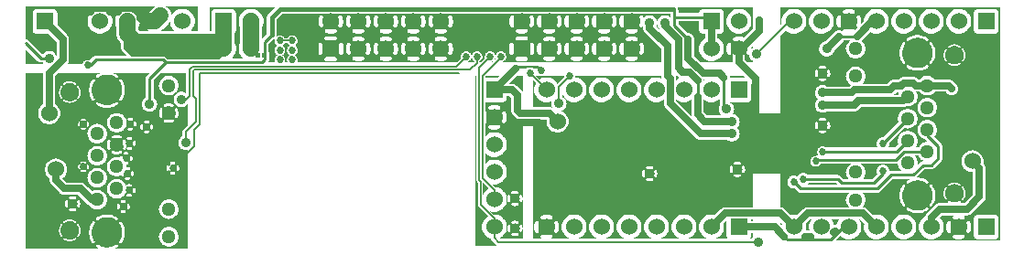
<source format=gbr>
G04 start of page 2 for group 0 idx 0 *
G04 Title: (unknown), top *
G04 Creator: pcb 4.2.0 *
G04 CreationDate: Wed Jul 29 20:49:07 2020 UTC *
G04 For: commonadmin *
G04 Format: Gerber/RS-274X *
G04 PCB-Dimensions (mil): 4000.00 3500.00 *
G04 PCB-Coordinate-Origin: lower left *
%MOIN*%
%FSLAX25Y25*%
%LNTOP*%
%ADD27C,0.0380*%
%ADD26C,0.0354*%
%ADD25C,0.0945*%
%ADD24C,0.0130*%
%ADD23C,0.0200*%
%ADD22C,0.0350*%
%ADD21C,0.0270*%
%ADD20C,0.0360*%
%ADD19C,0.0512*%
%ADD18C,0.1102*%
%ADD17C,0.0669*%
%ADD16C,0.0600*%
%ADD15C,0.0060*%
%ADD14C,0.0150*%
%ADD13C,0.0100*%
%ADD12C,0.0250*%
%ADD11C,0.0001*%
G54D11*G36*
X198230Y64219D02*X199000D01*
Y20800D01*
X198230D01*
Y23214D01*
X198298Y23228D01*
X198371Y23255D01*
X198440Y23294D01*
X198502Y23343D01*
X198555Y23401D01*
X198598Y23466D01*
X198630Y23538D01*
X198706Y23771D01*
X198760Y24011D01*
X198792Y24255D01*
X198803Y24500D01*
X198792Y24745D01*
X198760Y24989D01*
X198706Y25229D01*
X198632Y25463D01*
X198600Y25535D01*
X198556Y25600D01*
X198503Y25659D01*
X198441Y25708D01*
X198372Y25746D01*
X198298Y25774D01*
X198230Y25788D01*
Y34128D01*
X198298Y34142D01*
X198371Y34169D01*
X198440Y34208D01*
X198502Y34257D01*
X198555Y34315D01*
X198598Y34380D01*
X198630Y34452D01*
X198706Y34686D01*
X198760Y34925D01*
X198792Y35169D01*
X198803Y35414D01*
X198792Y35660D01*
X198760Y35903D01*
X198706Y36143D01*
X198632Y36377D01*
X198600Y36449D01*
X198556Y36515D01*
X198503Y36573D01*
X198441Y36622D01*
X198372Y36661D01*
X198298Y36688D01*
X198230Y36702D01*
Y64219D01*
G37*
G36*
X196001Y65286D02*X196347Y64940D01*
X196404Y64873D01*
X196673Y64643D01*
X196673Y64643D01*
X196861Y64528D01*
X196975Y64458D01*
X197303Y64322D01*
X197647Y64239D01*
X197647D01*
X198000Y64212D01*
X198088Y64219D01*
X198230D01*
Y36702D01*
X198221Y36704D01*
X198142Y36707D01*
X198063Y36698D01*
X197987Y36677D01*
X197915Y36644D01*
X197850Y36600D01*
X197791Y36547D01*
X197742Y36485D01*
X197704Y36416D01*
X197676Y36342D01*
X197660Y36265D01*
X197657Y36186D01*
X197666Y36107D01*
X197689Y36032D01*
X197738Y35882D01*
X197772Y35728D01*
X197793Y35572D01*
X197800Y35414D01*
X197793Y35257D01*
X197772Y35100D01*
X197738Y34946D01*
X197690Y34796D01*
X197668Y34721D01*
X197659Y34642D01*
X197662Y34564D01*
X197678Y34487D01*
X197705Y34413D01*
X197744Y34344D01*
X197793Y34283D01*
X197851Y34229D01*
X197916Y34186D01*
X197988Y34153D01*
X198064Y34132D01*
X198142Y34123D01*
X198220Y34126D01*
X198230Y34128D01*
Y25788D01*
X198221Y25790D01*
X198142Y25793D01*
X198063Y25784D01*
X197987Y25763D01*
X197915Y25730D01*
X197850Y25686D01*
X197791Y25633D01*
X197742Y25571D01*
X197704Y25502D01*
X197676Y25428D01*
X197660Y25351D01*
X197657Y25272D01*
X197666Y25193D01*
X197689Y25118D01*
X197738Y24968D01*
X197772Y24814D01*
X197793Y24658D01*
X197800Y24500D01*
X197793Y24342D01*
X197772Y24186D01*
X197738Y24032D01*
X197690Y23882D01*
X197668Y23806D01*
X197659Y23728D01*
X197662Y23650D01*
X197678Y23573D01*
X197705Y23499D01*
X197744Y23430D01*
X197793Y23369D01*
X197851Y23315D01*
X197916Y23272D01*
X197988Y23239D01*
X198064Y23218D01*
X198142Y23209D01*
X198220Y23212D01*
X198230Y23214D01*
Y20800D01*
X196001D01*
Y21697D01*
X196245Y21708D01*
X196489Y21740D01*
X196729Y21794D01*
X196963Y21868D01*
X197035Y21900D01*
X197100Y21944D01*
X197159Y21997D01*
X197208Y22059D01*
X197246Y22128D01*
X197274Y22202D01*
X197290Y22279D01*
X197293Y22358D01*
X197284Y22437D01*
X197263Y22513D01*
X197230Y22585D01*
X197186Y22650D01*
X197133Y22709D01*
X197071Y22758D01*
X197002Y22796D01*
X196928Y22824D01*
X196851Y22840D01*
X196772Y22843D01*
X196693Y22834D01*
X196618Y22811D01*
X196468Y22762D01*
X196314Y22728D01*
X196158Y22707D01*
X196001Y22700D01*
Y26300D01*
X196158Y26293D01*
X196314Y26272D01*
X196468Y26238D01*
X196618Y26190D01*
X196694Y26168D01*
X196772Y26159D01*
X196850Y26162D01*
X196927Y26178D01*
X197001Y26205D01*
X197070Y26244D01*
X197131Y26293D01*
X197185Y26351D01*
X197228Y26416D01*
X197261Y26488D01*
X197282Y26564D01*
X197291Y26642D01*
X197288Y26720D01*
X197272Y26798D01*
X197245Y26871D01*
X197206Y26940D01*
X197157Y27002D01*
X197099Y27055D01*
X197034Y27098D01*
X196962Y27130D01*
X196729Y27206D01*
X196489Y27260D01*
X196245Y27292D01*
X196001Y27303D01*
Y32612D01*
X196245Y32622D01*
X196489Y32654D01*
X196729Y32708D01*
X196963Y32782D01*
X197035Y32814D01*
X197100Y32858D01*
X197159Y32911D01*
X197208Y32973D01*
X197246Y33042D01*
X197274Y33116D01*
X197290Y33194D01*
X197293Y33272D01*
X197284Y33351D01*
X197263Y33427D01*
X197230Y33499D01*
X197186Y33565D01*
X197133Y33623D01*
X197071Y33672D01*
X197002Y33711D01*
X196928Y33738D01*
X196851Y33754D01*
X196772Y33757D01*
X196693Y33748D01*
X196618Y33725D01*
X196468Y33676D01*
X196314Y33642D01*
X196158Y33621D01*
X196001Y33614D01*
Y37214D01*
X196158Y37207D01*
X196314Y37187D01*
X196468Y37152D01*
X196618Y37105D01*
X196694Y37082D01*
X196772Y37073D01*
X196850Y37076D01*
X196927Y37092D01*
X197001Y37119D01*
X197070Y37158D01*
X197131Y37207D01*
X197185Y37265D01*
X197228Y37330D01*
X197261Y37402D01*
X197282Y37478D01*
X197291Y37556D01*
X197288Y37635D01*
X197272Y37712D01*
X197245Y37786D01*
X197206Y37854D01*
X197157Y37916D01*
X197099Y37969D01*
X197034Y38013D01*
X196962Y38044D01*
X196729Y38121D01*
X196489Y38174D01*
X196245Y38206D01*
X196001Y38217D01*
Y65286D01*
G37*
G36*
X193770Y72750D02*X194037D01*
X194750Y72037D01*
Y67557D01*
X194743Y67469D01*
X194771Y67115D01*
Y67115D01*
X194854Y66771D01*
X194989Y66444D01*
X195059Y66329D01*
X195174Y66142D01*
X195174Y66142D01*
X195404Y65873D01*
X195471Y65815D01*
X196001Y65286D01*
Y38217D01*
X196000Y38217D01*
X195755Y38206D01*
X195511Y38174D01*
X195271Y38121D01*
X195037Y38046D01*
X194965Y38014D01*
X194900Y37970D01*
X194841Y37917D01*
X194792Y37855D01*
X194754Y37786D01*
X194726Y37712D01*
X194710Y37635D01*
X194707Y37556D01*
X194716Y37477D01*
X194737Y37401D01*
X194770Y37330D01*
X194814Y37264D01*
X194867Y37206D01*
X194929Y37157D01*
X194998Y37118D01*
X195072Y37090D01*
X195149Y37075D01*
X195228Y37071D01*
X195307Y37080D01*
X195382Y37103D01*
X195532Y37152D01*
X195686Y37187D01*
X195842Y37207D01*
X196000Y37214D01*
X196001Y37214D01*
Y33614D01*
X196000Y33614D01*
X195842Y33621D01*
X195686Y33642D01*
X195532Y33676D01*
X195382Y33724D01*
X195306Y33746D01*
X195228Y33755D01*
X195150Y33752D01*
X195073Y33736D01*
X194999Y33709D01*
X194930Y33670D01*
X194869Y33621D01*
X194815Y33563D01*
X194772Y33498D01*
X194739Y33426D01*
X194718Y33351D01*
X194709Y33272D01*
X194712Y33194D01*
X194728Y33117D01*
X194755Y33043D01*
X194794Y32974D01*
X194843Y32913D01*
X194901Y32859D01*
X194966Y32816D01*
X195038Y32785D01*
X195271Y32708D01*
X195511Y32654D01*
X195755Y32622D01*
X196000Y32611D01*
X196001Y32612D01*
Y27303D01*
X196000Y27303D01*
X195755Y27292D01*
X195511Y27260D01*
X195271Y27206D01*
X195037Y27132D01*
X194965Y27100D01*
X194900Y27056D01*
X194841Y27003D01*
X194792Y26941D01*
X194754Y26872D01*
X194726Y26798D01*
X194710Y26721D01*
X194707Y26642D01*
X194716Y26563D01*
X194737Y26487D01*
X194770Y26415D01*
X194814Y26350D01*
X194867Y26291D01*
X194929Y26242D01*
X194998Y26204D01*
X195072Y26176D01*
X195149Y26160D01*
X195228Y26157D01*
X195307Y26166D01*
X195382Y26189D01*
X195532Y26238D01*
X195686Y26272D01*
X195842Y26293D01*
X196000Y26300D01*
X196001Y26300D01*
Y22700D01*
X196000Y22700D01*
X195842Y22707D01*
X195686Y22728D01*
X195532Y22762D01*
X195382Y22810D01*
X195306Y22832D01*
X195228Y22841D01*
X195150Y22838D01*
X195073Y22822D01*
X194999Y22795D01*
X194930Y22756D01*
X194869Y22707D01*
X194815Y22649D01*
X194772Y22584D01*
X194739Y22512D01*
X194718Y22436D01*
X194709Y22358D01*
X194712Y22280D01*
X194728Y22202D01*
X194755Y22129D01*
X194794Y22060D01*
X194843Y21998D01*
X194901Y21945D01*
X194966Y21902D01*
X195038Y21870D01*
X195271Y21794D01*
X195511Y21740D01*
X195755Y21708D01*
X196000Y21697D01*
X196001Y21697D01*
Y20800D01*
X193770D01*
Y23212D01*
X193779Y23210D01*
X193858Y23207D01*
X193937Y23216D01*
X194013Y23237D01*
X194085Y23270D01*
X194150Y23314D01*
X194209Y23367D01*
X194258Y23429D01*
X194296Y23498D01*
X194324Y23572D01*
X194340Y23649D01*
X194343Y23728D01*
X194334Y23807D01*
X194311Y23882D01*
X194262Y24032D01*
X194228Y24186D01*
X194207Y24342D01*
X194200Y24500D01*
X194207Y24658D01*
X194228Y24814D01*
X194262Y24968D01*
X194310Y25118D01*
X194332Y25194D01*
X194341Y25272D01*
X194338Y25350D01*
X194322Y25427D01*
X194295Y25501D01*
X194256Y25570D01*
X194207Y25631D01*
X194149Y25685D01*
X194084Y25728D01*
X194012Y25761D01*
X193936Y25782D01*
X193858Y25791D01*
X193780Y25788D01*
X193770Y25786D01*
Y34126D01*
X193779Y34125D01*
X193858Y34121D01*
X193937Y34130D01*
X194013Y34152D01*
X194085Y34184D01*
X194150Y34228D01*
X194209Y34282D01*
X194258Y34343D01*
X194296Y34412D01*
X194324Y34486D01*
X194340Y34564D01*
X194343Y34643D01*
X194334Y34721D01*
X194311Y34797D01*
X194262Y34946D01*
X194228Y35100D01*
X194207Y35257D01*
X194200Y35414D01*
X194207Y35572D01*
X194228Y35728D01*
X194262Y35882D01*
X194310Y36032D01*
X194332Y36108D01*
X194341Y36186D01*
X194338Y36265D01*
X194322Y36342D01*
X194295Y36415D01*
X194256Y36484D01*
X194207Y36546D01*
X194149Y36599D01*
X194084Y36642D01*
X194012Y36675D01*
X193936Y36696D01*
X193858Y36705D01*
X193780Y36702D01*
X193770Y36700D01*
Y72750D01*
G37*
G36*
X192998D02*X193770D01*
Y36700D01*
X193702Y36686D01*
X193629Y36659D01*
X193560Y36620D01*
X193498Y36572D01*
X193445Y36514D01*
X193402Y36448D01*
X193370Y36376D01*
X193294Y36143D01*
X193240Y35903D01*
X193208Y35660D01*
X193197Y35414D01*
X193208Y35169D01*
X193240Y34925D01*
X193294Y34686D01*
X193368Y34452D01*
X193400Y34380D01*
X193444Y34314D01*
X193497Y34256D01*
X193559Y34207D01*
X193628Y34168D01*
X193702Y34140D01*
X193770Y34126D01*
Y25786D01*
X193702Y25772D01*
X193629Y25745D01*
X193560Y25706D01*
X193498Y25657D01*
X193445Y25599D01*
X193402Y25534D01*
X193370Y25462D01*
X193294Y25229D01*
X193240Y24989D01*
X193208Y24745D01*
X193197Y24500D01*
X193208Y24255D01*
X193240Y24011D01*
X193294Y23771D01*
X193368Y23537D01*
X193400Y23465D01*
X193444Y23400D01*
X193497Y23341D01*
X193559Y23292D01*
X193628Y23254D01*
X193702Y23226D01*
X193770Y23212D01*
Y20800D01*
X192113D01*
Y22302D01*
X192152Y22347D01*
X192522Y22951D01*
X192793Y23605D01*
X192958Y24294D01*
X193000Y25000D01*
X192958Y25706D01*
X192793Y26395D01*
X192522Y27049D01*
X192152Y27653D01*
X192113Y27698D01*
Y32302D01*
X192152Y32347D01*
X192522Y32951D01*
X192793Y33605D01*
X192958Y34294D01*
X193000Y35000D01*
X192958Y35706D01*
X192793Y36395D01*
X192522Y37049D01*
X192152Y37653D01*
X192113Y37698D01*
Y42302D01*
X192152Y42347D01*
X192522Y42951D01*
X192793Y43605D01*
X192958Y44294D01*
X193000Y45000D01*
X192958Y45706D01*
X192793Y46395D01*
X192522Y47049D01*
X192152Y47653D01*
X192113Y47698D01*
Y52302D01*
X192152Y52347D01*
X192522Y52951D01*
X192793Y53605D01*
X192958Y54294D01*
X193000Y55000D01*
X192958Y55706D01*
X192793Y56395D01*
X192522Y57049D01*
X192152Y57653D01*
X192113Y57698D01*
Y62853D01*
X192156Y62860D01*
X192268Y62897D01*
X192373Y62952D01*
X192468Y63022D01*
X192551Y63106D01*
X192619Y63202D01*
X192670Y63308D01*
X192818Y63716D01*
X192922Y64137D01*
X192984Y64567D01*
X193005Y65000D01*
X192984Y65433D01*
X192922Y65863D01*
X192818Y66284D01*
X192675Y66694D01*
X192622Y66800D01*
X192553Y66896D01*
X192470Y66981D01*
X192375Y67051D01*
X192269Y67106D01*
X192157Y67143D01*
X192113Y67151D01*
Y70630D01*
X192183Y70659D01*
X192384Y70783D01*
X192564Y70936D01*
X192717Y71116D01*
X192841Y71317D01*
X192931Y71535D01*
X192986Y71765D01*
X193000Y72000D01*
X192998Y72750D01*
G37*
G36*
X192113Y57698D02*X191692Y58192D01*
X191153Y58652D01*
X190549Y59022D01*
X189895Y59293D01*
X189206Y59458D01*
X188502Y59514D01*
Y60495D01*
X188933Y60516D01*
X189363Y60578D01*
X189784Y60682D01*
X190194Y60825D01*
X190300Y60878D01*
X190396Y60947D01*
X190481Y61030D01*
X190551Y61125D01*
X190606Y61231D01*
X190643Y61343D01*
X190663Y61460D01*
X190664Y61579D01*
X190646Y61696D01*
X190610Y61809D01*
X190557Y61915D01*
X190488Y62012D01*
X190405Y62096D01*
X190309Y62167D01*
X190204Y62221D01*
X190092Y62259D01*
X189975Y62278D01*
X189856Y62279D01*
X189739Y62261D01*
X189626Y62223D01*
X189355Y62124D01*
X189075Y62056D01*
X188789Y62014D01*
X188502Y62000D01*
Y68000D01*
X188789Y67986D01*
X189075Y67944D01*
X189355Y67876D01*
X189628Y67780D01*
X189739Y67742D01*
X189856Y67725D01*
X189974Y67725D01*
X190091Y67745D01*
X190203Y67782D01*
X190307Y67836D01*
X190402Y67906D01*
X190485Y67991D01*
X190554Y68087D01*
X190607Y68192D01*
X190643Y68305D01*
X190660Y68421D01*
X190659Y68539D01*
X190640Y68656D01*
X190603Y68768D01*
X190548Y68873D01*
X190478Y68968D01*
X190394Y69051D01*
X190298Y69119D01*
X190192Y69170D01*
X189784Y69318D01*
X189363Y69422D01*
X188933Y69484D01*
X188502Y69505D01*
Y70507D01*
X191735Y70514D01*
X191965Y70569D01*
X192113Y70630D01*
Y67151D01*
X192040Y67163D01*
X191921Y67164D01*
X191804Y67146D01*
X191691Y67110D01*
X191585Y67057D01*
X191488Y66988D01*
X191404Y66905D01*
X191333Y66809D01*
X191279Y66704D01*
X191241Y66592D01*
X191222Y66475D01*
X191221Y66356D01*
X191239Y66239D01*
X191277Y66126D01*
X191376Y65855D01*
X191444Y65575D01*
X191486Y65289D01*
X191500Y65000D01*
X191486Y64711D01*
X191444Y64425D01*
X191376Y64145D01*
X191280Y63872D01*
X191242Y63761D01*
X191225Y63644D01*
X191225Y63526D01*
X191245Y63409D01*
X191282Y63297D01*
X191336Y63193D01*
X191406Y63098D01*
X191491Y63015D01*
X191587Y62946D01*
X191692Y62893D01*
X191805Y62857D01*
X191921Y62840D01*
X192039Y62841D01*
X192113Y62853D01*
Y57698D01*
G37*
G36*
Y47698D02*X191692Y48192D01*
X191153Y48652D01*
X190549Y49022D01*
X189895Y49293D01*
X189206Y49458D01*
X188502Y49514D01*
Y50486D01*
X189206Y50542D01*
X189895Y50707D01*
X190549Y50978D01*
X191153Y51348D01*
X191692Y51808D01*
X192113Y52302D01*
Y47698D01*
G37*
G36*
Y37698D02*X191692Y38192D01*
X191153Y38652D01*
X190549Y39022D01*
X189895Y39293D01*
X189206Y39458D01*
X188672Y39500D01*
X188502Y39671D01*
Y40486D01*
X189206Y40542D01*
X189895Y40707D01*
X190549Y40978D01*
X191153Y41348D01*
X191692Y41808D01*
X192113Y42302D01*
Y37698D01*
G37*
G36*
Y27698D02*X191692Y28192D01*
X191153Y28652D01*
X190549Y29022D01*
X189895Y29293D01*
X189206Y29458D01*
X188502Y29514D01*
Y30486D01*
X189206Y30542D01*
X189895Y30707D01*
X190549Y30978D01*
X191153Y31348D01*
X191692Y31808D01*
X192113Y32302D01*
Y27698D01*
G37*
G36*
Y20800D02*X190538D01*
X190416Y20923D01*
X190549Y20978D01*
X191153Y21348D01*
X191692Y21808D01*
X192113Y22302D01*
Y20800D01*
G37*
G36*
X188502Y59514D02*X188500Y59514D01*
X187794Y59458D01*
X187105Y59293D01*
X186451Y59022D01*
X185847Y58652D01*
X185308Y58192D01*
X185150Y58007D01*
Y62847D01*
X185196Y62854D01*
X185309Y62890D01*
X185415Y62943D01*
X185512Y63012D01*
X185596Y63095D01*
X185667Y63191D01*
X185721Y63296D01*
X185759Y63408D01*
X185778Y63525D01*
X185779Y63644D01*
X185761Y63761D01*
X185723Y63874D01*
X185624Y64145D01*
X185556Y64425D01*
X185514Y64711D01*
X185500Y65000D01*
X185514Y65289D01*
X185556Y65575D01*
X185624Y65855D01*
X185720Y66128D01*
X185758Y66239D01*
X185775Y66356D01*
X185775Y66474D01*
X185755Y66591D01*
X185718Y66703D01*
X185664Y66807D01*
X185594Y66902D01*
X185509Y66985D01*
X185413Y67054D01*
X185308Y67107D01*
X185195Y67143D01*
X185150Y67149D01*
Y70541D01*
X185265Y70514D01*
X185500Y70500D01*
X188502Y70507D01*
Y69505D01*
X188500Y69505D01*
X188067Y69484D01*
X187637Y69422D01*
X187216Y69318D01*
X186806Y69175D01*
X186700Y69122D01*
X186604Y69053D01*
X186519Y68970D01*
X186449Y68875D01*
X186394Y68769D01*
X186357Y68657D01*
X186337Y68540D01*
X186336Y68421D01*
X186354Y68304D01*
X186390Y68191D01*
X186443Y68085D01*
X186512Y67988D01*
X186595Y67904D01*
X186691Y67833D01*
X186796Y67779D01*
X186908Y67741D01*
X187025Y67722D01*
X187144Y67721D01*
X187261Y67739D01*
X187374Y67777D01*
X187645Y67876D01*
X187925Y67944D01*
X188211Y67986D01*
X188500Y68000D01*
X188502Y68000D01*
Y62000D01*
X188500Y62000D01*
X188211Y62014D01*
X187925Y62056D01*
X187645Y62124D01*
X187372Y62220D01*
X187261Y62258D01*
X187144Y62275D01*
X187026Y62275D01*
X186909Y62255D01*
X186797Y62218D01*
X186693Y62164D01*
X186598Y62094D01*
X186515Y62009D01*
X186446Y61913D01*
X186393Y61808D01*
X186357Y61695D01*
X186340Y61579D01*
X186341Y61461D01*
X186360Y61344D01*
X186397Y61232D01*
X186452Y61127D01*
X186522Y61032D01*
X186606Y60949D01*
X186702Y60881D01*
X186808Y60830D01*
X187216Y60682D01*
X187637Y60578D01*
X188067Y60516D01*
X188500Y60495D01*
X188502Y60495D01*
Y59514D01*
G37*
G36*
Y49514D02*X188500Y49514D01*
X187794Y49458D01*
X187105Y49293D01*
X186451Y49022D01*
X185847Y48652D01*
X185308Y48192D01*
X185150Y48007D01*
Y51993D01*
X185308Y51808D01*
X185847Y51348D01*
X186451Y50978D01*
X187105Y50707D01*
X187794Y50542D01*
X188500Y50486D01*
X188502Y50486D01*
Y49514D01*
G37*
G36*
Y39671D02*X187580Y40593D01*
X187794Y40542D01*
X188500Y40486D01*
X188502Y40486D01*
Y39671D01*
G37*
G36*
Y29514D02*X188500Y29514D01*
X188277Y29496D01*
X187038Y30735D01*
X187105Y30707D01*
X187794Y30542D01*
X188500Y30486D01*
X188502Y30486D01*
Y29514D01*
G37*
G36*
X181500Y18000D02*Y80000D01*
X182100D01*
Y42035D01*
X182097Y42000D01*
X182108Y41859D01*
Y41859D01*
X182141Y41721D01*
X182196Y41590D01*
X182270Y41469D01*
X182362Y41362D01*
X182389Y41339D01*
X182600Y41127D01*
Y33035D01*
X182597Y33000D01*
X182608Y32859D01*
Y32859D01*
X182641Y32721D01*
X182696Y32590D01*
X182770Y32469D01*
X182862Y32362D01*
X182889Y32339D01*
X186299Y28929D01*
X185847Y28652D01*
X185308Y28192D01*
X184848Y27653D01*
X184478Y27049D01*
X184207Y26395D01*
X184042Y25706D01*
X183986Y25000D01*
X184042Y24294D01*
X184207Y23605D01*
X184478Y22951D01*
X184848Y22347D01*
X185308Y21808D01*
X185847Y21348D01*
X186451Y20978D01*
X187105Y20707D01*
X187241Y20674D01*
X187260Y20597D01*
X187338Y20408D01*
X187379Y20342D01*
X187445Y20234D01*
X187445Y20233D01*
X187578Y20078D01*
X187617Y20045D01*
X189045Y18617D01*
X189078Y18578D01*
X189233Y18445D01*
X189234Y18445D01*
X189342Y18379D01*
X189408Y18338D01*
X189597Y18260D01*
X189796Y18212D01*
X189796Y18212D01*
X190000Y18196D01*
X190051Y18200D01*
X199000D01*
Y18000D01*
X181500D01*
G37*
G36*
X185273Y80000D02*X190350D01*
X189846Y79496D01*
X185265Y79486D01*
X185150Y79459D01*
Y79877D01*
X185273Y80000D01*
G37*
G36*
X196713D02*X199000D01*
Y74011D01*
X198896Y74180D01*
X198826Y74295D01*
X198826Y74295D01*
X198596Y74564D01*
X198529Y74622D01*
X196622Y76529D01*
X196564Y76596D01*
X196295Y76826D01*
X196295Y76826D01*
X196180Y76896D01*
X195993Y77011D01*
X195762Y77107D01*
X195666Y77146D01*
X195322Y77229D01*
X194969Y77257D01*
X194880Y77250D01*
X193963D01*
X196713Y80000D01*
G37*
G36*
X184400Y36861D02*Y41227D01*
X186560Y39067D01*
X186451Y39022D01*
X185847Y38652D01*
X185308Y38192D01*
X184848Y37653D01*
X184478Y37049D01*
X184400Y36861D01*
G37*
G36*
X242113Y97853D02*X242156Y97860D01*
X242268Y97897D01*
X242373Y97952D01*
X242468Y98022D01*
X242551Y98106D01*
X242561Y98121D01*
X242728Y97849D01*
X242750Y97823D01*
Y97588D01*
X242743Y97500D01*
X242771Y97147D01*
Y97147D01*
X242854Y96803D01*
X242989Y96475D01*
X243059Y96361D01*
X243174Y96173D01*
X243174Y96173D01*
X243404Y95904D01*
X243471Y95847D01*
X249250Y90068D01*
Y85000D01*
X242113D01*
Y87853D01*
X242156Y87860D01*
X242268Y87897D01*
X242373Y87952D01*
X242468Y88022D01*
X242551Y88106D01*
X242619Y88202D01*
X242670Y88308D01*
X242818Y88716D01*
X242922Y89137D01*
X242984Y89567D01*
X243005Y90000D01*
X242984Y90433D01*
X242922Y90863D01*
X242818Y91284D01*
X242675Y91694D01*
X242622Y91800D01*
X242553Y91896D01*
X242470Y91981D01*
X242375Y92051D01*
X242269Y92106D01*
X242157Y92143D01*
X242113Y92151D01*
Y97853D01*
G37*
G36*
Y102750D02*X252500D01*
Y101527D01*
X252496Y101474D01*
X252486Y101486D01*
X252151Y101772D01*
X251775Y102003D01*
X251368Y102171D01*
X250939Y102274D01*
X250500Y102309D01*
X250061Y102274D01*
X249632Y102171D01*
X249225Y102003D01*
X248849Y101772D01*
X248514Y101486D01*
X248228Y101151D01*
X247997Y100775D01*
X247829Y100368D01*
X247750Y100040D01*
X247671Y100368D01*
X247503Y100775D01*
X247272Y101151D01*
X246986Y101486D01*
X246651Y101772D01*
X246275Y102003D01*
X245868Y102171D01*
X245439Y102274D01*
X245000Y102309D01*
X244561Y102274D01*
X244132Y102171D01*
X243725Y102003D01*
X243349Y101772D01*
X243014Y101486D01*
X242824Y101263D01*
X242818Y101284D01*
X242675Y101694D01*
X242622Y101800D01*
X242553Y101896D01*
X242470Y101981D01*
X242375Y102051D01*
X242269Y102106D01*
X242157Y102143D01*
X242113Y102151D01*
Y102750D01*
G37*
G36*
X238502D02*X239716D01*
X239739Y102742D01*
X239856Y102725D01*
X239974Y102725D01*
X240091Y102745D01*
X240107Y102750D01*
X242113D01*
Y102151D01*
X242040Y102163D01*
X241921Y102164D01*
X241804Y102146D01*
X241691Y102110D01*
X241585Y102057D01*
X241488Y101988D01*
X241404Y101905D01*
X241333Y101809D01*
X241279Y101704D01*
X241241Y101592D01*
X241222Y101475D01*
X241221Y101356D01*
X241239Y101239D01*
X241277Y101126D01*
X241376Y100855D01*
X241444Y100575D01*
X241486Y100289D01*
X241500Y100000D01*
X241486Y99711D01*
X241444Y99425D01*
X241376Y99145D01*
X241280Y98872D01*
X241242Y98761D01*
X241225Y98644D01*
X241225Y98526D01*
X241245Y98409D01*
X241282Y98297D01*
X241336Y98193D01*
X241406Y98098D01*
X241491Y98015D01*
X241587Y97946D01*
X241692Y97893D01*
X241805Y97857D01*
X241921Y97840D01*
X242039Y97841D01*
X242113Y97853D01*
Y92151D01*
X242040Y92163D01*
X241921Y92164D01*
X241804Y92146D01*
X241691Y92110D01*
X241585Y92057D01*
X241488Y91988D01*
X241404Y91905D01*
X241333Y91809D01*
X241279Y91704D01*
X241241Y91592D01*
X241222Y91475D01*
X241221Y91356D01*
X241239Y91239D01*
X241277Y91126D01*
X241376Y90855D01*
X241444Y90575D01*
X241486Y90289D01*
X241500Y90000D01*
X241486Y89711D01*
X241444Y89425D01*
X241376Y89145D01*
X241280Y88872D01*
X241242Y88761D01*
X241225Y88644D01*
X241225Y88526D01*
X241245Y88409D01*
X241282Y88297D01*
X241336Y88193D01*
X241406Y88098D01*
X241491Y88015D01*
X241587Y87946D01*
X241692Y87893D01*
X241805Y87857D01*
X241921Y87840D01*
X242039Y87841D01*
X242113Y87853D01*
Y85000D01*
X238502D01*
Y85495D01*
X238933Y85516D01*
X239363Y85578D01*
X239784Y85682D01*
X240194Y85825D01*
X240300Y85878D01*
X240396Y85947D01*
X240481Y86030D01*
X240551Y86125D01*
X240606Y86231D01*
X240643Y86343D01*
X240663Y86460D01*
X240664Y86579D01*
X240646Y86696D01*
X240610Y86809D01*
X240557Y86915D01*
X240488Y87012D01*
X240405Y87096D01*
X240309Y87167D01*
X240204Y87221D01*
X240092Y87259D01*
X239975Y87278D01*
X239856Y87279D01*
X239739Y87261D01*
X239626Y87223D01*
X239355Y87124D01*
X239075Y87056D01*
X238789Y87014D01*
X238502Y87000D01*
Y93000D01*
X238789Y92986D01*
X239075Y92944D01*
X239355Y92876D01*
X239628Y92780D01*
X239739Y92742D01*
X239856Y92725D01*
X239974Y92725D01*
X240091Y92745D01*
X240203Y92782D01*
X240307Y92836D01*
X240402Y92906D01*
X240485Y92991D01*
X240554Y93087D01*
X240607Y93192D01*
X240643Y93305D01*
X240660Y93421D01*
X240659Y93539D01*
X240640Y93656D01*
X240603Y93768D01*
X240548Y93873D01*
X240478Y93968D01*
X240394Y94051D01*
X240298Y94119D01*
X240192Y94170D01*
X239784Y94318D01*
X239363Y94422D01*
X238933Y94484D01*
X238502Y94505D01*
Y95495D01*
X238933Y95516D01*
X239363Y95578D01*
X239784Y95682D01*
X240194Y95825D01*
X240300Y95878D01*
X240396Y95947D01*
X240481Y96030D01*
X240551Y96125D01*
X240606Y96231D01*
X240643Y96343D01*
X240663Y96460D01*
X240664Y96579D01*
X240646Y96696D01*
X240610Y96809D01*
X240557Y96915D01*
X240488Y97012D01*
X240405Y97096D01*
X240309Y97167D01*
X240204Y97221D01*
X240092Y97259D01*
X239975Y97278D01*
X239856Y97279D01*
X239739Y97261D01*
X239626Y97223D01*
X239355Y97124D01*
X239075Y97056D01*
X238789Y97014D01*
X238502Y97000D01*
Y102750D01*
G37*
G36*
X234887D02*X236882D01*
X236908Y102741D01*
X237025Y102722D01*
X237144Y102721D01*
X237261Y102739D01*
X237295Y102750D01*
X238502D01*
Y97000D01*
X238500Y97000D01*
X238211Y97014D01*
X237925Y97056D01*
X237645Y97124D01*
X237372Y97220D01*
X237261Y97258D01*
X237144Y97275D01*
X237026Y97275D01*
X236909Y97255D01*
X236797Y97218D01*
X236693Y97164D01*
X236598Y97094D01*
X236515Y97009D01*
X236446Y96913D01*
X236393Y96808D01*
X236357Y96695D01*
X236340Y96579D01*
X236341Y96461D01*
X236360Y96344D01*
X236397Y96232D01*
X236452Y96127D01*
X236522Y96032D01*
X236606Y95949D01*
X236702Y95881D01*
X236808Y95830D01*
X237216Y95682D01*
X237637Y95578D01*
X238067Y95516D01*
X238500Y95495D01*
X238502Y95495D01*
Y94505D01*
X238500Y94505D01*
X238067Y94484D01*
X237637Y94422D01*
X237216Y94318D01*
X236806Y94175D01*
X236700Y94122D01*
X236604Y94053D01*
X236519Y93970D01*
X236449Y93875D01*
X236394Y93769D01*
X236357Y93657D01*
X236337Y93540D01*
X236336Y93421D01*
X236354Y93304D01*
X236390Y93191D01*
X236443Y93085D01*
X236512Y92988D01*
X236595Y92904D01*
X236691Y92833D01*
X236796Y92779D01*
X236908Y92741D01*
X237025Y92722D01*
X237144Y92721D01*
X237261Y92739D01*
X237374Y92777D01*
X237645Y92876D01*
X237925Y92944D01*
X238211Y92986D01*
X238500Y93000D01*
X238502Y93000D01*
Y87000D01*
X238500Y87000D01*
X238211Y87014D01*
X237925Y87056D01*
X237645Y87124D01*
X237372Y87220D01*
X237261Y87258D01*
X237144Y87275D01*
X237026Y87275D01*
X236909Y87255D01*
X236797Y87218D01*
X236693Y87164D01*
X236598Y87094D01*
X236515Y87009D01*
X236446Y86913D01*
X236393Y86808D01*
X236357Y86695D01*
X236340Y86579D01*
X236341Y86461D01*
X236360Y86344D01*
X236397Y86232D01*
X236452Y86127D01*
X236522Y86032D01*
X236606Y85949D01*
X236702Y85881D01*
X236808Y85830D01*
X237216Y85682D01*
X237637Y85578D01*
X238067Y85516D01*
X238500Y85495D01*
X238502Y85495D01*
Y85000D01*
X234887D01*
Y87849D01*
X234960Y87837D01*
X235079Y87836D01*
X235196Y87854D01*
X235309Y87890D01*
X235415Y87943D01*
X235512Y88012D01*
X235596Y88095D01*
X235667Y88191D01*
X235721Y88296D01*
X235759Y88408D01*
X235778Y88525D01*
X235779Y88644D01*
X235761Y88761D01*
X235723Y88874D01*
X235624Y89145D01*
X235556Y89425D01*
X235514Y89711D01*
X235500Y90000D01*
X235514Y90289D01*
X235556Y90575D01*
X235624Y90855D01*
X235720Y91128D01*
X235758Y91239D01*
X235775Y91356D01*
X235775Y91474D01*
X235755Y91591D01*
X235718Y91703D01*
X235664Y91807D01*
X235594Y91902D01*
X235509Y91985D01*
X235413Y92054D01*
X235308Y92107D01*
X235195Y92143D01*
X235079Y92160D01*
X234961Y92159D01*
X234887Y92147D01*
Y97849D01*
X234960Y97837D01*
X235079Y97836D01*
X235196Y97854D01*
X235309Y97890D01*
X235415Y97943D01*
X235512Y98012D01*
X235596Y98095D01*
X235667Y98191D01*
X235721Y98296D01*
X235759Y98408D01*
X235778Y98525D01*
X235779Y98644D01*
X235761Y98761D01*
X235723Y98874D01*
X235624Y99145D01*
X235556Y99425D01*
X235514Y99711D01*
X235500Y100000D01*
X235514Y100289D01*
X235556Y100575D01*
X235624Y100855D01*
X235720Y101128D01*
X235758Y101239D01*
X235775Y101356D01*
X235775Y101474D01*
X235755Y101591D01*
X235718Y101703D01*
X235664Y101807D01*
X235594Y101902D01*
X235509Y101985D01*
X235413Y102054D01*
X235308Y102107D01*
X235195Y102143D01*
X235079Y102160D01*
X234961Y102159D01*
X234887Y102147D01*
Y102750D01*
G37*
G36*
X232113D02*X234887D01*
Y102147D01*
X234844Y102140D01*
X234732Y102103D01*
X234627Y102048D01*
X234532Y101978D01*
X234449Y101894D01*
X234381Y101798D01*
X234330Y101692D01*
X234182Y101284D01*
X234078Y100863D01*
X234016Y100433D01*
X233995Y100000D01*
X234016Y99567D01*
X234078Y99137D01*
X234182Y98716D01*
X234325Y98306D01*
X234378Y98200D01*
X234447Y98104D01*
X234530Y98019D01*
X234625Y97949D01*
X234731Y97894D01*
X234843Y97857D01*
X234887Y97849D01*
Y92147D01*
X234844Y92140D01*
X234732Y92103D01*
X234627Y92048D01*
X234532Y91978D01*
X234449Y91894D01*
X234381Y91798D01*
X234330Y91692D01*
X234182Y91284D01*
X234078Y90863D01*
X234016Y90433D01*
X233995Y90000D01*
X234016Y89567D01*
X234078Y89137D01*
X234182Y88716D01*
X234325Y88306D01*
X234378Y88200D01*
X234447Y88104D01*
X234530Y88019D01*
X234625Y87949D01*
X234731Y87894D01*
X234843Y87857D01*
X234887Y87849D01*
Y85000D01*
X232113D01*
Y87853D01*
X232156Y87860D01*
X232268Y87897D01*
X232373Y87952D01*
X232468Y88022D01*
X232551Y88106D01*
X232619Y88202D01*
X232670Y88308D01*
X232818Y88716D01*
X232922Y89137D01*
X232984Y89567D01*
X233005Y90000D01*
X232984Y90433D01*
X232922Y90863D01*
X232818Y91284D01*
X232675Y91694D01*
X232622Y91800D01*
X232553Y91896D01*
X232470Y91981D01*
X232375Y92051D01*
X232269Y92106D01*
X232157Y92143D01*
X232113Y92151D01*
Y97853D01*
X232156Y97860D01*
X232268Y97897D01*
X232373Y97952D01*
X232468Y98022D01*
X232551Y98106D01*
X232619Y98202D01*
X232670Y98308D01*
X232818Y98716D01*
X232922Y99137D01*
X232984Y99567D01*
X233005Y100000D01*
X232984Y100433D01*
X232922Y100863D01*
X232818Y101284D01*
X232675Y101694D01*
X232622Y101800D01*
X232553Y101896D01*
X232470Y101981D01*
X232375Y102051D01*
X232269Y102106D01*
X232157Y102143D01*
X232113Y102151D01*
Y102750D01*
G37*
G36*
X228502D02*X229716D01*
X229739Y102742D01*
X229856Y102725D01*
X229974Y102725D01*
X230091Y102745D01*
X230107Y102750D01*
X232113D01*
Y102151D01*
X232040Y102163D01*
X231921Y102164D01*
X231804Y102146D01*
X231691Y102110D01*
X231585Y102057D01*
X231488Y101988D01*
X231404Y101905D01*
X231333Y101809D01*
X231279Y101704D01*
X231241Y101592D01*
X231222Y101475D01*
X231221Y101356D01*
X231239Y101239D01*
X231277Y101126D01*
X231376Y100855D01*
X231444Y100575D01*
X231486Y100289D01*
X231500Y100000D01*
X231486Y99711D01*
X231444Y99425D01*
X231376Y99145D01*
X231280Y98872D01*
X231242Y98761D01*
X231225Y98644D01*
X231225Y98526D01*
X231245Y98409D01*
X231282Y98297D01*
X231336Y98193D01*
X231406Y98098D01*
X231491Y98015D01*
X231587Y97946D01*
X231692Y97893D01*
X231805Y97857D01*
X231921Y97840D01*
X232039Y97841D01*
X232113Y97853D01*
Y92151D01*
X232040Y92163D01*
X231921Y92164D01*
X231804Y92146D01*
X231691Y92110D01*
X231585Y92057D01*
X231488Y91988D01*
X231404Y91905D01*
X231333Y91809D01*
X231279Y91704D01*
X231241Y91592D01*
X231222Y91475D01*
X231221Y91356D01*
X231239Y91239D01*
X231277Y91126D01*
X231376Y90855D01*
X231444Y90575D01*
X231486Y90289D01*
X231500Y90000D01*
X231486Y89711D01*
X231444Y89425D01*
X231376Y89145D01*
X231280Y88872D01*
X231242Y88761D01*
X231225Y88644D01*
X231225Y88526D01*
X231245Y88409D01*
X231282Y88297D01*
X231336Y88193D01*
X231406Y88098D01*
X231491Y88015D01*
X231587Y87946D01*
X231692Y87893D01*
X231805Y87857D01*
X231921Y87840D01*
X232039Y87841D01*
X232113Y87853D01*
Y85000D01*
X228502D01*
Y85495D01*
X228933Y85516D01*
X229363Y85578D01*
X229784Y85682D01*
X230194Y85825D01*
X230300Y85878D01*
X230396Y85947D01*
X230481Y86030D01*
X230551Y86125D01*
X230606Y86231D01*
X230643Y86343D01*
X230663Y86460D01*
X230664Y86579D01*
X230646Y86696D01*
X230610Y86809D01*
X230557Y86915D01*
X230488Y87012D01*
X230405Y87096D01*
X230309Y87167D01*
X230204Y87221D01*
X230092Y87259D01*
X229975Y87278D01*
X229856Y87279D01*
X229739Y87261D01*
X229626Y87223D01*
X229355Y87124D01*
X229075Y87056D01*
X228789Y87014D01*
X228502Y87000D01*
Y93000D01*
X228789Y92986D01*
X229075Y92944D01*
X229355Y92876D01*
X229628Y92780D01*
X229739Y92742D01*
X229856Y92725D01*
X229974Y92725D01*
X230091Y92745D01*
X230203Y92782D01*
X230307Y92836D01*
X230402Y92906D01*
X230485Y92991D01*
X230554Y93087D01*
X230607Y93192D01*
X230643Y93305D01*
X230660Y93421D01*
X230659Y93539D01*
X230640Y93656D01*
X230603Y93768D01*
X230548Y93873D01*
X230478Y93968D01*
X230394Y94051D01*
X230298Y94119D01*
X230192Y94170D01*
X229784Y94318D01*
X229363Y94422D01*
X228933Y94484D01*
X228502Y94505D01*
Y95495D01*
X228933Y95516D01*
X229363Y95578D01*
X229784Y95682D01*
X230194Y95825D01*
X230300Y95878D01*
X230396Y95947D01*
X230481Y96030D01*
X230551Y96125D01*
X230606Y96231D01*
X230643Y96343D01*
X230663Y96460D01*
X230664Y96579D01*
X230646Y96696D01*
X230610Y96809D01*
X230557Y96915D01*
X230488Y97012D01*
X230405Y97096D01*
X230309Y97167D01*
X230204Y97221D01*
X230092Y97259D01*
X229975Y97278D01*
X229856Y97279D01*
X229739Y97261D01*
X229626Y97223D01*
X229355Y97124D01*
X229075Y97056D01*
X228789Y97014D01*
X228502Y97000D01*
Y102750D01*
G37*
G36*
X224887D02*X226882D01*
X226908Y102741D01*
X227025Y102722D01*
X227144Y102721D01*
X227261Y102739D01*
X227295Y102750D01*
X228502D01*
Y97000D01*
X228500Y97000D01*
X228211Y97014D01*
X227925Y97056D01*
X227645Y97124D01*
X227372Y97220D01*
X227261Y97258D01*
X227144Y97275D01*
X227026Y97275D01*
X226909Y97255D01*
X226797Y97218D01*
X226693Y97164D01*
X226598Y97094D01*
X226515Y97009D01*
X226446Y96913D01*
X226393Y96808D01*
X226357Y96695D01*
X226340Y96579D01*
X226341Y96461D01*
X226360Y96344D01*
X226397Y96232D01*
X226452Y96127D01*
X226522Y96032D01*
X226606Y95949D01*
X226702Y95881D01*
X226808Y95830D01*
X227216Y95682D01*
X227637Y95578D01*
X228067Y95516D01*
X228500Y95495D01*
X228502Y95495D01*
Y94505D01*
X228500Y94505D01*
X228067Y94484D01*
X227637Y94422D01*
X227216Y94318D01*
X226806Y94175D01*
X226700Y94122D01*
X226604Y94053D01*
X226519Y93970D01*
X226449Y93875D01*
X226394Y93769D01*
X226357Y93657D01*
X226337Y93540D01*
X226336Y93421D01*
X226354Y93304D01*
X226390Y93191D01*
X226443Y93085D01*
X226512Y92988D01*
X226595Y92904D01*
X226691Y92833D01*
X226796Y92779D01*
X226908Y92741D01*
X227025Y92722D01*
X227144Y92721D01*
X227261Y92739D01*
X227374Y92777D01*
X227645Y92876D01*
X227925Y92944D01*
X228211Y92986D01*
X228500Y93000D01*
X228502Y93000D01*
Y87000D01*
X228500Y87000D01*
X228211Y87014D01*
X227925Y87056D01*
X227645Y87124D01*
X227372Y87220D01*
X227261Y87258D01*
X227144Y87275D01*
X227026Y87275D01*
X226909Y87255D01*
X226797Y87218D01*
X226693Y87164D01*
X226598Y87094D01*
X226515Y87009D01*
X226446Y86913D01*
X226393Y86808D01*
X226357Y86695D01*
X226340Y86579D01*
X226341Y86461D01*
X226360Y86344D01*
X226397Y86232D01*
X226452Y86127D01*
X226522Y86032D01*
X226606Y85949D01*
X226702Y85881D01*
X226808Y85830D01*
X227216Y85682D01*
X227637Y85578D01*
X228067Y85516D01*
X228500Y85495D01*
X228502Y85495D01*
Y85000D01*
X224887D01*
Y87849D01*
X224960Y87837D01*
X225079Y87836D01*
X225196Y87854D01*
X225309Y87890D01*
X225415Y87943D01*
X225512Y88012D01*
X225596Y88095D01*
X225667Y88191D01*
X225721Y88296D01*
X225759Y88408D01*
X225778Y88525D01*
X225779Y88644D01*
X225761Y88761D01*
X225723Y88874D01*
X225624Y89145D01*
X225556Y89425D01*
X225514Y89711D01*
X225500Y90000D01*
X225514Y90289D01*
X225556Y90575D01*
X225624Y90855D01*
X225720Y91128D01*
X225758Y91239D01*
X225775Y91356D01*
X225775Y91474D01*
X225755Y91591D01*
X225718Y91703D01*
X225664Y91807D01*
X225594Y91902D01*
X225509Y91985D01*
X225413Y92054D01*
X225308Y92107D01*
X225195Y92143D01*
X225079Y92160D01*
X224961Y92159D01*
X224887Y92147D01*
Y97849D01*
X224960Y97837D01*
X225079Y97836D01*
X225196Y97854D01*
X225309Y97890D01*
X225415Y97943D01*
X225512Y98012D01*
X225596Y98095D01*
X225667Y98191D01*
X225721Y98296D01*
X225759Y98408D01*
X225778Y98525D01*
X225779Y98644D01*
X225761Y98761D01*
X225723Y98874D01*
X225624Y99145D01*
X225556Y99425D01*
X225514Y99711D01*
X225500Y100000D01*
X225514Y100289D01*
X225556Y100575D01*
X225624Y100855D01*
X225720Y101128D01*
X225758Y101239D01*
X225775Y101356D01*
X225775Y101474D01*
X225755Y101591D01*
X225718Y101703D01*
X225664Y101807D01*
X225594Y101902D01*
X225509Y101985D01*
X225413Y102054D01*
X225308Y102107D01*
X225195Y102143D01*
X225079Y102160D01*
X224961Y102159D01*
X224887Y102147D01*
Y102750D01*
G37*
G36*
X222113D02*X224887D01*
Y102147D01*
X224844Y102140D01*
X224732Y102103D01*
X224627Y102048D01*
X224532Y101978D01*
X224449Y101894D01*
X224381Y101798D01*
X224330Y101692D01*
X224182Y101284D01*
X224078Y100863D01*
X224016Y100433D01*
X223995Y100000D01*
X224016Y99567D01*
X224078Y99137D01*
X224182Y98716D01*
X224325Y98306D01*
X224378Y98200D01*
X224447Y98104D01*
X224530Y98019D01*
X224625Y97949D01*
X224731Y97894D01*
X224843Y97857D01*
X224887Y97849D01*
Y92147D01*
X224844Y92140D01*
X224732Y92103D01*
X224627Y92048D01*
X224532Y91978D01*
X224449Y91894D01*
X224381Y91798D01*
X224330Y91692D01*
X224182Y91284D01*
X224078Y90863D01*
X224016Y90433D01*
X223995Y90000D01*
X224016Y89567D01*
X224078Y89137D01*
X224182Y88716D01*
X224325Y88306D01*
X224378Y88200D01*
X224447Y88104D01*
X224530Y88019D01*
X224625Y87949D01*
X224731Y87894D01*
X224843Y87857D01*
X224887Y87849D01*
Y85000D01*
X222113D01*
Y87853D01*
X222156Y87860D01*
X222268Y87897D01*
X222373Y87952D01*
X222468Y88022D01*
X222551Y88106D01*
X222619Y88202D01*
X222670Y88308D01*
X222818Y88716D01*
X222922Y89137D01*
X222984Y89567D01*
X223005Y90000D01*
X222984Y90433D01*
X222922Y90863D01*
X222818Y91284D01*
X222675Y91694D01*
X222622Y91800D01*
X222553Y91896D01*
X222470Y91981D01*
X222375Y92051D01*
X222269Y92106D01*
X222157Y92143D01*
X222113Y92151D01*
Y97853D01*
X222156Y97860D01*
X222268Y97897D01*
X222373Y97952D01*
X222468Y98022D01*
X222551Y98106D01*
X222619Y98202D01*
X222670Y98308D01*
X222818Y98716D01*
X222922Y99137D01*
X222984Y99567D01*
X223005Y100000D01*
X222984Y100433D01*
X222922Y100863D01*
X222818Y101284D01*
X222675Y101694D01*
X222622Y101800D01*
X222553Y101896D01*
X222470Y101981D01*
X222375Y102051D01*
X222269Y102106D01*
X222157Y102143D01*
X222113Y102151D01*
Y102750D01*
G37*
G36*
X218502D02*X219716D01*
X219739Y102742D01*
X219856Y102725D01*
X219974Y102725D01*
X220091Y102745D01*
X220107Y102750D01*
X222113D01*
Y102151D01*
X222040Y102163D01*
X221921Y102164D01*
X221804Y102146D01*
X221691Y102110D01*
X221585Y102057D01*
X221488Y101988D01*
X221404Y101905D01*
X221333Y101809D01*
X221279Y101704D01*
X221241Y101592D01*
X221222Y101475D01*
X221221Y101356D01*
X221239Y101239D01*
X221277Y101126D01*
X221376Y100855D01*
X221444Y100575D01*
X221486Y100289D01*
X221500Y100000D01*
X221486Y99711D01*
X221444Y99425D01*
X221376Y99145D01*
X221280Y98872D01*
X221242Y98761D01*
X221225Y98644D01*
X221225Y98526D01*
X221245Y98409D01*
X221282Y98297D01*
X221336Y98193D01*
X221406Y98098D01*
X221491Y98015D01*
X221587Y97946D01*
X221692Y97893D01*
X221805Y97857D01*
X221921Y97840D01*
X222039Y97841D01*
X222113Y97853D01*
Y92151D01*
X222040Y92163D01*
X221921Y92164D01*
X221804Y92146D01*
X221691Y92110D01*
X221585Y92057D01*
X221488Y91988D01*
X221404Y91905D01*
X221333Y91809D01*
X221279Y91704D01*
X221241Y91592D01*
X221222Y91475D01*
X221221Y91356D01*
X221239Y91239D01*
X221277Y91126D01*
X221376Y90855D01*
X221444Y90575D01*
X221486Y90289D01*
X221500Y90000D01*
X221486Y89711D01*
X221444Y89425D01*
X221376Y89145D01*
X221280Y88872D01*
X221242Y88761D01*
X221225Y88644D01*
X221225Y88526D01*
X221245Y88409D01*
X221282Y88297D01*
X221336Y88193D01*
X221406Y88098D01*
X221491Y88015D01*
X221587Y87946D01*
X221692Y87893D01*
X221805Y87857D01*
X221921Y87840D01*
X222039Y87841D01*
X222113Y87853D01*
Y85000D01*
X218502D01*
Y85495D01*
X218933Y85516D01*
X219363Y85578D01*
X219784Y85682D01*
X220194Y85825D01*
X220300Y85878D01*
X220396Y85947D01*
X220481Y86030D01*
X220551Y86125D01*
X220606Y86231D01*
X220643Y86343D01*
X220663Y86460D01*
X220664Y86579D01*
X220646Y86696D01*
X220610Y86809D01*
X220557Y86915D01*
X220488Y87012D01*
X220405Y87096D01*
X220309Y87167D01*
X220204Y87221D01*
X220092Y87259D01*
X219975Y87278D01*
X219856Y87279D01*
X219739Y87261D01*
X219626Y87223D01*
X219355Y87124D01*
X219075Y87056D01*
X218789Y87014D01*
X218502Y87000D01*
Y93000D01*
X218789Y92986D01*
X219075Y92944D01*
X219355Y92876D01*
X219628Y92780D01*
X219739Y92742D01*
X219856Y92725D01*
X219974Y92725D01*
X220091Y92745D01*
X220203Y92782D01*
X220307Y92836D01*
X220402Y92906D01*
X220485Y92991D01*
X220554Y93087D01*
X220607Y93192D01*
X220643Y93305D01*
X220660Y93421D01*
X220659Y93539D01*
X220640Y93656D01*
X220603Y93768D01*
X220548Y93873D01*
X220478Y93968D01*
X220394Y94051D01*
X220298Y94119D01*
X220192Y94170D01*
X219784Y94318D01*
X219363Y94422D01*
X218933Y94484D01*
X218502Y94505D01*
Y95495D01*
X218933Y95516D01*
X219363Y95578D01*
X219784Y95682D01*
X220194Y95825D01*
X220300Y95878D01*
X220396Y95947D01*
X220481Y96030D01*
X220551Y96125D01*
X220606Y96231D01*
X220643Y96343D01*
X220663Y96460D01*
X220664Y96579D01*
X220646Y96696D01*
X220610Y96809D01*
X220557Y96915D01*
X220488Y97012D01*
X220405Y97096D01*
X220309Y97167D01*
X220204Y97221D01*
X220092Y97259D01*
X219975Y97278D01*
X219856Y97279D01*
X219739Y97261D01*
X219626Y97223D01*
X219355Y97124D01*
X219075Y97056D01*
X218789Y97014D01*
X218502Y97000D01*
Y102750D01*
G37*
G36*
X214887D02*X216882D01*
X216908Y102741D01*
X217025Y102722D01*
X217144Y102721D01*
X217261Y102739D01*
X217295Y102750D01*
X218502D01*
Y97000D01*
X218500Y97000D01*
X218211Y97014D01*
X217925Y97056D01*
X217645Y97124D01*
X217372Y97220D01*
X217261Y97258D01*
X217144Y97275D01*
X217026Y97275D01*
X216909Y97255D01*
X216797Y97218D01*
X216693Y97164D01*
X216598Y97094D01*
X216515Y97009D01*
X216446Y96913D01*
X216393Y96808D01*
X216357Y96695D01*
X216340Y96579D01*
X216341Y96461D01*
X216360Y96344D01*
X216397Y96232D01*
X216452Y96127D01*
X216522Y96032D01*
X216606Y95949D01*
X216702Y95881D01*
X216808Y95830D01*
X217216Y95682D01*
X217637Y95578D01*
X218067Y95516D01*
X218500Y95495D01*
X218502Y95495D01*
Y94505D01*
X218500Y94505D01*
X218067Y94484D01*
X217637Y94422D01*
X217216Y94318D01*
X216806Y94175D01*
X216700Y94122D01*
X216604Y94053D01*
X216519Y93970D01*
X216449Y93875D01*
X216394Y93769D01*
X216357Y93657D01*
X216337Y93540D01*
X216336Y93421D01*
X216354Y93304D01*
X216390Y93191D01*
X216443Y93085D01*
X216512Y92988D01*
X216595Y92904D01*
X216691Y92833D01*
X216796Y92779D01*
X216908Y92741D01*
X217025Y92722D01*
X217144Y92721D01*
X217261Y92739D01*
X217374Y92777D01*
X217645Y92876D01*
X217925Y92944D01*
X218211Y92986D01*
X218500Y93000D01*
X218502Y93000D01*
Y87000D01*
X218500Y87000D01*
X218211Y87014D01*
X217925Y87056D01*
X217645Y87124D01*
X217372Y87220D01*
X217261Y87258D01*
X217144Y87275D01*
X217026Y87275D01*
X216909Y87255D01*
X216797Y87218D01*
X216693Y87164D01*
X216598Y87094D01*
X216515Y87009D01*
X216446Y86913D01*
X216393Y86808D01*
X216357Y86695D01*
X216340Y86579D01*
X216341Y86461D01*
X216360Y86344D01*
X216397Y86232D01*
X216452Y86127D01*
X216522Y86032D01*
X216606Y85949D01*
X216702Y85881D01*
X216808Y85830D01*
X217216Y85682D01*
X217637Y85578D01*
X218067Y85516D01*
X218500Y85495D01*
X218502Y85495D01*
Y85000D01*
X214887D01*
Y87849D01*
X214960Y87837D01*
X215079Y87836D01*
X215196Y87854D01*
X215309Y87890D01*
X215415Y87943D01*
X215512Y88012D01*
X215596Y88095D01*
X215667Y88191D01*
X215721Y88296D01*
X215759Y88408D01*
X215778Y88525D01*
X215779Y88644D01*
X215761Y88761D01*
X215723Y88874D01*
X215624Y89145D01*
X215556Y89425D01*
X215514Y89711D01*
X215500Y90000D01*
X215514Y90289D01*
X215556Y90575D01*
X215624Y90855D01*
X215720Y91128D01*
X215758Y91239D01*
X215775Y91356D01*
X215775Y91474D01*
X215755Y91591D01*
X215718Y91703D01*
X215664Y91807D01*
X215594Y91902D01*
X215509Y91985D01*
X215413Y92054D01*
X215308Y92107D01*
X215195Y92143D01*
X215079Y92160D01*
X214961Y92159D01*
X214887Y92147D01*
Y97849D01*
X214960Y97837D01*
X215079Y97836D01*
X215196Y97854D01*
X215309Y97890D01*
X215415Y97943D01*
X215512Y98012D01*
X215596Y98095D01*
X215667Y98191D01*
X215721Y98296D01*
X215759Y98408D01*
X215778Y98525D01*
X215779Y98644D01*
X215761Y98761D01*
X215723Y98874D01*
X215624Y99145D01*
X215556Y99425D01*
X215514Y99711D01*
X215500Y100000D01*
X215514Y100289D01*
X215556Y100575D01*
X215624Y100855D01*
X215720Y101128D01*
X215758Y101239D01*
X215775Y101356D01*
X215775Y101474D01*
X215755Y101591D01*
X215718Y101703D01*
X215664Y101807D01*
X215594Y101902D01*
X215509Y101985D01*
X215413Y102054D01*
X215308Y102107D01*
X215195Y102143D01*
X215079Y102160D01*
X214961Y102159D01*
X214887Y102147D01*
Y102750D01*
G37*
G36*
X212113D02*X214887D01*
Y102147D01*
X214844Y102140D01*
X214732Y102103D01*
X214627Y102048D01*
X214532Y101978D01*
X214449Y101894D01*
X214381Y101798D01*
X214330Y101692D01*
X214182Y101284D01*
X214078Y100863D01*
X214016Y100433D01*
X213995Y100000D01*
X214016Y99567D01*
X214078Y99137D01*
X214182Y98716D01*
X214325Y98306D01*
X214378Y98200D01*
X214447Y98104D01*
X214530Y98019D01*
X214625Y97949D01*
X214731Y97894D01*
X214843Y97857D01*
X214887Y97849D01*
Y92147D01*
X214844Y92140D01*
X214732Y92103D01*
X214627Y92048D01*
X214532Y91978D01*
X214449Y91894D01*
X214381Y91798D01*
X214330Y91692D01*
X214182Y91284D01*
X214078Y90863D01*
X214016Y90433D01*
X213995Y90000D01*
X214016Y89567D01*
X214078Y89137D01*
X214182Y88716D01*
X214325Y88306D01*
X214378Y88200D01*
X214447Y88104D01*
X214530Y88019D01*
X214625Y87949D01*
X214731Y87894D01*
X214843Y87857D01*
X214887Y87849D01*
Y85000D01*
X212113D01*
Y87853D01*
X212156Y87860D01*
X212268Y87897D01*
X212373Y87952D01*
X212468Y88022D01*
X212551Y88106D01*
X212619Y88202D01*
X212670Y88308D01*
X212818Y88716D01*
X212922Y89137D01*
X212984Y89567D01*
X213005Y90000D01*
X212984Y90433D01*
X212922Y90863D01*
X212818Y91284D01*
X212675Y91694D01*
X212622Y91800D01*
X212553Y91896D01*
X212470Y91981D01*
X212375Y92051D01*
X212269Y92106D01*
X212157Y92143D01*
X212113Y92151D01*
Y97853D01*
X212156Y97860D01*
X212268Y97897D01*
X212373Y97952D01*
X212468Y98022D01*
X212551Y98106D01*
X212619Y98202D01*
X212670Y98308D01*
X212818Y98716D01*
X212922Y99137D01*
X212984Y99567D01*
X213005Y100000D01*
X212984Y100433D01*
X212922Y100863D01*
X212818Y101284D01*
X212675Y101694D01*
X212622Y101800D01*
X212553Y101896D01*
X212470Y101981D01*
X212375Y102051D01*
X212269Y102106D01*
X212157Y102143D01*
X212113Y102151D01*
Y102750D01*
G37*
G36*
X208502D02*X209716D01*
X209739Y102742D01*
X209856Y102725D01*
X209974Y102725D01*
X210091Y102745D01*
X210107Y102750D01*
X212113D01*
Y102151D01*
X212040Y102163D01*
X211921Y102164D01*
X211804Y102146D01*
X211691Y102110D01*
X211585Y102057D01*
X211488Y101988D01*
X211404Y101905D01*
X211333Y101809D01*
X211279Y101704D01*
X211241Y101592D01*
X211222Y101475D01*
X211221Y101356D01*
X211239Y101239D01*
X211277Y101126D01*
X211376Y100855D01*
X211444Y100575D01*
X211486Y100289D01*
X211500Y100000D01*
X211486Y99711D01*
X211444Y99425D01*
X211376Y99145D01*
X211280Y98872D01*
X211242Y98761D01*
X211225Y98644D01*
X211225Y98526D01*
X211245Y98409D01*
X211282Y98297D01*
X211336Y98193D01*
X211406Y98098D01*
X211491Y98015D01*
X211587Y97946D01*
X211692Y97893D01*
X211805Y97857D01*
X211921Y97840D01*
X212039Y97841D01*
X212113Y97853D01*
Y92151D01*
X212040Y92163D01*
X211921Y92164D01*
X211804Y92146D01*
X211691Y92110D01*
X211585Y92057D01*
X211488Y91988D01*
X211404Y91905D01*
X211333Y91809D01*
X211279Y91704D01*
X211241Y91592D01*
X211222Y91475D01*
X211221Y91356D01*
X211239Y91239D01*
X211277Y91126D01*
X211376Y90855D01*
X211444Y90575D01*
X211486Y90289D01*
X211500Y90000D01*
X211486Y89711D01*
X211444Y89425D01*
X211376Y89145D01*
X211280Y88872D01*
X211242Y88761D01*
X211225Y88644D01*
X211225Y88526D01*
X211245Y88409D01*
X211282Y88297D01*
X211336Y88193D01*
X211406Y88098D01*
X211491Y88015D01*
X211587Y87946D01*
X211692Y87893D01*
X211805Y87857D01*
X211921Y87840D01*
X212039Y87841D01*
X212113Y87853D01*
Y85000D01*
X208502D01*
Y85495D01*
X208933Y85516D01*
X209363Y85578D01*
X209784Y85682D01*
X210194Y85825D01*
X210300Y85878D01*
X210396Y85947D01*
X210481Y86030D01*
X210551Y86125D01*
X210606Y86231D01*
X210643Y86343D01*
X210663Y86460D01*
X210664Y86579D01*
X210646Y86696D01*
X210610Y86809D01*
X210557Y86915D01*
X210488Y87012D01*
X210405Y87096D01*
X210309Y87167D01*
X210204Y87221D01*
X210092Y87259D01*
X209975Y87278D01*
X209856Y87279D01*
X209739Y87261D01*
X209626Y87223D01*
X209355Y87124D01*
X209075Y87056D01*
X208789Y87014D01*
X208502Y87000D01*
Y93000D01*
X208789Y92986D01*
X209075Y92944D01*
X209355Y92876D01*
X209628Y92780D01*
X209739Y92742D01*
X209856Y92725D01*
X209974Y92725D01*
X210091Y92745D01*
X210203Y92782D01*
X210307Y92836D01*
X210402Y92906D01*
X210485Y92991D01*
X210554Y93087D01*
X210607Y93192D01*
X210643Y93305D01*
X210660Y93421D01*
X210659Y93539D01*
X210640Y93656D01*
X210603Y93768D01*
X210548Y93873D01*
X210478Y93968D01*
X210394Y94051D01*
X210298Y94119D01*
X210192Y94170D01*
X209784Y94318D01*
X209363Y94422D01*
X208933Y94484D01*
X208502Y94505D01*
Y95495D01*
X208933Y95516D01*
X209363Y95578D01*
X209784Y95682D01*
X210194Y95825D01*
X210300Y95878D01*
X210396Y95947D01*
X210481Y96030D01*
X210551Y96125D01*
X210606Y96231D01*
X210643Y96343D01*
X210663Y96460D01*
X210664Y96579D01*
X210646Y96696D01*
X210610Y96809D01*
X210557Y96915D01*
X210488Y97012D01*
X210405Y97096D01*
X210309Y97167D01*
X210204Y97221D01*
X210092Y97259D01*
X209975Y97278D01*
X209856Y97279D01*
X209739Y97261D01*
X209626Y97223D01*
X209355Y97124D01*
X209075Y97056D01*
X208789Y97014D01*
X208502Y97000D01*
Y102750D01*
G37*
G36*
X204887D02*X206882D01*
X206908Y102741D01*
X207025Y102722D01*
X207144Y102721D01*
X207261Y102739D01*
X207295Y102750D01*
X208502D01*
Y97000D01*
X208500Y97000D01*
X208211Y97014D01*
X207925Y97056D01*
X207645Y97124D01*
X207372Y97220D01*
X207261Y97258D01*
X207144Y97275D01*
X207026Y97275D01*
X206909Y97255D01*
X206797Y97218D01*
X206693Y97164D01*
X206598Y97094D01*
X206515Y97009D01*
X206446Y96913D01*
X206393Y96808D01*
X206357Y96695D01*
X206340Y96579D01*
X206341Y96461D01*
X206360Y96344D01*
X206397Y96232D01*
X206452Y96127D01*
X206522Y96032D01*
X206606Y95949D01*
X206702Y95881D01*
X206808Y95830D01*
X207216Y95682D01*
X207637Y95578D01*
X208067Y95516D01*
X208500Y95495D01*
X208502Y95495D01*
Y94505D01*
X208500Y94505D01*
X208067Y94484D01*
X207637Y94422D01*
X207216Y94318D01*
X206806Y94175D01*
X206700Y94122D01*
X206604Y94053D01*
X206519Y93970D01*
X206449Y93875D01*
X206394Y93769D01*
X206357Y93657D01*
X206337Y93540D01*
X206336Y93421D01*
X206354Y93304D01*
X206390Y93191D01*
X206443Y93085D01*
X206512Y92988D01*
X206595Y92904D01*
X206691Y92833D01*
X206796Y92779D01*
X206908Y92741D01*
X207025Y92722D01*
X207144Y92721D01*
X207261Y92739D01*
X207374Y92777D01*
X207645Y92876D01*
X207925Y92944D01*
X208211Y92986D01*
X208500Y93000D01*
X208502Y93000D01*
Y87000D01*
X208500Y87000D01*
X208211Y87014D01*
X207925Y87056D01*
X207645Y87124D01*
X207372Y87220D01*
X207261Y87258D01*
X207144Y87275D01*
X207026Y87275D01*
X206909Y87255D01*
X206797Y87218D01*
X206693Y87164D01*
X206598Y87094D01*
X206515Y87009D01*
X206446Y86913D01*
X206393Y86808D01*
X206357Y86695D01*
X206340Y86579D01*
X206341Y86461D01*
X206360Y86344D01*
X206397Y86232D01*
X206452Y86127D01*
X206522Y86032D01*
X206606Y85949D01*
X206702Y85881D01*
X206808Y85830D01*
X207216Y85682D01*
X207637Y85578D01*
X208067Y85516D01*
X208500Y85495D01*
X208502Y85495D01*
Y85000D01*
X204887D01*
Y87849D01*
X204960Y87837D01*
X205079Y87836D01*
X205196Y87854D01*
X205309Y87890D01*
X205415Y87943D01*
X205512Y88012D01*
X205596Y88095D01*
X205667Y88191D01*
X205721Y88296D01*
X205759Y88408D01*
X205778Y88525D01*
X205779Y88644D01*
X205761Y88761D01*
X205723Y88874D01*
X205624Y89145D01*
X205556Y89425D01*
X205514Y89711D01*
X205500Y90000D01*
X205514Y90289D01*
X205556Y90575D01*
X205624Y90855D01*
X205720Y91128D01*
X205758Y91239D01*
X205775Y91356D01*
X205775Y91474D01*
X205755Y91591D01*
X205718Y91703D01*
X205664Y91807D01*
X205594Y91902D01*
X205509Y91985D01*
X205413Y92054D01*
X205308Y92107D01*
X205195Y92143D01*
X205079Y92160D01*
X204961Y92159D01*
X204887Y92147D01*
Y97849D01*
X204960Y97837D01*
X205079Y97836D01*
X205196Y97854D01*
X205309Y97890D01*
X205415Y97943D01*
X205512Y98012D01*
X205596Y98095D01*
X205667Y98191D01*
X205721Y98296D01*
X205759Y98408D01*
X205778Y98525D01*
X205779Y98644D01*
X205761Y98761D01*
X205723Y98874D01*
X205624Y99145D01*
X205556Y99425D01*
X205514Y99711D01*
X205500Y100000D01*
X205514Y100289D01*
X205556Y100575D01*
X205624Y100855D01*
X205720Y101128D01*
X205758Y101239D01*
X205775Y101356D01*
X205775Y101474D01*
X205755Y101591D01*
X205718Y101703D01*
X205664Y101807D01*
X205594Y101902D01*
X205509Y101985D01*
X205413Y102054D01*
X205308Y102107D01*
X205195Y102143D01*
X205079Y102160D01*
X204961Y102159D01*
X204887Y102147D01*
Y102750D01*
G37*
G36*
X202113D02*X204887D01*
Y102147D01*
X204844Y102140D01*
X204732Y102103D01*
X204627Y102048D01*
X204532Y101978D01*
X204449Y101894D01*
X204381Y101798D01*
X204330Y101692D01*
X204182Y101284D01*
X204078Y100863D01*
X204016Y100433D01*
X203995Y100000D01*
X204016Y99567D01*
X204078Y99137D01*
X204182Y98716D01*
X204325Y98306D01*
X204378Y98200D01*
X204447Y98104D01*
X204530Y98019D01*
X204625Y97949D01*
X204731Y97894D01*
X204843Y97857D01*
X204887Y97849D01*
Y92147D01*
X204844Y92140D01*
X204732Y92103D01*
X204627Y92048D01*
X204532Y91978D01*
X204449Y91894D01*
X204381Y91798D01*
X204330Y91692D01*
X204182Y91284D01*
X204078Y90863D01*
X204016Y90433D01*
X203995Y90000D01*
X204016Y89567D01*
X204078Y89137D01*
X204182Y88716D01*
X204325Y88306D01*
X204378Y88200D01*
X204447Y88104D01*
X204530Y88019D01*
X204625Y87949D01*
X204731Y87894D01*
X204843Y87857D01*
X204887Y87849D01*
Y85000D01*
X204027D01*
X203969Y85005D01*
X203910Y85000D01*
X202113D01*
Y87762D01*
X202132Y87757D01*
X202250Y87748D01*
X202368Y87757D01*
X202482Y87785D01*
X202592Y87830D01*
X202692Y87891D01*
X202782Y87968D01*
X202859Y88058D01*
X202920Y88158D01*
X202965Y88268D01*
X202993Y88382D01*
X203000Y88500D01*
Y91500D01*
X202993Y91618D01*
X202965Y91732D01*
X202920Y91842D01*
X202859Y91942D01*
X202782Y92032D01*
X202692Y92109D01*
X202592Y92170D01*
X202482Y92215D01*
X202368Y92243D01*
X202250Y92252D01*
X202132Y92243D01*
X202113Y92238D01*
Y97853D01*
X202156Y97860D01*
X202268Y97897D01*
X202373Y97952D01*
X202468Y98022D01*
X202551Y98106D01*
X202619Y98202D01*
X202670Y98308D01*
X202818Y98716D01*
X202922Y99137D01*
X202984Y99567D01*
X203005Y100000D01*
X202984Y100433D01*
X202922Y100863D01*
X202818Y101284D01*
X202675Y101694D01*
X202622Y101800D01*
X202553Y101896D01*
X202470Y101981D01*
X202375Y102051D01*
X202269Y102106D01*
X202157Y102143D01*
X202113Y102151D01*
Y102750D01*
G37*
G36*
X198502D02*X199716D01*
X199739Y102742D01*
X199856Y102725D01*
X199974Y102725D01*
X200091Y102745D01*
X200107Y102750D01*
X202113D01*
Y102151D01*
X202040Y102163D01*
X201921Y102164D01*
X201804Y102146D01*
X201691Y102110D01*
X201585Y102057D01*
X201488Y101988D01*
X201404Y101905D01*
X201333Y101809D01*
X201279Y101704D01*
X201241Y101592D01*
X201222Y101475D01*
X201221Y101356D01*
X201239Y101239D01*
X201277Y101126D01*
X201376Y100855D01*
X201444Y100575D01*
X201486Y100289D01*
X201500Y100000D01*
X201486Y99711D01*
X201444Y99425D01*
X201376Y99145D01*
X201280Y98872D01*
X201242Y98761D01*
X201225Y98644D01*
X201225Y98526D01*
X201245Y98409D01*
X201282Y98297D01*
X201336Y98193D01*
X201406Y98098D01*
X201491Y98015D01*
X201587Y97946D01*
X201692Y97893D01*
X201805Y97857D01*
X201921Y97840D01*
X202039Y97841D01*
X202113Y97853D01*
Y92238D01*
X202018Y92215D01*
X201908Y92170D01*
X201808Y92109D01*
X201718Y92032D01*
X201641Y91942D01*
X201580Y91842D01*
X201535Y91732D01*
X201507Y91618D01*
X201500Y91500D01*
Y88500D01*
X201507Y88382D01*
X201535Y88268D01*
X201580Y88158D01*
X201641Y88058D01*
X201718Y87968D01*
X201808Y87891D01*
X201908Y87830D01*
X202018Y87785D01*
X202113Y87762D01*
Y85000D01*
X198502D01*
Y85500D01*
X200000D01*
X200118Y85507D01*
X200232Y85535D01*
X200342Y85580D01*
X200442Y85641D01*
X200532Y85718D01*
X200609Y85808D01*
X200670Y85908D01*
X200715Y86018D01*
X200743Y86132D01*
X200752Y86250D01*
X200743Y86368D01*
X200715Y86482D01*
X200670Y86592D01*
X200609Y86692D01*
X200532Y86782D01*
X200442Y86859D01*
X200342Y86920D01*
X200232Y86965D01*
X200118Y86993D01*
X200000Y87000D01*
X198502D01*
Y93000D01*
X200000D01*
X200118Y93007D01*
X200232Y93035D01*
X200342Y93080D01*
X200442Y93141D01*
X200532Y93218D01*
X200609Y93308D01*
X200670Y93408D01*
X200715Y93518D01*
X200743Y93632D01*
X200752Y93750D01*
X200743Y93868D01*
X200715Y93982D01*
X200670Y94092D01*
X200609Y94192D01*
X200532Y94282D01*
X200442Y94359D01*
X200342Y94420D01*
X200232Y94465D01*
X200118Y94493D01*
X200000Y94500D01*
X198502D01*
Y95495D01*
X198933Y95516D01*
X199363Y95578D01*
X199784Y95682D01*
X200194Y95825D01*
X200300Y95878D01*
X200396Y95947D01*
X200481Y96030D01*
X200551Y96125D01*
X200606Y96231D01*
X200643Y96343D01*
X200663Y96460D01*
X200664Y96579D01*
X200646Y96696D01*
X200610Y96809D01*
X200557Y96915D01*
X200488Y97012D01*
X200405Y97096D01*
X200309Y97167D01*
X200204Y97221D01*
X200092Y97259D01*
X199975Y97278D01*
X199856Y97279D01*
X199739Y97261D01*
X199626Y97223D01*
X199355Y97124D01*
X199075Y97056D01*
X198789Y97014D01*
X198502Y97000D01*
Y102750D01*
G37*
G36*
X194887D02*X196882D01*
X196908Y102741D01*
X197025Y102722D01*
X197144Y102721D01*
X197261Y102739D01*
X197295Y102750D01*
X198502D01*
Y97000D01*
X198500Y97000D01*
X198211Y97014D01*
X197925Y97056D01*
X197645Y97124D01*
X197372Y97220D01*
X197261Y97258D01*
X197144Y97275D01*
X197026Y97275D01*
X196909Y97255D01*
X196797Y97218D01*
X196693Y97164D01*
X196598Y97094D01*
X196515Y97009D01*
X196446Y96913D01*
X196393Y96808D01*
X196357Y96695D01*
X196340Y96579D01*
X196341Y96461D01*
X196360Y96344D01*
X196397Y96232D01*
X196452Y96127D01*
X196522Y96032D01*
X196606Y95949D01*
X196702Y95881D01*
X196808Y95830D01*
X197216Y95682D01*
X197637Y95578D01*
X198067Y95516D01*
X198500Y95495D01*
X198502Y95495D01*
Y94500D01*
X197000D01*
X196882Y94493D01*
X196768Y94465D01*
X196658Y94420D01*
X196558Y94359D01*
X196468Y94282D01*
X196391Y94192D01*
X196330Y94092D01*
X196285Y93982D01*
X196257Y93868D01*
X196248Y93750D01*
X196257Y93632D01*
X196285Y93518D01*
X196330Y93408D01*
X196391Y93308D01*
X196468Y93218D01*
X196558Y93141D01*
X196658Y93080D01*
X196768Y93035D01*
X196882Y93007D01*
X197000Y93000D01*
X198502D01*
Y87000D01*
X197000D01*
X196882Y86993D01*
X196768Y86965D01*
X196658Y86920D01*
X196558Y86859D01*
X196468Y86782D01*
X196391Y86692D01*
X196330Y86592D01*
X196285Y86482D01*
X196257Y86368D01*
X196248Y86250D01*
X196257Y86132D01*
X196285Y86018D01*
X196330Y85908D01*
X196391Y85808D01*
X196468Y85718D01*
X196558Y85641D01*
X196658Y85580D01*
X196768Y85535D01*
X196882Y85507D01*
X197000Y85500D01*
X198502D01*
Y85000D01*
X197090D01*
X197031Y85005D01*
X196973Y85000D01*
X194887D01*
Y87762D01*
X194982Y87785D01*
X195092Y87830D01*
X195192Y87891D01*
X195282Y87968D01*
X195359Y88058D01*
X195420Y88158D01*
X195465Y88268D01*
X195493Y88382D01*
X195500Y88500D01*
Y91500D01*
X195493Y91618D01*
X195465Y91732D01*
X195420Y91842D01*
X195359Y91942D01*
X195282Y92032D01*
X195192Y92109D01*
X195092Y92170D01*
X194982Y92215D01*
X194887Y92238D01*
Y97849D01*
X194960Y97837D01*
X195079Y97836D01*
X195196Y97854D01*
X195309Y97890D01*
X195415Y97943D01*
X195512Y98012D01*
X195596Y98095D01*
X195667Y98191D01*
X195721Y98296D01*
X195759Y98408D01*
X195778Y98525D01*
X195779Y98644D01*
X195761Y98761D01*
X195723Y98874D01*
X195624Y99145D01*
X195556Y99425D01*
X195514Y99711D01*
X195500Y100000D01*
X195514Y100289D01*
X195556Y100575D01*
X195624Y100855D01*
X195720Y101128D01*
X195758Y101239D01*
X195775Y101356D01*
X195775Y101474D01*
X195755Y101591D01*
X195718Y101703D01*
X195664Y101807D01*
X195594Y101902D01*
X195509Y101985D01*
X195413Y102054D01*
X195308Y102107D01*
X195195Y102143D01*
X195079Y102160D01*
X194961Y102159D01*
X194887Y102147D01*
Y102750D01*
G37*
G36*
X172613D02*X194887D01*
Y102147D01*
X194844Y102140D01*
X194732Y102103D01*
X194627Y102048D01*
X194532Y101978D01*
X194449Y101894D01*
X194381Y101798D01*
X194330Y101692D01*
X194182Y101284D01*
X194078Y100863D01*
X194016Y100433D01*
X193995Y100000D01*
X194016Y99567D01*
X194078Y99137D01*
X194182Y98716D01*
X194325Y98306D01*
X194378Y98200D01*
X194447Y98104D01*
X194530Y98019D01*
X194625Y97949D01*
X194731Y97894D01*
X194843Y97857D01*
X194887Y97849D01*
Y92238D01*
X194868Y92243D01*
X194750Y92252D01*
X194632Y92243D01*
X194518Y92215D01*
X194408Y92170D01*
X194308Y92109D01*
X194218Y92032D01*
X194141Y91942D01*
X194080Y91842D01*
X194035Y91732D01*
X194007Y91618D01*
X194000Y91500D01*
Y88500D01*
X194007Y88382D01*
X194035Y88268D01*
X194080Y88158D01*
X194141Y88058D01*
X194218Y87968D01*
X194308Y87891D01*
X194408Y87830D01*
X194518Y87785D01*
X194632Y87757D01*
X194750Y87748D01*
X194868Y87757D01*
X194887Y87762D01*
Y85000D01*
X190273D01*
X190551Y85278D01*
X190594Y85268D01*
X190900Y85244D01*
X191206Y85268D01*
X191504Y85340D01*
X191788Y85457D01*
X192050Y85618D01*
X192283Y85817D01*
X192482Y86050D01*
X192643Y86312D01*
X192760Y86596D01*
X192832Y86894D01*
X192850Y87200D01*
X192832Y87506D01*
X192760Y87804D01*
X192643Y88088D01*
X192482Y88350D01*
X192283Y88583D01*
X192050Y88782D01*
X191788Y88943D01*
X191504Y89060D01*
X191206Y89132D01*
X190900Y89156D01*
X190594Y89132D01*
X190296Y89060D01*
X190012Y88943D01*
X189750Y88782D01*
X189517Y88583D01*
X189318Y88350D01*
X189157Y88088D01*
X189040Y87804D01*
X188968Y87506D01*
X188947Y87244D01*
X188932Y87506D01*
X188860Y87804D01*
X188743Y88088D01*
X188582Y88350D01*
X188383Y88583D01*
X188150Y88782D01*
X187888Y88943D01*
X187604Y89060D01*
X187306Y89132D01*
X187000Y89156D01*
X186694Y89132D01*
X186396Y89060D01*
X186112Y88943D01*
X185850Y88782D01*
X185617Y88583D01*
X185418Y88350D01*
X185257Y88088D01*
X185140Y87804D01*
X185068Y87506D01*
X185044Y87200D01*
X185068Y86894D01*
X185136Y86609D01*
X183527Y85000D01*
X183100D01*
Y85465D01*
X183350Y85618D01*
X183583Y85817D01*
X183782Y86050D01*
X183943Y86312D01*
X184060Y86596D01*
X184132Y86894D01*
X184150Y87200D01*
X184132Y87506D01*
X184060Y87804D01*
X183943Y88088D01*
X183782Y88350D01*
X183583Y88583D01*
X183350Y88782D01*
X183088Y88943D01*
X182804Y89060D01*
X182506Y89132D01*
X182200Y89156D01*
X181894Y89132D01*
X181596Y89060D01*
X181312Y88943D01*
X181050Y88782D01*
X180817Y88583D01*
X180618Y88350D01*
X180457Y88088D01*
X180340Y87804D01*
X180268Y87506D01*
X180247Y87244D01*
X180232Y87506D01*
X180160Y87804D01*
X180043Y88088D01*
X179882Y88350D01*
X179683Y88583D01*
X179450Y88782D01*
X179188Y88943D01*
X178904Y89060D01*
X178606Y89132D01*
X178300Y89156D01*
X177994Y89132D01*
X177696Y89060D01*
X177412Y88943D01*
X177150Y88782D01*
X176917Y88583D01*
X176718Y88350D01*
X176557Y88088D01*
X176440Y87804D01*
X176368Y87506D01*
X176344Y87200D01*
X176368Y86894D01*
X176436Y86609D01*
X174827Y85000D01*
X172613D01*
Y87853D01*
X172656Y87860D01*
X172768Y87897D01*
X172873Y87952D01*
X172968Y88022D01*
X173051Y88106D01*
X173119Y88202D01*
X173170Y88308D01*
X173318Y88716D01*
X173422Y89137D01*
X173484Y89567D01*
X173505Y90000D01*
X173484Y90433D01*
X173422Y90863D01*
X173318Y91284D01*
X173175Y91694D01*
X173122Y91800D01*
X173053Y91896D01*
X172970Y91981D01*
X172875Y92051D01*
X172769Y92106D01*
X172657Y92143D01*
X172613Y92151D01*
Y97853D01*
X172656Y97860D01*
X172768Y97897D01*
X172873Y97952D01*
X172968Y98022D01*
X173051Y98106D01*
X173119Y98202D01*
X173170Y98308D01*
X173318Y98716D01*
X173422Y99137D01*
X173484Y99567D01*
X173505Y100000D01*
X173484Y100433D01*
X173422Y100863D01*
X173318Y101284D01*
X173175Y101694D01*
X173122Y101800D01*
X173053Y101896D01*
X172970Y101981D01*
X172875Y102051D01*
X172769Y102106D01*
X172657Y102143D01*
X172613Y102151D01*
Y102750D01*
G37*
G36*
X169002D02*X170216D01*
X170239Y102742D01*
X170356Y102725D01*
X170474Y102725D01*
X170591Y102745D01*
X170607Y102750D01*
X172613D01*
Y102151D01*
X172540Y102163D01*
X172421Y102164D01*
X172304Y102146D01*
X172191Y102110D01*
X172085Y102057D01*
X171988Y101988D01*
X171904Y101905D01*
X171833Y101809D01*
X171779Y101704D01*
X171741Y101592D01*
X171722Y101475D01*
X171721Y101356D01*
X171739Y101239D01*
X171777Y101126D01*
X171876Y100855D01*
X171944Y100575D01*
X171986Y100289D01*
X172000Y100000D01*
X171986Y99711D01*
X171944Y99425D01*
X171876Y99145D01*
X171780Y98872D01*
X171742Y98761D01*
X171725Y98644D01*
X171725Y98526D01*
X171745Y98409D01*
X171782Y98297D01*
X171836Y98193D01*
X171906Y98098D01*
X171991Y98015D01*
X172087Y97946D01*
X172192Y97893D01*
X172305Y97857D01*
X172421Y97840D01*
X172539Y97841D01*
X172613Y97853D01*
Y92151D01*
X172540Y92163D01*
X172421Y92164D01*
X172304Y92146D01*
X172191Y92110D01*
X172085Y92057D01*
X171988Y91988D01*
X171904Y91905D01*
X171833Y91809D01*
X171779Y91704D01*
X171741Y91592D01*
X171722Y91475D01*
X171721Y91356D01*
X171739Y91239D01*
X171777Y91126D01*
X171876Y90855D01*
X171944Y90575D01*
X171986Y90289D01*
X172000Y90000D01*
X171986Y89711D01*
X171944Y89425D01*
X171876Y89145D01*
X171780Y88872D01*
X171742Y88761D01*
X171725Y88644D01*
X171725Y88526D01*
X171745Y88409D01*
X171782Y88297D01*
X171836Y88193D01*
X171906Y88098D01*
X171991Y88015D01*
X172087Y87946D01*
X172192Y87893D01*
X172305Y87857D01*
X172421Y87840D01*
X172539Y87841D01*
X172613Y87853D01*
Y85000D01*
X169002D01*
Y85495D01*
X169433Y85516D01*
X169863Y85578D01*
X170284Y85682D01*
X170694Y85825D01*
X170800Y85878D01*
X170896Y85947D01*
X170981Y86030D01*
X171051Y86125D01*
X171106Y86231D01*
X171143Y86343D01*
X171163Y86460D01*
X171164Y86579D01*
X171146Y86696D01*
X171110Y86809D01*
X171057Y86915D01*
X170988Y87012D01*
X170905Y87096D01*
X170809Y87167D01*
X170704Y87221D01*
X170592Y87259D01*
X170475Y87278D01*
X170356Y87279D01*
X170239Y87261D01*
X170126Y87223D01*
X169855Y87124D01*
X169575Y87056D01*
X169289Y87014D01*
X169002Y87000D01*
Y93000D01*
X169289Y92986D01*
X169575Y92944D01*
X169855Y92876D01*
X170128Y92780D01*
X170239Y92742D01*
X170356Y92725D01*
X170474Y92725D01*
X170591Y92745D01*
X170703Y92782D01*
X170807Y92836D01*
X170902Y92906D01*
X170985Y92991D01*
X171054Y93087D01*
X171107Y93192D01*
X171143Y93305D01*
X171160Y93421D01*
X171159Y93539D01*
X171140Y93656D01*
X171103Y93768D01*
X171048Y93873D01*
X170978Y93968D01*
X170894Y94051D01*
X170798Y94119D01*
X170692Y94170D01*
X170284Y94318D01*
X169863Y94422D01*
X169433Y94484D01*
X169002Y94505D01*
Y95495D01*
X169433Y95516D01*
X169863Y95578D01*
X170284Y95682D01*
X170694Y95825D01*
X170800Y95878D01*
X170896Y95947D01*
X170981Y96030D01*
X171051Y96125D01*
X171106Y96231D01*
X171143Y96343D01*
X171163Y96460D01*
X171164Y96579D01*
X171146Y96696D01*
X171110Y96809D01*
X171057Y96915D01*
X170988Y97012D01*
X170905Y97096D01*
X170809Y97167D01*
X170704Y97221D01*
X170592Y97259D01*
X170475Y97278D01*
X170356Y97279D01*
X170239Y97261D01*
X170126Y97223D01*
X169855Y97124D01*
X169575Y97056D01*
X169289Y97014D01*
X169002Y97000D01*
Y102750D01*
G37*
G36*
X165387D02*X167382D01*
X167408Y102741D01*
X167525Y102722D01*
X167644Y102721D01*
X167761Y102739D01*
X167795Y102750D01*
X169002D01*
Y97000D01*
X169000Y97000D01*
X168711Y97014D01*
X168425Y97056D01*
X168145Y97124D01*
X167872Y97220D01*
X167761Y97258D01*
X167644Y97275D01*
X167526Y97275D01*
X167409Y97255D01*
X167297Y97218D01*
X167193Y97164D01*
X167098Y97094D01*
X167015Y97009D01*
X166946Y96913D01*
X166893Y96808D01*
X166857Y96695D01*
X166840Y96579D01*
X166841Y96461D01*
X166860Y96344D01*
X166897Y96232D01*
X166952Y96127D01*
X167022Y96032D01*
X167106Y95949D01*
X167202Y95881D01*
X167308Y95830D01*
X167716Y95682D01*
X168137Y95578D01*
X168567Y95516D01*
X169000Y95495D01*
X169002Y95495D01*
Y94505D01*
X169000Y94505D01*
X168567Y94484D01*
X168137Y94422D01*
X167716Y94318D01*
X167306Y94175D01*
X167200Y94122D01*
X167104Y94053D01*
X167019Y93970D01*
X166949Y93875D01*
X166894Y93769D01*
X166857Y93657D01*
X166837Y93540D01*
X166836Y93421D01*
X166854Y93304D01*
X166890Y93191D01*
X166943Y93085D01*
X167012Y92988D01*
X167095Y92904D01*
X167191Y92833D01*
X167296Y92779D01*
X167408Y92741D01*
X167525Y92722D01*
X167644Y92721D01*
X167761Y92739D01*
X167874Y92777D01*
X168145Y92876D01*
X168425Y92944D01*
X168711Y92986D01*
X169000Y93000D01*
X169002Y93000D01*
Y87000D01*
X169000Y87000D01*
X168711Y87014D01*
X168425Y87056D01*
X168145Y87124D01*
X167872Y87220D01*
X167761Y87258D01*
X167644Y87275D01*
X167526Y87275D01*
X167409Y87255D01*
X167297Y87218D01*
X167193Y87164D01*
X167098Y87094D01*
X167015Y87009D01*
X166946Y86913D01*
X166893Y86808D01*
X166857Y86695D01*
X166840Y86579D01*
X166841Y86461D01*
X166860Y86344D01*
X166897Y86232D01*
X166952Y86127D01*
X167022Y86032D01*
X167106Y85949D01*
X167202Y85881D01*
X167308Y85830D01*
X167716Y85682D01*
X168137Y85578D01*
X168567Y85516D01*
X169000Y85495D01*
X169002Y85495D01*
Y85000D01*
X165387D01*
Y87849D01*
X165460Y87837D01*
X165579Y87836D01*
X165696Y87854D01*
X165809Y87890D01*
X165915Y87943D01*
X166012Y88012D01*
X166096Y88095D01*
X166167Y88191D01*
X166221Y88296D01*
X166259Y88408D01*
X166278Y88525D01*
X166279Y88644D01*
X166261Y88761D01*
X166223Y88874D01*
X166124Y89145D01*
X166056Y89425D01*
X166014Y89711D01*
X166000Y90000D01*
X166014Y90289D01*
X166056Y90575D01*
X166124Y90855D01*
X166220Y91128D01*
X166258Y91239D01*
X166275Y91356D01*
X166275Y91474D01*
X166255Y91591D01*
X166218Y91703D01*
X166164Y91807D01*
X166094Y91902D01*
X166009Y91985D01*
X165913Y92054D01*
X165808Y92107D01*
X165695Y92143D01*
X165579Y92160D01*
X165461Y92159D01*
X165387Y92147D01*
Y97849D01*
X165460Y97837D01*
X165579Y97836D01*
X165696Y97854D01*
X165809Y97890D01*
X165915Y97943D01*
X166012Y98012D01*
X166096Y98095D01*
X166167Y98191D01*
X166221Y98296D01*
X166259Y98408D01*
X166278Y98525D01*
X166279Y98644D01*
X166261Y98761D01*
X166223Y98874D01*
X166124Y99145D01*
X166056Y99425D01*
X166014Y99711D01*
X166000Y100000D01*
X166014Y100289D01*
X166056Y100575D01*
X166124Y100855D01*
X166220Y101128D01*
X166258Y101239D01*
X166275Y101356D01*
X166275Y101474D01*
X166255Y101591D01*
X166218Y101703D01*
X166164Y101807D01*
X166094Y101902D01*
X166009Y101985D01*
X165913Y102054D01*
X165808Y102107D01*
X165695Y102143D01*
X165579Y102160D01*
X165461Y102159D01*
X165387Y102147D01*
Y102750D01*
G37*
G36*
X162613D02*X165387D01*
Y102147D01*
X165344Y102140D01*
X165232Y102103D01*
X165127Y102048D01*
X165032Y101978D01*
X164949Y101894D01*
X164881Y101798D01*
X164830Y101692D01*
X164682Y101284D01*
X164578Y100863D01*
X164516Y100433D01*
X164495Y100000D01*
X164516Y99567D01*
X164578Y99137D01*
X164682Y98716D01*
X164825Y98306D01*
X164878Y98200D01*
X164947Y98104D01*
X165030Y98019D01*
X165125Y97949D01*
X165231Y97894D01*
X165343Y97857D01*
X165387Y97849D01*
Y92147D01*
X165344Y92140D01*
X165232Y92103D01*
X165127Y92048D01*
X165032Y91978D01*
X164949Y91894D01*
X164881Y91798D01*
X164830Y91692D01*
X164682Y91284D01*
X164578Y90863D01*
X164516Y90433D01*
X164495Y90000D01*
X164516Y89567D01*
X164578Y89137D01*
X164682Y88716D01*
X164825Y88306D01*
X164878Y88200D01*
X164947Y88104D01*
X165030Y88019D01*
X165125Y87949D01*
X165231Y87894D01*
X165343Y87857D01*
X165387Y87849D01*
Y85000D01*
X162613D01*
Y87853D01*
X162656Y87860D01*
X162768Y87897D01*
X162873Y87952D01*
X162968Y88022D01*
X163051Y88106D01*
X163119Y88202D01*
X163170Y88308D01*
X163318Y88716D01*
X163422Y89137D01*
X163484Y89567D01*
X163505Y90000D01*
X163484Y90433D01*
X163422Y90863D01*
X163318Y91284D01*
X163175Y91694D01*
X163122Y91800D01*
X163053Y91896D01*
X162970Y91981D01*
X162875Y92051D01*
X162769Y92106D01*
X162657Y92143D01*
X162613Y92151D01*
Y97853D01*
X162656Y97860D01*
X162768Y97897D01*
X162873Y97952D01*
X162968Y98022D01*
X163051Y98106D01*
X163119Y98202D01*
X163170Y98308D01*
X163318Y98716D01*
X163422Y99137D01*
X163484Y99567D01*
X163505Y100000D01*
X163484Y100433D01*
X163422Y100863D01*
X163318Y101284D01*
X163175Y101694D01*
X163122Y101800D01*
X163053Y101896D01*
X162970Y101981D01*
X162875Y102051D01*
X162769Y102106D01*
X162657Y102143D01*
X162613Y102151D01*
Y102750D01*
G37*
G36*
X159002D02*X160216D01*
X160239Y102742D01*
X160356Y102725D01*
X160474Y102725D01*
X160591Y102745D01*
X160607Y102750D01*
X162613D01*
Y102151D01*
X162540Y102163D01*
X162421Y102164D01*
X162304Y102146D01*
X162191Y102110D01*
X162085Y102057D01*
X161988Y101988D01*
X161904Y101905D01*
X161833Y101809D01*
X161779Y101704D01*
X161741Y101592D01*
X161722Y101475D01*
X161721Y101356D01*
X161739Y101239D01*
X161777Y101126D01*
X161876Y100855D01*
X161944Y100575D01*
X161986Y100289D01*
X162000Y100000D01*
X161986Y99711D01*
X161944Y99425D01*
X161876Y99145D01*
X161780Y98872D01*
X161742Y98761D01*
X161725Y98644D01*
X161725Y98526D01*
X161745Y98409D01*
X161782Y98297D01*
X161836Y98193D01*
X161906Y98098D01*
X161991Y98015D01*
X162087Y97946D01*
X162192Y97893D01*
X162305Y97857D01*
X162421Y97840D01*
X162539Y97841D01*
X162613Y97853D01*
Y92151D01*
X162540Y92163D01*
X162421Y92164D01*
X162304Y92146D01*
X162191Y92110D01*
X162085Y92057D01*
X161988Y91988D01*
X161904Y91905D01*
X161833Y91809D01*
X161779Y91704D01*
X161741Y91592D01*
X161722Y91475D01*
X161721Y91356D01*
X161739Y91239D01*
X161777Y91126D01*
X161876Y90855D01*
X161944Y90575D01*
X161986Y90289D01*
X162000Y90000D01*
X161986Y89711D01*
X161944Y89425D01*
X161876Y89145D01*
X161780Y88872D01*
X161742Y88761D01*
X161725Y88644D01*
X161725Y88526D01*
X161745Y88409D01*
X161782Y88297D01*
X161836Y88193D01*
X161906Y88098D01*
X161991Y88015D01*
X162087Y87946D01*
X162192Y87893D01*
X162305Y87857D01*
X162421Y87840D01*
X162539Y87841D01*
X162613Y87853D01*
Y85000D01*
X159002D01*
Y85495D01*
X159433Y85516D01*
X159863Y85578D01*
X160284Y85682D01*
X160694Y85825D01*
X160800Y85878D01*
X160896Y85947D01*
X160981Y86030D01*
X161051Y86125D01*
X161106Y86231D01*
X161143Y86343D01*
X161163Y86460D01*
X161164Y86579D01*
X161146Y86696D01*
X161110Y86809D01*
X161057Y86915D01*
X160988Y87012D01*
X160905Y87096D01*
X160809Y87167D01*
X160704Y87221D01*
X160592Y87259D01*
X160475Y87278D01*
X160356Y87279D01*
X160239Y87261D01*
X160126Y87223D01*
X159855Y87124D01*
X159575Y87056D01*
X159289Y87014D01*
X159002Y87000D01*
Y93000D01*
X159289Y92986D01*
X159575Y92944D01*
X159855Y92876D01*
X160128Y92780D01*
X160239Y92742D01*
X160356Y92725D01*
X160474Y92725D01*
X160591Y92745D01*
X160703Y92782D01*
X160807Y92836D01*
X160902Y92906D01*
X160985Y92991D01*
X161054Y93087D01*
X161107Y93192D01*
X161143Y93305D01*
X161160Y93421D01*
X161159Y93539D01*
X161140Y93656D01*
X161103Y93768D01*
X161048Y93873D01*
X160978Y93968D01*
X160894Y94051D01*
X160798Y94119D01*
X160692Y94170D01*
X160284Y94318D01*
X159863Y94422D01*
X159433Y94484D01*
X159002Y94505D01*
Y95495D01*
X159433Y95516D01*
X159863Y95578D01*
X160284Y95682D01*
X160694Y95825D01*
X160800Y95878D01*
X160896Y95947D01*
X160981Y96030D01*
X161051Y96125D01*
X161106Y96231D01*
X161143Y96343D01*
X161163Y96460D01*
X161164Y96579D01*
X161146Y96696D01*
X161110Y96809D01*
X161057Y96915D01*
X160988Y97012D01*
X160905Y97096D01*
X160809Y97167D01*
X160704Y97221D01*
X160592Y97259D01*
X160475Y97278D01*
X160356Y97279D01*
X160239Y97261D01*
X160126Y97223D01*
X159855Y97124D01*
X159575Y97056D01*
X159289Y97014D01*
X159002Y97000D01*
Y102750D01*
G37*
G36*
X155387D02*X157382D01*
X157408Y102741D01*
X157525Y102722D01*
X157644Y102721D01*
X157761Y102739D01*
X157795Y102750D01*
X159002D01*
Y97000D01*
X159000Y97000D01*
X158711Y97014D01*
X158425Y97056D01*
X158145Y97124D01*
X157872Y97220D01*
X157761Y97258D01*
X157644Y97275D01*
X157526Y97275D01*
X157409Y97255D01*
X157297Y97218D01*
X157193Y97164D01*
X157098Y97094D01*
X157015Y97009D01*
X156946Y96913D01*
X156893Y96808D01*
X156857Y96695D01*
X156840Y96579D01*
X156841Y96461D01*
X156860Y96344D01*
X156897Y96232D01*
X156952Y96127D01*
X157022Y96032D01*
X157106Y95949D01*
X157202Y95881D01*
X157308Y95830D01*
X157716Y95682D01*
X158137Y95578D01*
X158567Y95516D01*
X159000Y95495D01*
X159002Y95495D01*
Y94505D01*
X159000Y94505D01*
X158567Y94484D01*
X158137Y94422D01*
X157716Y94318D01*
X157306Y94175D01*
X157200Y94122D01*
X157104Y94053D01*
X157019Y93970D01*
X156949Y93875D01*
X156894Y93769D01*
X156857Y93657D01*
X156837Y93540D01*
X156836Y93421D01*
X156854Y93304D01*
X156890Y93191D01*
X156943Y93085D01*
X157012Y92988D01*
X157095Y92904D01*
X157191Y92833D01*
X157296Y92779D01*
X157408Y92741D01*
X157525Y92722D01*
X157644Y92721D01*
X157761Y92739D01*
X157874Y92777D01*
X158145Y92876D01*
X158425Y92944D01*
X158711Y92986D01*
X159000Y93000D01*
X159002Y93000D01*
Y87000D01*
X159000Y87000D01*
X158711Y87014D01*
X158425Y87056D01*
X158145Y87124D01*
X157872Y87220D01*
X157761Y87258D01*
X157644Y87275D01*
X157526Y87275D01*
X157409Y87255D01*
X157297Y87218D01*
X157193Y87164D01*
X157098Y87094D01*
X157015Y87009D01*
X156946Y86913D01*
X156893Y86808D01*
X156857Y86695D01*
X156840Y86579D01*
X156841Y86461D01*
X156860Y86344D01*
X156897Y86232D01*
X156952Y86127D01*
X157022Y86032D01*
X157106Y85949D01*
X157202Y85881D01*
X157308Y85830D01*
X157716Y85682D01*
X158137Y85578D01*
X158567Y85516D01*
X159000Y85495D01*
X159002Y85495D01*
Y85000D01*
X155387D01*
Y87849D01*
X155460Y87837D01*
X155579Y87836D01*
X155696Y87854D01*
X155809Y87890D01*
X155915Y87943D01*
X156012Y88012D01*
X156096Y88095D01*
X156167Y88191D01*
X156221Y88296D01*
X156259Y88408D01*
X156278Y88525D01*
X156279Y88644D01*
X156261Y88761D01*
X156223Y88874D01*
X156124Y89145D01*
X156056Y89425D01*
X156014Y89711D01*
X156000Y90000D01*
X156014Y90289D01*
X156056Y90575D01*
X156124Y90855D01*
X156220Y91128D01*
X156258Y91239D01*
X156275Y91356D01*
X156275Y91474D01*
X156255Y91591D01*
X156218Y91703D01*
X156164Y91807D01*
X156094Y91902D01*
X156009Y91985D01*
X155913Y92054D01*
X155808Y92107D01*
X155695Y92143D01*
X155579Y92160D01*
X155461Y92159D01*
X155387Y92147D01*
Y97849D01*
X155460Y97837D01*
X155579Y97836D01*
X155696Y97854D01*
X155809Y97890D01*
X155915Y97943D01*
X156012Y98012D01*
X156096Y98095D01*
X156167Y98191D01*
X156221Y98296D01*
X156259Y98408D01*
X156278Y98525D01*
X156279Y98644D01*
X156261Y98761D01*
X156223Y98874D01*
X156124Y99145D01*
X156056Y99425D01*
X156014Y99711D01*
X156000Y100000D01*
X156014Y100289D01*
X156056Y100575D01*
X156124Y100855D01*
X156220Y101128D01*
X156258Y101239D01*
X156275Y101356D01*
X156275Y101474D01*
X156255Y101591D01*
X156218Y101703D01*
X156164Y101807D01*
X156094Y101902D01*
X156009Y101985D01*
X155913Y102054D01*
X155808Y102107D01*
X155695Y102143D01*
X155579Y102160D01*
X155461Y102159D01*
X155387Y102147D01*
Y102750D01*
G37*
G36*
X152613D02*X155387D01*
Y102147D01*
X155344Y102140D01*
X155232Y102103D01*
X155127Y102048D01*
X155032Y101978D01*
X154949Y101894D01*
X154881Y101798D01*
X154830Y101692D01*
X154682Y101284D01*
X154578Y100863D01*
X154516Y100433D01*
X154495Y100000D01*
X154516Y99567D01*
X154578Y99137D01*
X154682Y98716D01*
X154825Y98306D01*
X154878Y98200D01*
X154947Y98104D01*
X155030Y98019D01*
X155125Y97949D01*
X155231Y97894D01*
X155343Y97857D01*
X155387Y97849D01*
Y92147D01*
X155344Y92140D01*
X155232Y92103D01*
X155127Y92048D01*
X155032Y91978D01*
X154949Y91894D01*
X154881Y91798D01*
X154830Y91692D01*
X154682Y91284D01*
X154578Y90863D01*
X154516Y90433D01*
X154495Y90000D01*
X154516Y89567D01*
X154578Y89137D01*
X154682Y88716D01*
X154825Y88306D01*
X154878Y88200D01*
X154947Y88104D01*
X155030Y88019D01*
X155125Y87949D01*
X155231Y87894D01*
X155343Y87857D01*
X155387Y87849D01*
Y85000D01*
X152613D01*
Y87853D01*
X152656Y87860D01*
X152768Y87897D01*
X152873Y87952D01*
X152968Y88022D01*
X153051Y88106D01*
X153119Y88202D01*
X153170Y88308D01*
X153318Y88716D01*
X153422Y89137D01*
X153484Y89567D01*
X153505Y90000D01*
X153484Y90433D01*
X153422Y90863D01*
X153318Y91284D01*
X153175Y91694D01*
X153122Y91800D01*
X153053Y91896D01*
X152970Y91981D01*
X152875Y92051D01*
X152769Y92106D01*
X152657Y92143D01*
X152613Y92151D01*
Y97853D01*
X152656Y97860D01*
X152768Y97897D01*
X152873Y97952D01*
X152968Y98022D01*
X153051Y98106D01*
X153119Y98202D01*
X153170Y98308D01*
X153318Y98716D01*
X153422Y99137D01*
X153484Y99567D01*
X153505Y100000D01*
X153484Y100433D01*
X153422Y100863D01*
X153318Y101284D01*
X153175Y101694D01*
X153122Y101800D01*
X153053Y101896D01*
X152970Y101981D01*
X152875Y102051D01*
X152769Y102106D01*
X152657Y102143D01*
X152613Y102151D01*
Y102750D01*
G37*
G36*
X149002D02*X150216D01*
X150239Y102742D01*
X150356Y102725D01*
X150474Y102725D01*
X150591Y102745D01*
X150607Y102750D01*
X152613D01*
Y102151D01*
X152540Y102163D01*
X152421Y102164D01*
X152304Y102146D01*
X152191Y102110D01*
X152085Y102057D01*
X151988Y101988D01*
X151904Y101905D01*
X151833Y101809D01*
X151779Y101704D01*
X151741Y101592D01*
X151722Y101475D01*
X151721Y101356D01*
X151739Y101239D01*
X151777Y101126D01*
X151876Y100855D01*
X151944Y100575D01*
X151986Y100289D01*
X152000Y100000D01*
X151986Y99711D01*
X151944Y99425D01*
X151876Y99145D01*
X151780Y98872D01*
X151742Y98761D01*
X151725Y98644D01*
X151725Y98526D01*
X151745Y98409D01*
X151782Y98297D01*
X151836Y98193D01*
X151906Y98098D01*
X151991Y98015D01*
X152087Y97946D01*
X152192Y97893D01*
X152305Y97857D01*
X152421Y97840D01*
X152539Y97841D01*
X152613Y97853D01*
Y92151D01*
X152540Y92163D01*
X152421Y92164D01*
X152304Y92146D01*
X152191Y92110D01*
X152085Y92057D01*
X151988Y91988D01*
X151904Y91905D01*
X151833Y91809D01*
X151779Y91704D01*
X151741Y91592D01*
X151722Y91475D01*
X151721Y91356D01*
X151739Y91239D01*
X151777Y91126D01*
X151876Y90855D01*
X151944Y90575D01*
X151986Y90289D01*
X152000Y90000D01*
X151986Y89711D01*
X151944Y89425D01*
X151876Y89145D01*
X151780Y88872D01*
X151742Y88761D01*
X151725Y88644D01*
X151725Y88526D01*
X151745Y88409D01*
X151782Y88297D01*
X151836Y88193D01*
X151906Y88098D01*
X151991Y88015D01*
X152087Y87946D01*
X152192Y87893D01*
X152305Y87857D01*
X152421Y87840D01*
X152539Y87841D01*
X152613Y87853D01*
Y85000D01*
X149002D01*
Y85495D01*
X149433Y85516D01*
X149863Y85578D01*
X150284Y85682D01*
X150694Y85825D01*
X150800Y85878D01*
X150896Y85947D01*
X150981Y86030D01*
X151051Y86125D01*
X151106Y86231D01*
X151143Y86343D01*
X151163Y86460D01*
X151164Y86579D01*
X151146Y86696D01*
X151110Y86809D01*
X151057Y86915D01*
X150988Y87012D01*
X150905Y87096D01*
X150809Y87167D01*
X150704Y87221D01*
X150592Y87259D01*
X150475Y87278D01*
X150356Y87279D01*
X150239Y87261D01*
X150126Y87223D01*
X149855Y87124D01*
X149575Y87056D01*
X149289Y87014D01*
X149002Y87000D01*
Y93000D01*
X149289Y92986D01*
X149575Y92944D01*
X149855Y92876D01*
X150128Y92780D01*
X150239Y92742D01*
X150356Y92725D01*
X150474Y92725D01*
X150591Y92745D01*
X150703Y92782D01*
X150807Y92836D01*
X150902Y92906D01*
X150985Y92991D01*
X151054Y93087D01*
X151107Y93192D01*
X151143Y93305D01*
X151160Y93421D01*
X151159Y93539D01*
X151140Y93656D01*
X151103Y93768D01*
X151048Y93873D01*
X150978Y93968D01*
X150894Y94051D01*
X150798Y94119D01*
X150692Y94170D01*
X150284Y94318D01*
X149863Y94422D01*
X149433Y94484D01*
X149002Y94505D01*
Y95495D01*
X149433Y95516D01*
X149863Y95578D01*
X150284Y95682D01*
X150694Y95825D01*
X150800Y95878D01*
X150896Y95947D01*
X150981Y96030D01*
X151051Y96125D01*
X151106Y96231D01*
X151143Y96343D01*
X151163Y96460D01*
X151164Y96579D01*
X151146Y96696D01*
X151110Y96809D01*
X151057Y96915D01*
X150988Y97012D01*
X150905Y97096D01*
X150809Y97167D01*
X150704Y97221D01*
X150592Y97259D01*
X150475Y97278D01*
X150356Y97279D01*
X150239Y97261D01*
X150126Y97223D01*
X149855Y97124D01*
X149575Y97056D01*
X149289Y97014D01*
X149002Y97000D01*
Y102750D01*
G37*
G36*
X145387D02*X147382D01*
X147408Y102741D01*
X147525Y102722D01*
X147644Y102721D01*
X147761Y102739D01*
X147795Y102750D01*
X149002D01*
Y97000D01*
X149000Y97000D01*
X148711Y97014D01*
X148425Y97056D01*
X148145Y97124D01*
X147872Y97220D01*
X147761Y97258D01*
X147644Y97275D01*
X147526Y97275D01*
X147409Y97255D01*
X147297Y97218D01*
X147193Y97164D01*
X147098Y97094D01*
X147015Y97009D01*
X146946Y96913D01*
X146893Y96808D01*
X146857Y96695D01*
X146840Y96579D01*
X146841Y96461D01*
X146860Y96344D01*
X146897Y96232D01*
X146952Y96127D01*
X147022Y96032D01*
X147106Y95949D01*
X147202Y95881D01*
X147308Y95830D01*
X147716Y95682D01*
X148137Y95578D01*
X148567Y95516D01*
X149000Y95495D01*
X149002Y95495D01*
Y94505D01*
X149000Y94505D01*
X148567Y94484D01*
X148137Y94422D01*
X147716Y94318D01*
X147306Y94175D01*
X147200Y94122D01*
X147104Y94053D01*
X147019Y93970D01*
X146949Y93875D01*
X146894Y93769D01*
X146857Y93657D01*
X146837Y93540D01*
X146836Y93421D01*
X146854Y93304D01*
X146890Y93191D01*
X146943Y93085D01*
X147012Y92988D01*
X147095Y92904D01*
X147191Y92833D01*
X147296Y92779D01*
X147408Y92741D01*
X147525Y92722D01*
X147644Y92721D01*
X147761Y92739D01*
X147874Y92777D01*
X148145Y92876D01*
X148425Y92944D01*
X148711Y92986D01*
X149000Y93000D01*
X149002Y93000D01*
Y87000D01*
X149000Y87000D01*
X148711Y87014D01*
X148425Y87056D01*
X148145Y87124D01*
X147872Y87220D01*
X147761Y87258D01*
X147644Y87275D01*
X147526Y87275D01*
X147409Y87255D01*
X147297Y87218D01*
X147193Y87164D01*
X147098Y87094D01*
X147015Y87009D01*
X146946Y86913D01*
X146893Y86808D01*
X146857Y86695D01*
X146840Y86579D01*
X146841Y86461D01*
X146860Y86344D01*
X146897Y86232D01*
X146952Y86127D01*
X147022Y86032D01*
X147106Y85949D01*
X147202Y85881D01*
X147308Y85830D01*
X147716Y85682D01*
X148137Y85578D01*
X148567Y85516D01*
X149000Y85495D01*
X149002Y85495D01*
Y85000D01*
X145387D01*
Y87849D01*
X145460Y87837D01*
X145579Y87836D01*
X145696Y87854D01*
X145809Y87890D01*
X145915Y87943D01*
X146012Y88012D01*
X146096Y88095D01*
X146167Y88191D01*
X146221Y88296D01*
X146259Y88408D01*
X146278Y88525D01*
X146279Y88644D01*
X146261Y88761D01*
X146223Y88874D01*
X146124Y89145D01*
X146056Y89425D01*
X146014Y89711D01*
X146000Y90000D01*
X146014Y90289D01*
X146056Y90575D01*
X146124Y90855D01*
X146220Y91128D01*
X146258Y91239D01*
X146275Y91356D01*
X146275Y91474D01*
X146255Y91591D01*
X146218Y91703D01*
X146164Y91807D01*
X146094Y91902D01*
X146009Y91985D01*
X145913Y92054D01*
X145808Y92107D01*
X145695Y92143D01*
X145579Y92160D01*
X145461Y92159D01*
X145387Y92147D01*
Y97849D01*
X145460Y97837D01*
X145579Y97836D01*
X145696Y97854D01*
X145809Y97890D01*
X145915Y97943D01*
X146012Y98012D01*
X146096Y98095D01*
X146167Y98191D01*
X146221Y98296D01*
X146259Y98408D01*
X146278Y98525D01*
X146279Y98644D01*
X146261Y98761D01*
X146223Y98874D01*
X146124Y99145D01*
X146056Y99425D01*
X146014Y99711D01*
X146000Y100000D01*
X146014Y100289D01*
X146056Y100575D01*
X146124Y100855D01*
X146220Y101128D01*
X146258Y101239D01*
X146275Y101356D01*
X146275Y101474D01*
X146255Y101591D01*
X146218Y101703D01*
X146164Y101807D01*
X146094Y101902D01*
X146009Y101985D01*
X145913Y102054D01*
X145808Y102107D01*
X145695Y102143D01*
X145579Y102160D01*
X145461Y102159D01*
X145387Y102147D01*
Y102750D01*
G37*
G36*
X142613D02*X145387D01*
Y102147D01*
X145344Y102140D01*
X145232Y102103D01*
X145127Y102048D01*
X145032Y101978D01*
X144949Y101894D01*
X144881Y101798D01*
X144830Y101692D01*
X144682Y101284D01*
X144578Y100863D01*
X144516Y100433D01*
X144495Y100000D01*
X144516Y99567D01*
X144578Y99137D01*
X144682Y98716D01*
X144825Y98306D01*
X144878Y98200D01*
X144947Y98104D01*
X145030Y98019D01*
X145125Y97949D01*
X145231Y97894D01*
X145343Y97857D01*
X145387Y97849D01*
Y92147D01*
X145344Y92140D01*
X145232Y92103D01*
X145127Y92048D01*
X145032Y91978D01*
X144949Y91894D01*
X144881Y91798D01*
X144830Y91692D01*
X144682Y91284D01*
X144578Y90863D01*
X144516Y90433D01*
X144495Y90000D01*
X144516Y89567D01*
X144578Y89137D01*
X144682Y88716D01*
X144825Y88306D01*
X144878Y88200D01*
X144947Y88104D01*
X145030Y88019D01*
X145125Y87949D01*
X145231Y87894D01*
X145343Y87857D01*
X145387Y87849D01*
Y85000D01*
X142613D01*
Y87853D01*
X142656Y87860D01*
X142768Y87897D01*
X142873Y87952D01*
X142968Y88022D01*
X143051Y88106D01*
X143119Y88202D01*
X143170Y88308D01*
X143318Y88716D01*
X143422Y89137D01*
X143484Y89567D01*
X143505Y90000D01*
X143484Y90433D01*
X143422Y90863D01*
X143318Y91284D01*
X143175Y91694D01*
X143122Y91800D01*
X143053Y91896D01*
X142970Y91981D01*
X142875Y92051D01*
X142769Y92106D01*
X142657Y92143D01*
X142613Y92151D01*
Y97853D01*
X142656Y97860D01*
X142768Y97897D01*
X142873Y97952D01*
X142968Y98022D01*
X143051Y98106D01*
X143119Y98202D01*
X143170Y98308D01*
X143318Y98716D01*
X143422Y99137D01*
X143484Y99567D01*
X143505Y100000D01*
X143484Y100433D01*
X143422Y100863D01*
X143318Y101284D01*
X143175Y101694D01*
X143122Y101800D01*
X143053Y101896D01*
X142970Y101981D01*
X142875Y102051D01*
X142769Y102106D01*
X142657Y102143D01*
X142613Y102151D01*
Y102750D01*
G37*
G36*
X139002D02*X140216D01*
X140239Y102742D01*
X140356Y102725D01*
X140474Y102725D01*
X140591Y102745D01*
X140607Y102750D01*
X142613D01*
Y102151D01*
X142540Y102163D01*
X142421Y102164D01*
X142304Y102146D01*
X142191Y102110D01*
X142085Y102057D01*
X141988Y101988D01*
X141904Y101905D01*
X141833Y101809D01*
X141779Y101704D01*
X141741Y101592D01*
X141722Y101475D01*
X141721Y101356D01*
X141739Y101239D01*
X141777Y101126D01*
X141876Y100855D01*
X141944Y100575D01*
X141986Y100289D01*
X142000Y100000D01*
X141986Y99711D01*
X141944Y99425D01*
X141876Y99145D01*
X141780Y98872D01*
X141742Y98761D01*
X141725Y98644D01*
X141725Y98526D01*
X141745Y98409D01*
X141782Y98297D01*
X141836Y98193D01*
X141906Y98098D01*
X141991Y98015D01*
X142087Y97946D01*
X142192Y97893D01*
X142305Y97857D01*
X142421Y97840D01*
X142539Y97841D01*
X142613Y97853D01*
Y92151D01*
X142540Y92163D01*
X142421Y92164D01*
X142304Y92146D01*
X142191Y92110D01*
X142085Y92057D01*
X141988Y91988D01*
X141904Y91905D01*
X141833Y91809D01*
X141779Y91704D01*
X141741Y91592D01*
X141722Y91475D01*
X141721Y91356D01*
X141739Y91239D01*
X141777Y91126D01*
X141876Y90855D01*
X141944Y90575D01*
X141986Y90289D01*
X142000Y90000D01*
X141986Y89711D01*
X141944Y89425D01*
X141876Y89145D01*
X141780Y88872D01*
X141742Y88761D01*
X141725Y88644D01*
X141725Y88526D01*
X141745Y88409D01*
X141782Y88297D01*
X141836Y88193D01*
X141906Y88098D01*
X141991Y88015D01*
X142087Y87946D01*
X142192Y87893D01*
X142305Y87857D01*
X142421Y87840D01*
X142539Y87841D01*
X142613Y87853D01*
Y85000D01*
X139002D01*
Y85495D01*
X139433Y85516D01*
X139863Y85578D01*
X140284Y85682D01*
X140694Y85825D01*
X140800Y85878D01*
X140896Y85947D01*
X140981Y86030D01*
X141051Y86125D01*
X141106Y86231D01*
X141143Y86343D01*
X141163Y86460D01*
X141164Y86579D01*
X141146Y86696D01*
X141110Y86809D01*
X141057Y86915D01*
X140988Y87012D01*
X140905Y87096D01*
X140809Y87167D01*
X140704Y87221D01*
X140592Y87259D01*
X140475Y87278D01*
X140356Y87279D01*
X140239Y87261D01*
X140126Y87223D01*
X139855Y87124D01*
X139575Y87056D01*
X139289Y87014D01*
X139002Y87000D01*
Y93000D01*
X139289Y92986D01*
X139575Y92944D01*
X139855Y92876D01*
X140128Y92780D01*
X140239Y92742D01*
X140356Y92725D01*
X140474Y92725D01*
X140591Y92745D01*
X140703Y92782D01*
X140807Y92836D01*
X140902Y92906D01*
X140985Y92991D01*
X141054Y93087D01*
X141107Y93192D01*
X141143Y93305D01*
X141160Y93421D01*
X141159Y93539D01*
X141140Y93656D01*
X141103Y93768D01*
X141048Y93873D01*
X140978Y93968D01*
X140894Y94051D01*
X140798Y94119D01*
X140692Y94170D01*
X140284Y94318D01*
X139863Y94422D01*
X139433Y94484D01*
X139002Y94505D01*
Y95495D01*
X139433Y95516D01*
X139863Y95578D01*
X140284Y95682D01*
X140694Y95825D01*
X140800Y95878D01*
X140896Y95947D01*
X140981Y96030D01*
X141051Y96125D01*
X141106Y96231D01*
X141143Y96343D01*
X141163Y96460D01*
X141164Y96579D01*
X141146Y96696D01*
X141110Y96809D01*
X141057Y96915D01*
X140988Y97012D01*
X140905Y97096D01*
X140809Y97167D01*
X140704Y97221D01*
X140592Y97259D01*
X140475Y97278D01*
X140356Y97279D01*
X140239Y97261D01*
X140126Y97223D01*
X139855Y97124D01*
X139575Y97056D01*
X139289Y97014D01*
X139002Y97000D01*
Y102750D01*
G37*
G36*
X135387D02*X137382D01*
X137408Y102741D01*
X137525Y102722D01*
X137644Y102721D01*
X137761Y102739D01*
X137795Y102750D01*
X139002D01*
Y97000D01*
X139000Y97000D01*
X138711Y97014D01*
X138425Y97056D01*
X138145Y97124D01*
X137872Y97220D01*
X137761Y97258D01*
X137644Y97275D01*
X137526Y97275D01*
X137409Y97255D01*
X137297Y97218D01*
X137193Y97164D01*
X137098Y97094D01*
X137015Y97009D01*
X136946Y96913D01*
X136893Y96808D01*
X136857Y96695D01*
X136840Y96579D01*
X136841Y96461D01*
X136860Y96344D01*
X136897Y96232D01*
X136952Y96127D01*
X137022Y96032D01*
X137106Y95949D01*
X137202Y95881D01*
X137308Y95830D01*
X137716Y95682D01*
X138137Y95578D01*
X138567Y95516D01*
X139000Y95495D01*
X139002Y95495D01*
Y94505D01*
X139000Y94505D01*
X138567Y94484D01*
X138137Y94422D01*
X137716Y94318D01*
X137306Y94175D01*
X137200Y94122D01*
X137104Y94053D01*
X137019Y93970D01*
X136949Y93875D01*
X136894Y93769D01*
X136857Y93657D01*
X136837Y93540D01*
X136836Y93421D01*
X136854Y93304D01*
X136890Y93191D01*
X136943Y93085D01*
X137012Y92988D01*
X137095Y92904D01*
X137191Y92833D01*
X137296Y92779D01*
X137408Y92741D01*
X137525Y92722D01*
X137644Y92721D01*
X137761Y92739D01*
X137874Y92777D01*
X138145Y92876D01*
X138425Y92944D01*
X138711Y92986D01*
X139000Y93000D01*
X139002Y93000D01*
Y87000D01*
X139000Y87000D01*
X138711Y87014D01*
X138425Y87056D01*
X138145Y87124D01*
X137872Y87220D01*
X137761Y87258D01*
X137644Y87275D01*
X137526Y87275D01*
X137409Y87255D01*
X137297Y87218D01*
X137193Y87164D01*
X137098Y87094D01*
X137015Y87009D01*
X136946Y86913D01*
X136893Y86808D01*
X136857Y86695D01*
X136840Y86579D01*
X136841Y86461D01*
X136860Y86344D01*
X136897Y86232D01*
X136952Y86127D01*
X137022Y86032D01*
X137106Y85949D01*
X137202Y85881D01*
X137308Y85830D01*
X137716Y85682D01*
X138137Y85578D01*
X138567Y85516D01*
X139000Y85495D01*
X139002Y85495D01*
Y85000D01*
X135387D01*
Y87849D01*
X135460Y87837D01*
X135579Y87836D01*
X135696Y87854D01*
X135809Y87890D01*
X135915Y87943D01*
X136012Y88012D01*
X136096Y88095D01*
X136167Y88191D01*
X136221Y88296D01*
X136259Y88408D01*
X136278Y88525D01*
X136279Y88644D01*
X136261Y88761D01*
X136223Y88874D01*
X136124Y89145D01*
X136056Y89425D01*
X136014Y89711D01*
X136000Y90000D01*
X136014Y90289D01*
X136056Y90575D01*
X136124Y90855D01*
X136220Y91128D01*
X136258Y91239D01*
X136275Y91356D01*
X136275Y91474D01*
X136255Y91591D01*
X136218Y91703D01*
X136164Y91807D01*
X136094Y91902D01*
X136009Y91985D01*
X135913Y92054D01*
X135808Y92107D01*
X135695Y92143D01*
X135579Y92160D01*
X135461Y92159D01*
X135387Y92147D01*
Y97849D01*
X135460Y97837D01*
X135579Y97836D01*
X135696Y97854D01*
X135809Y97890D01*
X135915Y97943D01*
X136012Y98012D01*
X136096Y98095D01*
X136167Y98191D01*
X136221Y98296D01*
X136259Y98408D01*
X136278Y98525D01*
X136279Y98644D01*
X136261Y98761D01*
X136223Y98874D01*
X136124Y99145D01*
X136056Y99425D01*
X136014Y99711D01*
X136000Y100000D01*
X136014Y100289D01*
X136056Y100575D01*
X136124Y100855D01*
X136220Y101128D01*
X136258Y101239D01*
X136275Y101356D01*
X136275Y101474D01*
X136255Y101591D01*
X136218Y101703D01*
X136164Y101807D01*
X136094Y101902D01*
X136009Y101985D01*
X135913Y102054D01*
X135808Y102107D01*
X135695Y102143D01*
X135579Y102160D01*
X135461Y102159D01*
X135387Y102147D01*
Y102750D01*
G37*
G36*
X132750D02*X135387D01*
Y102147D01*
X135344Y102140D01*
X135232Y102103D01*
X135127Y102048D01*
X135032Y101978D01*
X134949Y101894D01*
X134881Y101798D01*
X134830Y101692D01*
X134682Y101284D01*
X134578Y100863D01*
X134516Y100433D01*
X134495Y100000D01*
X134516Y99567D01*
X134578Y99137D01*
X134682Y98716D01*
X134825Y98306D01*
X134878Y98200D01*
X134947Y98104D01*
X135030Y98019D01*
X135125Y97949D01*
X135231Y97894D01*
X135343Y97857D01*
X135387Y97849D01*
Y92147D01*
X135344Y92140D01*
X135232Y92103D01*
X135127Y92048D01*
X135032Y91978D01*
X134949Y91894D01*
X134881Y91798D01*
X134830Y91692D01*
X134682Y91284D01*
X134578Y90863D01*
X134516Y90433D01*
X134495Y90000D01*
X134516Y89567D01*
X134578Y89137D01*
X134682Y88716D01*
X134825Y88306D01*
X134878Y88200D01*
X134947Y88104D01*
X135030Y88019D01*
X135125Y87949D01*
X135231Y87894D01*
X135343Y87857D01*
X135387Y87849D01*
Y85000D01*
X132750D01*
Y87748D01*
X132868Y87757D01*
X132982Y87785D01*
X133092Y87830D01*
X133192Y87891D01*
X133282Y87968D01*
X133359Y88058D01*
X133420Y88158D01*
X133465Y88268D01*
X133493Y88382D01*
X133500Y88500D01*
Y91500D01*
X133493Y91618D01*
X133465Y91732D01*
X133420Y91842D01*
X133359Y91942D01*
X133282Y92032D01*
X133192Y92109D01*
X133092Y92170D01*
X132982Y92215D01*
X132868Y92243D01*
X132750Y92252D01*
Y97891D01*
X132768Y97897D01*
X132873Y97952D01*
X132968Y98022D01*
X133051Y98106D01*
X133119Y98202D01*
X133170Y98308D01*
X133318Y98716D01*
X133422Y99137D01*
X133484Y99567D01*
X133505Y100000D01*
X133484Y100433D01*
X133422Y100863D01*
X133318Y101284D01*
X133175Y101694D01*
X133122Y101800D01*
X133053Y101896D01*
X132970Y101981D01*
X132875Y102051D01*
X132769Y102106D01*
X132750Y102112D01*
Y102750D01*
G37*
G36*
X129000D02*X130216D01*
X130239Y102742D01*
X130356Y102725D01*
X130474Y102725D01*
X130591Y102745D01*
X130607Y102750D01*
X132750D01*
Y102112D01*
X132657Y102143D01*
X132540Y102163D01*
X132421Y102164D01*
X132304Y102146D01*
X132191Y102110D01*
X132085Y102057D01*
X131988Y101988D01*
X131904Y101905D01*
X131833Y101809D01*
X131779Y101704D01*
X131741Y101592D01*
X131722Y101475D01*
X131721Y101356D01*
X131739Y101239D01*
X131777Y101126D01*
X131876Y100855D01*
X131944Y100575D01*
X131986Y100289D01*
X132000Y100000D01*
X131986Y99711D01*
X131944Y99425D01*
X131876Y99145D01*
X131780Y98872D01*
X131742Y98761D01*
X131725Y98644D01*
X131725Y98526D01*
X131745Y98409D01*
X131782Y98297D01*
X131836Y98193D01*
X131906Y98098D01*
X131991Y98015D01*
X132087Y97946D01*
X132192Y97893D01*
X132305Y97857D01*
X132421Y97840D01*
X132539Y97841D01*
X132656Y97860D01*
X132750Y97891D01*
Y92252D01*
X132632Y92243D01*
X132518Y92215D01*
X132408Y92170D01*
X132308Y92109D01*
X132218Y92032D01*
X132141Y91942D01*
X132080Y91842D01*
X132035Y91732D01*
X132007Y91618D01*
X132000Y91500D01*
Y88500D01*
X132007Y88382D01*
X132035Y88268D01*
X132080Y88158D01*
X132141Y88058D01*
X132218Y87968D01*
X132308Y87891D01*
X132408Y87830D01*
X132518Y87785D01*
X132632Y87757D01*
X132750Y87748D01*
Y85000D01*
X129000D01*
Y85500D01*
X130500D01*
X130618Y85507D01*
X130732Y85535D01*
X130842Y85580D01*
X130942Y85641D01*
X131032Y85718D01*
X131109Y85808D01*
X131170Y85908D01*
X131215Y86018D01*
X131243Y86132D01*
X131252Y86250D01*
X131243Y86368D01*
X131215Y86482D01*
X131170Y86592D01*
X131109Y86692D01*
X131032Y86782D01*
X130942Y86859D01*
X130842Y86920D01*
X130732Y86965D01*
X130618Y86993D01*
X130500Y87000D01*
X129000D01*
Y93000D01*
X130500D01*
X130618Y93007D01*
X130732Y93035D01*
X130842Y93080D01*
X130942Y93141D01*
X131032Y93218D01*
X131109Y93308D01*
X131170Y93408D01*
X131215Y93518D01*
X131243Y93632D01*
X131252Y93750D01*
X131243Y93868D01*
X131215Y93982D01*
X131170Y94092D01*
X131109Y94192D01*
X131032Y94282D01*
X130942Y94359D01*
X130842Y94420D01*
X130732Y94465D01*
X130618Y94493D01*
X130500Y94500D01*
X129000D01*
Y95495D01*
X129433Y95516D01*
X129863Y95578D01*
X130284Y95682D01*
X130694Y95825D01*
X130800Y95878D01*
X130896Y95947D01*
X130981Y96030D01*
X131051Y96125D01*
X131106Y96231D01*
X131143Y96343D01*
X131163Y96460D01*
X131164Y96579D01*
X131146Y96696D01*
X131110Y96809D01*
X131057Y96915D01*
X130988Y97012D01*
X130905Y97096D01*
X130809Y97167D01*
X130704Y97221D01*
X130592Y97259D01*
X130475Y97278D01*
X130356Y97279D01*
X130239Y97261D01*
X130126Y97223D01*
X129855Y97124D01*
X129575Y97056D01*
X129289Y97014D01*
X129000Y97000D01*
Y102750D01*
G37*
G36*
X125250D02*X127382D01*
X127408Y102741D01*
X127525Y102722D01*
X127644Y102721D01*
X127761Y102739D01*
X127795Y102750D01*
X129000D01*
Y97000D01*
X128711Y97014D01*
X128425Y97056D01*
X128145Y97124D01*
X127872Y97220D01*
X127761Y97258D01*
X127644Y97275D01*
X127526Y97275D01*
X127409Y97255D01*
X127297Y97218D01*
X127193Y97164D01*
X127098Y97094D01*
X127015Y97009D01*
X126946Y96913D01*
X126893Y96808D01*
X126857Y96695D01*
X126840Y96579D01*
X126841Y96461D01*
X126860Y96344D01*
X126897Y96232D01*
X126952Y96127D01*
X127022Y96032D01*
X127106Y95949D01*
X127202Y95881D01*
X127308Y95830D01*
X127716Y95682D01*
X128137Y95578D01*
X128567Y95516D01*
X129000Y95495D01*
Y94500D01*
X127500D01*
X127382Y94493D01*
X127268Y94465D01*
X127158Y94420D01*
X127058Y94359D01*
X126968Y94282D01*
X126891Y94192D01*
X126830Y94092D01*
X126785Y93982D01*
X126757Y93868D01*
X126748Y93750D01*
X126757Y93632D01*
X126785Y93518D01*
X126830Y93408D01*
X126891Y93308D01*
X126968Y93218D01*
X127058Y93141D01*
X127158Y93080D01*
X127268Y93035D01*
X127382Y93007D01*
X127500Y93000D01*
X129000D01*
Y87000D01*
X127500D01*
X127382Y86993D01*
X127268Y86965D01*
X127158Y86920D01*
X127058Y86859D01*
X126968Y86782D01*
X126891Y86692D01*
X126830Y86592D01*
X126785Y86482D01*
X126757Y86368D01*
X126748Y86250D01*
X126757Y86132D01*
X126785Y86018D01*
X126830Y85908D01*
X126891Y85808D01*
X126968Y85718D01*
X127058Y85641D01*
X127158Y85580D01*
X127268Y85535D01*
X127382Y85507D01*
X127500Y85500D01*
X129000D01*
Y85000D01*
X125250D01*
Y87748D01*
X125368Y87757D01*
X125482Y87785D01*
X125592Y87830D01*
X125692Y87891D01*
X125782Y87968D01*
X125859Y88058D01*
X125920Y88158D01*
X125965Y88268D01*
X125993Y88382D01*
X126000Y88500D01*
Y91500D01*
X125993Y91618D01*
X125965Y91732D01*
X125920Y91842D01*
X125859Y91942D01*
X125782Y92032D01*
X125692Y92109D01*
X125592Y92170D01*
X125482Y92215D01*
X125368Y92243D01*
X125250Y92252D01*
Y97888D01*
X125343Y97857D01*
X125460Y97837D01*
X125579Y97836D01*
X125696Y97854D01*
X125809Y97890D01*
X125915Y97943D01*
X126012Y98012D01*
X126096Y98095D01*
X126167Y98191D01*
X126221Y98296D01*
X126259Y98408D01*
X126278Y98525D01*
X126279Y98644D01*
X126261Y98761D01*
X126223Y98874D01*
X126124Y99145D01*
X126056Y99425D01*
X126014Y99711D01*
X126000Y100000D01*
X126014Y100289D01*
X126056Y100575D01*
X126124Y100855D01*
X126220Y101128D01*
X126258Y101239D01*
X126275Y101356D01*
X126275Y101474D01*
X126255Y101591D01*
X126218Y101703D01*
X126164Y101807D01*
X126094Y101902D01*
X126009Y101985D01*
X125913Y102054D01*
X125808Y102107D01*
X125695Y102143D01*
X125579Y102160D01*
X125461Y102159D01*
X125344Y102140D01*
X125250Y102109D01*
Y102750D01*
G37*
G36*
X113265Y93900D02*X112235D01*
X112082Y94150D01*
X111883Y94383D01*
X111650Y94582D01*
X111388Y94743D01*
X111104Y94860D01*
X110806Y94932D01*
X110500Y94956D01*
X110194Y94932D01*
X109896Y94860D01*
X109612Y94743D01*
X109350Y94582D01*
X109151Y94412D01*
X109169Y94458D01*
X109234Y94725D01*
X109250Y95000D01*
Y100775D01*
X111225Y102750D01*
X125250D01*
Y102109D01*
X125232Y102103D01*
X125127Y102048D01*
X125032Y101978D01*
X124949Y101894D01*
X124881Y101798D01*
X124830Y101692D01*
X124682Y101284D01*
X124578Y100863D01*
X124516Y100433D01*
X124495Y100000D01*
X124516Y99567D01*
X124578Y99137D01*
X124682Y98716D01*
X124825Y98306D01*
X124878Y98200D01*
X124947Y98104D01*
X125030Y98019D01*
X125125Y97949D01*
X125231Y97894D01*
X125250Y97888D01*
Y92252D01*
X125132Y92243D01*
X125018Y92215D01*
X124908Y92170D01*
X124808Y92109D01*
X124718Y92032D01*
X124641Y91942D01*
X124580Y91842D01*
X124535Y91732D01*
X124507Y91618D01*
X124500Y91500D01*
Y88500D01*
X124507Y88382D01*
X124535Y88268D01*
X124580Y88158D01*
X124641Y88058D01*
X124718Y87968D01*
X124808Y87891D01*
X124908Y87830D01*
X125018Y87785D01*
X125132Y87757D01*
X125250Y87748D01*
Y85000D01*
X116674D01*
X116743Y85112D01*
X116860Y85396D01*
X116932Y85694D01*
X116950Y86000D01*
X116932Y86306D01*
X116860Y86604D01*
X116743Y86888D01*
X116582Y87150D01*
X116383Y87383D01*
X116150Y87582D01*
X115888Y87743D01*
X115871Y87750D01*
X115888Y87757D01*
X116150Y87918D01*
X116383Y88117D01*
X116582Y88350D01*
X116743Y88612D01*
X116860Y88896D01*
X116932Y89194D01*
X116950Y89500D01*
X116932Y89806D01*
X116860Y90104D01*
X116743Y90388D01*
X116582Y90650D01*
X116383Y90883D01*
X116150Y91082D01*
X115888Y91243D01*
X115871Y91250D01*
X115888Y91257D01*
X116150Y91418D01*
X116383Y91617D01*
X116582Y91850D01*
X116743Y92112D01*
X116860Y92396D01*
X116932Y92694D01*
X116950Y93000D01*
X116932Y93306D01*
X116860Y93604D01*
X116743Y93888D01*
X116582Y94150D01*
X116383Y94383D01*
X116150Y94582D01*
X115888Y94743D01*
X115604Y94860D01*
X115306Y94932D01*
X115000Y94956D01*
X114694Y94932D01*
X114396Y94860D01*
X114112Y94743D01*
X113850Y94582D01*
X113617Y94383D01*
X113418Y94150D01*
X113265Y93900D01*
G37*
G36*
X273887Y85000D02*X263650D01*
X261250Y87400D01*
Y93469D01*
X261229Y93822D01*
X261146Y94166D01*
X261011Y94493D01*
X260826Y94795D01*
X260596Y95064D01*
X260327Y95294D01*
X260025Y95479D01*
X259697Y95615D01*
X259353Y95698D01*
X259000Y95725D01*
X258874Y95716D01*
X255500Y99090D01*
Y99969D01*
X263007D01*
X263014Y96765D01*
X263069Y96535D01*
X263159Y96317D01*
X263283Y96116D01*
X263436Y95936D01*
X263616Y95783D01*
X263817Y95659D01*
X264035Y95569D01*
X264265Y95514D01*
X264500Y95500D01*
X265250Y95502D01*
Y93899D01*
X264847Y93652D01*
X264308Y93192D01*
X263848Y92653D01*
X263478Y92049D01*
X263207Y91395D01*
X263042Y90706D01*
X262986Y90000D01*
X263042Y89294D01*
X263207Y88605D01*
X263478Y87951D01*
X263848Y87347D01*
X264308Y86808D01*
X264847Y86348D01*
X265451Y85978D01*
X266105Y85707D01*
X266794Y85542D01*
X267500Y85486D01*
X268206Y85542D01*
X268895Y85707D01*
X269549Y85978D01*
X270153Y86348D01*
X270692Y86808D01*
X271152Y87347D01*
X271522Y87951D01*
X271793Y88605D01*
X271958Y89294D01*
X272000Y90000D01*
X271958Y90706D01*
X271793Y91395D01*
X271522Y92049D01*
X271152Y92653D01*
X270692Y93192D01*
X270153Y93652D01*
X269750Y93899D01*
Y95512D01*
X270735Y95514D01*
X270965Y95569D01*
X271183Y95659D01*
X271384Y95783D01*
X271564Y95936D01*
X271717Y96116D01*
X271841Y96317D01*
X271931Y96535D01*
X271986Y96765D01*
X272000Y97000D01*
X271986Y103235D01*
X271931Y103465D01*
X271841Y103683D01*
X271717Y103884D01*
X271564Y104064D01*
X271384Y104217D01*
X271183Y104341D01*
X270965Y104431D01*
X270735Y104486D01*
X270500Y104500D01*
X264265Y104486D01*
X264035Y104431D01*
X263817Y104341D01*
X263616Y104217D01*
X263436Y104064D01*
X263283Y103884D01*
X263159Y103683D01*
X263069Y103465D01*
X263014Y103235D01*
X263000Y103000D01*
X263000Y102969D01*
X255500D01*
Y103973D01*
X255505Y104032D01*
X255486Y104267D01*
X255431Y104496D01*
X255341Y104715D01*
X255240Y104878D01*
X255211Y105000D01*
X273887D01*
Y102698D01*
X273848Y102653D01*
X273478Y102049D01*
X273207Y101395D01*
X273042Y100706D01*
X272986Y100000D01*
X273042Y99294D01*
X273207Y98605D01*
X273478Y97951D01*
X273848Y97347D01*
X273887Y97302D01*
Y92147D01*
X273844Y92140D01*
X273732Y92103D01*
X273627Y92048D01*
X273532Y91978D01*
X273449Y91894D01*
X273381Y91798D01*
X273330Y91692D01*
X273182Y91284D01*
X273078Y90863D01*
X273016Y90433D01*
X272995Y90000D01*
X273016Y89567D01*
X273078Y89137D01*
X273182Y88716D01*
X273325Y88306D01*
X273378Y88200D01*
X273447Y88104D01*
X273530Y88019D01*
X273625Y87949D01*
X273731Y87894D01*
X273843Y87857D01*
X273887Y87849D01*
Y85000D01*
G37*
G36*
X282500Y105000D02*Y97182D01*
X279379Y94061D01*
X279298Y94119D01*
X279192Y94170D01*
X278784Y94318D01*
X278363Y94422D01*
X277933Y94484D01*
X277500Y94505D01*
X277067Y94484D01*
X276637Y94422D01*
X276216Y94318D01*
X275806Y94175D01*
X275700Y94122D01*
X275604Y94053D01*
X275519Y93970D01*
X275449Y93875D01*
X275394Y93769D01*
X275357Y93657D01*
X275337Y93540D01*
X275336Y93421D01*
X275354Y93304D01*
X275390Y93191D01*
X275443Y93085D01*
X275512Y92988D01*
X275595Y92904D01*
X275691Y92833D01*
X275796Y92779D01*
X275908Y92741D01*
X276025Y92722D01*
X276144Y92721D01*
X276261Y92739D01*
X276374Y92777D01*
X276645Y92876D01*
X276925Y92944D01*
X277211Y92986D01*
X277500Y93000D01*
X277789Y92986D01*
X278075Y92944D01*
X278225Y92907D01*
X277569Y92251D01*
X277500Y92257D01*
X277147Y92229D01*
X276803Y92146D01*
X276475Y92011D01*
X276173Y91826D01*
X275904Y91596D01*
X275674Y91327D01*
X275489Y91025D01*
X275354Y90697D01*
X275271Y90353D01*
X275243Y90000D01*
X275250Y89912D01*
Y85088D01*
X275243Y85000D01*
Y85000D01*
X273887D01*
Y87849D01*
X273960Y87837D01*
X274079Y87836D01*
X274196Y87854D01*
X274309Y87890D01*
X274415Y87943D01*
X274512Y88012D01*
X274596Y88095D01*
X274667Y88191D01*
X274721Y88296D01*
X274759Y88408D01*
X274778Y88525D01*
X274779Y88644D01*
X274761Y88761D01*
X274723Y88874D01*
X274624Y89145D01*
X274556Y89425D01*
X274514Y89711D01*
X274500Y90000D01*
X274514Y90289D01*
X274556Y90575D01*
X274624Y90855D01*
X274720Y91128D01*
X274758Y91239D01*
X274775Y91356D01*
X274775Y91474D01*
X274755Y91591D01*
X274718Y91703D01*
X274664Y91807D01*
X274594Y91902D01*
X274509Y91985D01*
X274413Y92054D01*
X274308Y92107D01*
X274195Y92143D01*
X274079Y92160D01*
X273961Y92159D01*
X273887Y92147D01*
Y97302D01*
X274308Y96808D01*
X274847Y96348D01*
X275451Y95978D01*
X276105Y95707D01*
X276794Y95542D01*
X277500Y95486D01*
X278206Y95542D01*
X278895Y95707D01*
X279549Y95978D01*
X280153Y96348D01*
X280692Y96808D01*
X281152Y97347D01*
X281522Y97951D01*
X281793Y98605D01*
X281958Y99294D01*
X282000Y100000D01*
X281958Y100706D01*
X281793Y101395D01*
X281522Y102049D01*
X281152Y102653D01*
X280692Y103192D01*
X280153Y103652D01*
X279549Y104022D01*
X278895Y104293D01*
X278206Y104458D01*
X277500Y104514D01*
X276794Y104458D01*
X276105Y104293D01*
X275451Y104022D01*
X274847Y103652D01*
X274308Y103192D01*
X273887Y102698D01*
Y105000D01*
X282500D01*
G37*
G36*
Y90818D02*Y90365D01*
X282349Y90272D01*
X282014Y89986D01*
X282004Y89974D01*
X282005Y90000D01*
X281990Y90308D01*
X282500Y90818D01*
G37*
G36*
Y85635D02*Y85000D01*
X280682D01*
X279750Y85932D01*
Y88127D01*
X279827Y88174D01*
X280096Y88404D01*
X280153Y88471D01*
X280225Y88543D01*
X280225Y88526D01*
X280245Y88409D01*
X280282Y88297D01*
X280336Y88193D01*
X280406Y88098D01*
X280491Y88015D01*
X280587Y87946D01*
X280692Y87893D01*
X280805Y87857D01*
X280921Y87840D01*
X281039Y87841D01*
X281156Y87860D01*
X281201Y87875D01*
X281226Y87561D01*
X281329Y87132D01*
X281497Y86725D01*
X281728Y86349D01*
X282014Y86014D01*
X282349Y85728D01*
X282500Y85635D01*
G37*
G36*
X106311Y102786D02*X106259Y102741D01*
X106080Y102532D01*
X105936Y102297D01*
X105831Y102042D01*
X105766Y101775D01*
X105766Y101774D01*
X105745Y101500D01*
X105750Y101431D01*
Y95371D01*
X104000Y93621D01*
Y97915D01*
X104022Y97951D01*
X104293Y98605D01*
X104458Y99294D01*
X104500Y100000D01*
X104458Y100706D01*
X104293Y101395D01*
X104022Y102049D01*
X103652Y102653D01*
X103192Y103192D01*
X102653Y103652D01*
X102049Y104022D01*
X101395Y104293D01*
X100706Y104458D01*
X100000Y104514D01*
X99294Y104458D01*
X98605Y104293D01*
X97951Y104022D01*
X97347Y103652D01*
X96808Y103192D01*
X96348Y102653D01*
X95978Y102049D01*
X95707Y101395D01*
X95542Y100706D01*
X95486Y100000D01*
X95542Y99294D01*
X95707Y98605D01*
X95978Y97951D01*
X96000Y97915D01*
Y92085D01*
X95978Y92049D01*
X95707Y91395D01*
X95542Y90706D01*
X95486Y90000D01*
X95542Y89294D01*
X95707Y88605D01*
X95978Y87951D01*
X96348Y87347D01*
X96808Y86808D01*
X97169Y86500D01*
X92831D01*
X93192Y86808D01*
X93652Y87347D01*
X94022Y87951D01*
X94293Y88605D01*
X94458Y89294D01*
X94500Y90000D01*
X94458Y90706D01*
X94293Y91395D01*
X94022Y92049D01*
X94000Y92085D01*
Y95881D01*
X94064Y95936D01*
X94217Y96116D01*
X94341Y96317D01*
X94431Y96535D01*
X94486Y96765D01*
X94500Y97000D01*
X94486Y103235D01*
X94431Y103465D01*
X94341Y103683D01*
X94217Y103884D01*
X94064Y104064D01*
X93884Y104217D01*
X93683Y104341D01*
X93465Y104431D01*
X93235Y104486D01*
X93000Y104500D01*
X86765Y104486D01*
X86535Y104431D01*
X86317Y104341D01*
X86116Y104217D01*
X85936Y104064D01*
X85783Y103884D01*
X85659Y103683D01*
X85569Y103465D01*
X85514Y103235D01*
X85500Y103000D01*
X85514Y96765D01*
X85569Y96535D01*
X85584Y96500D01*
X85000D01*
Y105000D01*
X108525D01*
X106311Y102786D01*
G37*
G36*
X112235Y92100D02*X113265D01*
X113418Y91850D01*
X113617Y91617D01*
X113850Y91418D01*
X114112Y91257D01*
X114129Y91250D01*
X114112Y91243D01*
X113850Y91082D01*
X113617Y90883D01*
X113418Y90650D01*
X113257Y90388D01*
X113140Y90104D01*
X113068Y89806D01*
X113044Y89500D01*
X113068Y89194D01*
X113140Y88896D01*
X113257Y88612D01*
X113418Y88350D01*
X113617Y88117D01*
X113850Y87918D01*
X114112Y87757D01*
X114129Y87750D01*
X114112Y87743D01*
X113850Y87582D01*
X113617Y87383D01*
X113418Y87150D01*
X113257Y86888D01*
X113140Y86604D01*
X113068Y86306D01*
X113044Y86000D01*
X113068Y85694D01*
X113140Y85396D01*
X113257Y85112D01*
X113326Y85000D01*
X112174D01*
X112243Y85112D01*
X112360Y85396D01*
X112432Y85694D01*
X112450Y86000D01*
X112432Y86306D01*
X112360Y86604D01*
X112243Y86888D01*
X112082Y87150D01*
X111883Y87383D01*
X111650Y87582D01*
X111388Y87743D01*
X111371Y87750D01*
X111388Y87757D01*
X111650Y87918D01*
X111883Y88117D01*
X112082Y88350D01*
X112243Y88612D01*
X112360Y88896D01*
X112432Y89194D01*
X112450Y89500D01*
X112432Y89806D01*
X112360Y90104D01*
X112243Y90388D01*
X112082Y90650D01*
X111883Y90883D01*
X111650Y91082D01*
X111388Y91243D01*
X111371Y91250D01*
X111388Y91257D01*
X111650Y91418D01*
X111883Y91617D01*
X112082Y91850D01*
X112235Y92100D01*
G37*
G36*
X107923Y93302D02*X108042Y93331D01*
X108297Y93436D01*
X108532Y93580D01*
X108683Y93709D01*
X108640Y93604D01*
X108568Y93306D01*
X108544Y93000D01*
X108568Y92694D01*
X108640Y92396D01*
X108757Y92112D01*
X108918Y91850D01*
X109117Y91617D01*
X109350Y91418D01*
X109612Y91257D01*
X109629Y91250D01*
X109612Y91243D01*
X109350Y91082D01*
X109117Y90883D01*
X108918Y90650D01*
X108757Y90388D01*
X108640Y90104D01*
X108568Y89806D01*
X108544Y89500D01*
X108568Y89194D01*
X108640Y88896D01*
X108757Y88612D01*
X108918Y88350D01*
X109117Y88117D01*
X109350Y87918D01*
X109612Y87757D01*
X109629Y87750D01*
X109612Y87743D01*
X109350Y87582D01*
X109117Y87383D01*
X108918Y87150D01*
X108757Y86888D01*
X108640Y86604D01*
X108568Y86306D01*
X108544Y86000D01*
X108568Y85694D01*
X108640Y85396D01*
X108757Y85112D01*
X108826Y85000D01*
X106119D01*
X106217Y85115D01*
X106217Y85116D01*
X106341Y85317D01*
X106431Y85535D01*
X106486Y85765D01*
X106505Y86000D01*
X106500Y86059D01*
Y86188D01*
X106543Y86258D01*
X106603Y86403D01*
X106640Y86556D01*
X106649Y86713D01*
X106640Y88444D01*
X106603Y88597D01*
X106543Y88742D01*
X106461Y88877D01*
X106362Y88992D01*
Y91741D01*
X107923Y93302D01*
G37*
G36*
X248409Y97637D02*X248489Y97444D01*
X248559Y97329D01*
X248674Y97142D01*
X248674Y97142D01*
X248904Y96873D01*
X248971Y96815D01*
X253250Y92537D01*
Y92415D01*
X253096Y92596D01*
X253029Y92653D01*
X247485Y98197D01*
X247503Y98225D01*
X247671Y98632D01*
X247750Y98960D01*
X247829Y98632D01*
X247997Y98225D01*
X248228Y97849D01*
X248409Y97637D01*
G37*
G36*
X189123Y86395D02*X187727Y85000D01*
X186073D01*
X186409Y85336D01*
X186694Y85268D01*
X187000Y85244D01*
X187306Y85268D01*
X187604Y85340D01*
X187888Y85457D01*
X188150Y85618D01*
X188383Y85817D01*
X188582Y86050D01*
X188743Y86312D01*
X188860Y86596D01*
X188932Y86894D01*
X188947Y87156D01*
X188968Y86894D01*
X189040Y86596D01*
X189123Y86395D01*
G37*
G36*
X181300Y85465D02*Y85273D01*
X181027Y85000D01*
X177373D01*
X177709Y85336D01*
X177994Y85268D01*
X178300Y85244D01*
X178606Y85268D01*
X178904Y85340D01*
X179188Y85457D01*
X179450Y85618D01*
X179683Y85817D01*
X179882Y86050D01*
X180043Y86312D01*
X180160Y86596D01*
X180232Y86894D01*
X180247Y87156D01*
X180268Y86894D01*
X180340Y86596D01*
X180457Y86312D01*
X180618Y86050D01*
X180817Y85817D01*
X181050Y85618D01*
X181300Y85465D01*
G37*
G36*
X281988Y77339D02*X282173Y77174D01*
X282475Y76989D01*
X282500Y76979D01*
Y32250D01*
X279230D01*
Y44714D01*
X279298Y44728D01*
X279371Y44755D01*
X279440Y44794D01*
X279502Y44843D01*
X279555Y44901D01*
X279598Y44966D01*
X279630Y45038D01*
X279706Y45271D01*
X279760Y45511D01*
X279792Y45755D01*
X279803Y46000D01*
X279792Y46245D01*
X279760Y46489D01*
X279706Y46729D01*
X279632Y46963D01*
X279600Y47035D01*
X279556Y47100D01*
X279503Y47159D01*
X279441Y47208D01*
X279372Y47246D01*
X279298Y47274D01*
X279230Y47288D01*
Y70511D01*
X280735Y70514D01*
X280965Y70569D01*
X281183Y70659D01*
X281384Y70783D01*
X281564Y70936D01*
X281717Y71116D01*
X281841Y71317D01*
X281931Y71535D01*
X281986Y71765D01*
X282000Y72000D01*
X281988Y77339D01*
G37*
G36*
X279230Y32250D02*X277001D01*
Y43197D01*
X277245Y43208D01*
X277489Y43240D01*
X277729Y43294D01*
X277963Y43368D01*
X278035Y43400D01*
X278100Y43444D01*
X278159Y43497D01*
X278208Y43559D01*
X278246Y43628D01*
X278274Y43702D01*
X278290Y43779D01*
X278293Y43858D01*
X278284Y43937D01*
X278263Y44013D01*
X278230Y44085D01*
X278186Y44150D01*
X278133Y44209D01*
X278071Y44258D01*
X278002Y44296D01*
X277928Y44324D01*
X277851Y44340D01*
X277772Y44343D01*
X277693Y44334D01*
X277618Y44311D01*
X277468Y44262D01*
X277314Y44228D01*
X277158Y44207D01*
X277001Y44200D01*
Y47800D01*
X277158Y47793D01*
X277314Y47772D01*
X277468Y47738D01*
X277618Y47690D01*
X277694Y47668D01*
X277772Y47659D01*
X277850Y47662D01*
X277927Y47678D01*
X278001Y47705D01*
X278070Y47744D01*
X278131Y47793D01*
X278185Y47851D01*
X278228Y47916D01*
X278261Y47988D01*
X278282Y48064D01*
X278291Y48142D01*
X278288Y48220D01*
X278272Y48298D01*
X278245Y48371D01*
X278206Y48440D01*
X278157Y48502D01*
X278099Y48555D01*
X278034Y48598D01*
X277962Y48630D01*
X277729Y48706D01*
X277489Y48760D01*
X277245Y48792D01*
X277001Y48803D01*
Y57031D01*
X277272Y57349D01*
X277503Y57725D01*
X277671Y58132D01*
X277774Y58561D01*
X277800Y59000D01*
X277774Y59439D01*
X277671Y59868D01*
X277503Y60275D01*
X277272Y60651D01*
X277001Y60969D01*
Y61531D01*
X277272Y61849D01*
X277503Y62225D01*
X277671Y62632D01*
X277774Y63061D01*
X277800Y63500D01*
X277774Y63939D01*
X277671Y64368D01*
X277503Y64775D01*
X277272Y65151D01*
X277001Y65469D01*
Y70506D01*
X279230Y70511D01*
Y47288D01*
X279221Y47290D01*
X279142Y47293D01*
X279063Y47284D01*
X278987Y47263D01*
X278915Y47230D01*
X278850Y47186D01*
X278791Y47133D01*
X278742Y47071D01*
X278704Y47002D01*
X278676Y46928D01*
X278660Y46851D01*
X278657Y46772D01*
X278666Y46693D01*
X278689Y46618D01*
X278738Y46468D01*
X278772Y46314D01*
X278793Y46158D01*
X278800Y46000D01*
X278793Y45842D01*
X278772Y45686D01*
X278738Y45532D01*
X278690Y45382D01*
X278668Y45306D01*
X278659Y45228D01*
X278662Y45150D01*
X278678Y45073D01*
X278705Y44999D01*
X278744Y44930D01*
X278793Y44869D01*
X278851Y44815D01*
X278916Y44772D01*
X278988Y44739D01*
X279064Y44718D01*
X279142Y44709D01*
X279220Y44712D01*
X279230Y44714D01*
Y32250D01*
G37*
G36*
X277001Y65469D02*X276986Y65486D01*
X276651Y65772D01*
X276275Y66003D01*
X275868Y66171D01*
X275439Y66274D01*
X275248Y66289D01*
X275272Y66318D01*
X275503Y66693D01*
X275671Y67101D01*
X275774Y67529D01*
X275800Y67969D01*
X275774Y68408D01*
X275671Y68836D01*
X275503Y69244D01*
X275272Y69619D01*
X274986Y69955D01*
X274651Y70241D01*
X274275Y70471D01*
X274043Y70567D01*
X274265Y70514D01*
X274500Y70500D01*
X277001Y70506D01*
Y65469D01*
G37*
G36*
Y60969D02*X276986Y60986D01*
X276677Y61250D01*
X276986Y61514D01*
X277001Y61531D01*
Y60969D01*
G37*
G36*
Y32250D02*X274770D01*
Y44712D01*
X274779Y44710D01*
X274858Y44707D01*
X274937Y44716D01*
X275013Y44737D01*
X275085Y44770D01*
X275150Y44814D01*
X275209Y44867D01*
X275258Y44929D01*
X275296Y44998D01*
X275324Y45072D01*
X275340Y45149D01*
X275343Y45228D01*
X275334Y45307D01*
X275311Y45382D01*
X275262Y45532D01*
X275228Y45686D01*
X275207Y45842D01*
X275200Y46000D01*
X275207Y46158D01*
X275228Y46314D01*
X275262Y46468D01*
X275310Y46618D01*
X275332Y46694D01*
X275341Y46772D01*
X275338Y46850D01*
X275322Y46927D01*
X275295Y47001D01*
X275256Y47070D01*
X275207Y47131D01*
X275149Y47185D01*
X275084Y47228D01*
X275012Y47261D01*
X274936Y47282D01*
X274858Y47291D01*
X274780Y47288D01*
X274770Y47286D01*
Y56209D01*
X275000Y56191D01*
X275439Y56226D01*
X275868Y56329D01*
X276275Y56497D01*
X276651Y56728D01*
X276986Y57014D01*
X277001Y57031D01*
Y48803D01*
X277000Y48803D01*
X276755Y48792D01*
X276511Y48760D01*
X276271Y48706D01*
X276037Y48632D01*
X275965Y48600D01*
X275900Y48556D01*
X275841Y48503D01*
X275792Y48441D01*
X275754Y48372D01*
X275726Y48298D01*
X275710Y48221D01*
X275707Y48142D01*
X275716Y48063D01*
X275737Y47987D01*
X275770Y47915D01*
X275814Y47850D01*
X275867Y47791D01*
X275929Y47742D01*
X275998Y47704D01*
X276072Y47676D01*
X276149Y47660D01*
X276228Y47657D01*
X276307Y47666D01*
X276382Y47689D01*
X276532Y47738D01*
X276686Y47772D01*
X276842Y47793D01*
X277000Y47800D01*
X277001Y47800D01*
Y44200D01*
X277000Y44200D01*
X276842Y44207D01*
X276686Y44228D01*
X276532Y44262D01*
X276382Y44310D01*
X276306Y44332D01*
X276228Y44341D01*
X276150Y44338D01*
X276073Y44322D01*
X275999Y44295D01*
X275930Y44256D01*
X275869Y44207D01*
X275815Y44149D01*
X275772Y44084D01*
X275739Y44012D01*
X275718Y43936D01*
X275709Y43858D01*
X275712Y43780D01*
X275728Y43702D01*
X275755Y43629D01*
X275794Y43560D01*
X275843Y43498D01*
X275901Y43445D01*
X275966Y43402D01*
X276038Y43370D01*
X276271Y43294D01*
X276511Y43240D01*
X276755Y43208D01*
X277000Y43197D01*
X277001Y43197D01*
Y32250D01*
G37*
G36*
X245001Y80000D02*X249243D01*
X249271Y79647D01*
Y79647D01*
X249354Y79303D01*
X249453Y79062D01*
X248895Y79293D01*
X248206Y79458D01*
X247500Y79514D01*
X246794Y79458D01*
X246105Y79293D01*
X245451Y79022D01*
X245001Y78746D01*
Y80000D01*
G37*
G36*
Y21254D02*X245451Y20978D01*
X245881Y20800D01*
X245001D01*
Y21254D01*
G37*
G36*
X274770Y32250D02*X272588D01*
X272500Y32257D01*
X272147Y32229D01*
X271803Y32146D01*
X271475Y32011D01*
X271173Y31826D01*
X271173Y31826D01*
X270904Y31596D01*
X270847Y31529D01*
X268666Y29348D01*
X268206Y29458D01*
X267500Y29514D01*
X266794Y29458D01*
X266105Y29293D01*
X265451Y29022D01*
X264847Y28652D01*
X264308Y28192D01*
X263848Y27653D01*
X263478Y27049D01*
X263207Y26395D01*
X263042Y25706D01*
X262986Y25000D01*
X263042Y24294D01*
X263207Y23605D01*
X263478Y22951D01*
X263848Y22347D01*
X264308Y21808D01*
X264847Y21348D01*
X265451Y20978D01*
X265881Y20800D01*
X259119D01*
X259549Y20978D01*
X260153Y21348D01*
X260692Y21808D01*
X261152Y22347D01*
X261522Y22951D01*
X261793Y23605D01*
X261958Y24294D01*
X262000Y25000D01*
X261958Y25706D01*
X261793Y26395D01*
X261522Y27049D01*
X261152Y27653D01*
X260692Y28192D01*
X260153Y28652D01*
X259549Y29022D01*
X258895Y29293D01*
X258206Y29458D01*
X257500Y29514D01*
X256794Y29458D01*
X256105Y29293D01*
X255451Y29022D01*
X254847Y28652D01*
X254308Y28192D01*
X253848Y27653D01*
X253478Y27049D01*
X253207Y26395D01*
X253042Y25706D01*
X252986Y25000D01*
X253042Y24294D01*
X253207Y23605D01*
X253478Y22951D01*
X253848Y22347D01*
X254308Y21808D01*
X254847Y21348D01*
X255451Y20978D01*
X255881Y20800D01*
X249119D01*
X249549Y20978D01*
X250153Y21348D01*
X250692Y21808D01*
X251152Y22347D01*
X251522Y22951D01*
X251793Y23605D01*
X251958Y24294D01*
X252000Y25000D01*
X251958Y25706D01*
X251793Y26395D01*
X251522Y27049D01*
X251152Y27653D01*
X250692Y28192D01*
X250153Y28652D01*
X249549Y29022D01*
X248895Y29293D01*
X248206Y29458D01*
X247500Y29514D01*
X247230Y29493D01*
Y43183D01*
X247298Y43196D01*
X247371Y43224D01*
X247440Y43262D01*
X247502Y43311D01*
X247555Y43369D01*
X247598Y43435D01*
X247630Y43507D01*
X247706Y43740D01*
X247760Y43980D01*
X247792Y44223D01*
X247803Y44469D01*
X247792Y44714D01*
X247760Y44957D01*
X247706Y45197D01*
X247632Y45431D01*
X247600Y45503D01*
X247556Y45569D01*
X247503Y45627D01*
X247441Y45676D01*
X247372Y45715D01*
X247298Y45742D01*
X247230Y45756D01*
Y70507D01*
X247500Y70486D01*
X248206Y70542D01*
X248895Y70707D01*
X249549Y70978D01*
X250153Y71348D01*
X250250Y71431D01*
Y70088D01*
X250243Y70000D01*
X250271Y69647D01*
Y69647D01*
X250354Y69303D01*
X250489Y68975D01*
X250559Y68861D01*
X250674Y68673D01*
X250674Y68673D01*
X250904Y68404D01*
X250971Y68347D01*
X261847Y57471D01*
X261904Y57404D01*
X262173Y57174D01*
X262173Y57174D01*
X262361Y57059D01*
X262475Y56989D01*
X262803Y56854D01*
X263147Y56771D01*
X263147D01*
X263500Y56743D01*
X263588Y56750D01*
X273323D01*
X273349Y56728D01*
X273725Y56497D01*
X274132Y56329D01*
X274561Y56226D01*
X274770Y56209D01*
Y47286D01*
X274702Y47272D01*
X274629Y47245D01*
X274560Y47206D01*
X274498Y47157D01*
X274445Y47099D01*
X274402Y47034D01*
X274370Y46962D01*
X274294Y46729D01*
X274240Y46489D01*
X274208Y46245D01*
X274197Y46000D01*
X274208Y45755D01*
X274240Y45511D01*
X274294Y45271D01*
X274368Y45037D01*
X274400Y44965D01*
X274444Y44900D01*
X274497Y44841D01*
X274559Y44792D01*
X274628Y44754D01*
X274702Y44726D01*
X274770Y44712D01*
Y32250D01*
G37*
G36*
X247230Y29493D02*X246794Y29458D01*
X246105Y29293D01*
X245451Y29022D01*
X245001Y28746D01*
Y41666D01*
X245245Y41677D01*
X245489Y41709D01*
X245729Y41762D01*
X245963Y41836D01*
X246035Y41869D01*
X246100Y41912D01*
X246159Y41966D01*
X246208Y42028D01*
X246246Y42096D01*
X246274Y42170D01*
X246290Y42248D01*
X246293Y42327D01*
X246284Y42405D01*
X246263Y42481D01*
X246230Y42553D01*
X246186Y42619D01*
X246133Y42677D01*
X246071Y42726D01*
X246002Y42765D01*
X245928Y42792D01*
X245851Y42808D01*
X245772Y42811D01*
X245693Y42802D01*
X245618Y42780D01*
X245468Y42730D01*
X245314Y42696D01*
X245158Y42675D01*
X245001Y42669D01*
Y46268D01*
X245158Y46262D01*
X245314Y46241D01*
X245468Y46207D01*
X245618Y46159D01*
X245694Y46136D01*
X245772Y46127D01*
X245850Y46131D01*
X245927Y46146D01*
X246001Y46174D01*
X246070Y46212D01*
X246131Y46261D01*
X246185Y46319D01*
X246228Y46385D01*
X246261Y46456D01*
X246282Y46532D01*
X246291Y46610D01*
X246288Y46689D01*
X246272Y46766D01*
X246245Y46840D01*
X246206Y46908D01*
X246157Y46970D01*
X246099Y47023D01*
X246034Y47067D01*
X245962Y47098D01*
X245729Y47175D01*
X245489Y47228D01*
X245245Y47260D01*
X245001Y47271D01*
Y71254D01*
X245451Y70978D01*
X246105Y70707D01*
X246794Y70542D01*
X247230Y70507D01*
Y45756D01*
X247221Y45758D01*
X247142Y45761D01*
X247063Y45752D01*
X246987Y45731D01*
X246915Y45698D01*
X246850Y45655D01*
X246791Y45601D01*
X246742Y45539D01*
X246704Y45470D01*
X246676Y45396D01*
X246660Y45319D01*
X246657Y45240D01*
X246666Y45162D01*
X246689Y45086D01*
X246738Y44936D01*
X246772Y44782D01*
X246793Y44626D01*
X246800Y44469D01*
X246793Y44311D01*
X246772Y44155D01*
X246738Y44001D01*
X246690Y43850D01*
X246668Y43775D01*
X246659Y43697D01*
X246662Y43618D01*
X246678Y43541D01*
X246705Y43467D01*
X246744Y43399D01*
X246793Y43337D01*
X246851Y43284D01*
X246916Y43240D01*
X246988Y43207D01*
X247064Y43186D01*
X247142Y43177D01*
X247220Y43181D01*
X247230Y43183D01*
Y29493D01*
G37*
G36*
X245001Y28746D02*X244847Y28652D01*
X244308Y28192D01*
X243848Y27653D01*
X243478Y27049D01*
X243207Y26395D01*
X243042Y25706D01*
X242986Y25000D01*
X243042Y24294D01*
X243207Y23605D01*
X243478Y22951D01*
X243848Y22347D01*
X244308Y21808D01*
X244847Y21348D01*
X245001Y21254D01*
Y20800D01*
X242770D01*
Y43181D01*
X242779Y43179D01*
X242858Y43176D01*
X242937Y43185D01*
X243013Y43206D01*
X243085Y43239D01*
X243150Y43282D01*
X243209Y43336D01*
X243258Y43398D01*
X243296Y43467D01*
X243324Y43541D01*
X243340Y43618D01*
X243343Y43697D01*
X243334Y43775D01*
X243311Y43851D01*
X243262Y44001D01*
X243228Y44155D01*
X243207Y44311D01*
X243200Y44469D01*
X243207Y44626D01*
X243228Y44782D01*
X243262Y44936D01*
X243310Y45087D01*
X243332Y45162D01*
X243341Y45240D01*
X243338Y45319D01*
X243322Y45396D01*
X243295Y45470D01*
X243256Y45538D01*
X243207Y45600D01*
X243149Y45653D01*
X243084Y45697D01*
X243012Y45730D01*
X242936Y45751D01*
X242858Y45760D01*
X242780Y45756D01*
X242770Y45754D01*
Y80000D01*
X245001D01*
Y78746D01*
X244847Y78652D01*
X244308Y78192D01*
X243848Y77653D01*
X243478Y77049D01*
X243207Y76395D01*
X243042Y75706D01*
X242986Y75000D01*
X243042Y74294D01*
X243207Y73605D01*
X243478Y72951D01*
X243848Y72347D01*
X244308Y71808D01*
X244847Y71348D01*
X245001Y71254D01*
Y47271D01*
X245000Y47271D01*
X244755Y47260D01*
X244511Y47228D01*
X244271Y47175D01*
X244037Y47101D01*
X243965Y47068D01*
X243900Y47025D01*
X243841Y46971D01*
X243792Y46909D01*
X243754Y46841D01*
X243726Y46767D01*
X243710Y46689D01*
X243707Y46610D01*
X243716Y46532D01*
X243737Y46456D01*
X243770Y46384D01*
X243814Y46318D01*
X243867Y46260D01*
X243929Y46211D01*
X243998Y46172D01*
X244072Y46145D01*
X244149Y46129D01*
X244228Y46126D01*
X244307Y46135D01*
X244382Y46157D01*
X244532Y46207D01*
X244686Y46241D01*
X244842Y46262D01*
X245000Y46269D01*
X245001Y46268D01*
Y42669D01*
X245000Y42669D01*
X244842Y42675D01*
X244686Y42696D01*
X244532Y42730D01*
X244382Y42778D01*
X244306Y42801D01*
X244228Y42810D01*
X244150Y42806D01*
X244073Y42791D01*
X243999Y42763D01*
X243930Y42725D01*
X243869Y42676D01*
X243815Y42618D01*
X243772Y42552D01*
X243739Y42481D01*
X243718Y42405D01*
X243709Y42327D01*
X243712Y42248D01*
X243728Y42171D01*
X243755Y42097D01*
X243794Y42029D01*
X243843Y41967D01*
X243901Y41914D01*
X243966Y41870D01*
X244038Y41839D01*
X244271Y41762D01*
X244511Y41709D01*
X244755Y41677D01*
X245000Y41666D01*
X245001Y41666D01*
Y28746D01*
G37*
G36*
X242770Y20800D02*X239119D01*
X239549Y20978D01*
X240153Y21348D01*
X240692Y21808D01*
X241152Y22347D01*
X241522Y22951D01*
X241793Y23605D01*
X241958Y24294D01*
X242000Y25000D01*
X241958Y25706D01*
X241793Y26395D01*
X241522Y27049D01*
X241152Y27653D01*
X240692Y28192D01*
X240153Y28652D01*
X239549Y29022D01*
X238895Y29293D01*
X238206Y29458D01*
X237500Y29514D01*
X237493Y29513D01*
Y70487D01*
X237500Y70486D01*
X238206Y70542D01*
X238895Y70707D01*
X239549Y70978D01*
X240153Y71348D01*
X240692Y71808D01*
X241152Y72347D01*
X241522Y72951D01*
X241793Y73605D01*
X241958Y74294D01*
X242000Y75000D01*
X241958Y75706D01*
X241793Y76395D01*
X241522Y77049D01*
X241152Y77653D01*
X240692Y78192D01*
X240153Y78652D01*
X239549Y79022D01*
X238895Y79293D01*
X238206Y79458D01*
X237500Y79514D01*
X237493Y79513D01*
Y80000D01*
X242770D01*
Y45754D01*
X242702Y45741D01*
X242629Y45713D01*
X242560Y45675D01*
X242498Y45626D01*
X242445Y45568D01*
X242402Y45502D01*
X242370Y45430D01*
X242294Y45197D01*
X242240Y44957D01*
X242208Y44714D01*
X242197Y44469D01*
X242208Y44223D01*
X242240Y43980D01*
X242294Y43740D01*
X242368Y43506D01*
X242400Y43434D01*
X242444Y43368D01*
X242497Y43310D01*
X242559Y43261D01*
X242628Y43222D01*
X242702Y43195D01*
X242770Y43181D01*
Y20800D01*
G37*
G36*
X237493Y29513D02*X236794Y29458D01*
X236105Y29293D01*
X235451Y29022D01*
X234847Y28652D01*
X234308Y28192D01*
X233848Y27653D01*
X233478Y27049D01*
X233207Y26395D01*
X233042Y25706D01*
X232986Y25000D01*
X233042Y24294D01*
X233207Y23605D01*
X233478Y22951D01*
X233848Y22347D01*
X234308Y21808D01*
X234847Y21348D01*
X235451Y20978D01*
X235881Y20800D01*
X229119D01*
X229549Y20978D01*
X230153Y21348D01*
X230692Y21808D01*
X231152Y22347D01*
X231522Y22951D01*
X231793Y23605D01*
X231958Y24294D01*
X232000Y25000D01*
X231958Y25706D01*
X231793Y26395D01*
X231522Y27049D01*
X231152Y27653D01*
X230692Y28192D01*
X230153Y28652D01*
X229549Y29022D01*
X228895Y29293D01*
X228206Y29458D01*
X227500Y29514D01*
X227493Y29513D01*
Y70487D01*
X227500Y70486D01*
X228206Y70542D01*
X228895Y70707D01*
X229549Y70978D01*
X230153Y71348D01*
X230692Y71808D01*
X231152Y72347D01*
X231522Y72951D01*
X231793Y73605D01*
X231958Y74294D01*
X232000Y75000D01*
X231958Y75706D01*
X231793Y76395D01*
X231522Y77049D01*
X231152Y77653D01*
X230692Y78192D01*
X230153Y78652D01*
X229549Y79022D01*
X228895Y79293D01*
X228206Y79458D01*
X227500Y79514D01*
X227493Y79513D01*
Y80000D01*
X237493D01*
Y79513D01*
X236794Y79458D01*
X236105Y79293D01*
X235451Y79022D01*
X234847Y78652D01*
X234308Y78192D01*
X233848Y77653D01*
X233478Y77049D01*
X233207Y76395D01*
X233042Y75706D01*
X232986Y75000D01*
X233042Y74294D01*
X233207Y73605D01*
X233478Y72951D01*
X233848Y72347D01*
X234308Y71808D01*
X234847Y71348D01*
X235451Y70978D01*
X236105Y70707D01*
X236794Y70542D01*
X237493Y70487D01*
Y29513D01*
G37*
G36*
X227493D02*X226794Y29458D01*
X226105Y29293D01*
X225451Y29022D01*
X224847Y28652D01*
X224308Y28192D01*
X223848Y27653D01*
X223478Y27049D01*
X223207Y26395D01*
X223042Y25706D01*
X222986Y25000D01*
X223042Y24294D01*
X223207Y23605D01*
X223478Y22951D01*
X223848Y22347D01*
X224308Y21808D01*
X224847Y21348D01*
X225451Y20978D01*
X225881Y20800D01*
X219119D01*
X219549Y20978D01*
X220153Y21348D01*
X220692Y21808D01*
X221152Y22347D01*
X221522Y22951D01*
X221793Y23605D01*
X221958Y24294D01*
X222000Y25000D01*
X221958Y25706D01*
X221793Y26395D01*
X221522Y27049D01*
X221152Y27653D01*
X220692Y28192D01*
X220153Y28652D01*
X219549Y29022D01*
X218895Y29293D01*
X218206Y29458D01*
X217500Y29514D01*
X216794Y29458D01*
X216105Y29293D01*
X215451Y29022D01*
X214847Y28652D01*
X214308Y28192D01*
X213848Y27653D01*
X213478Y27049D01*
X213207Y26395D01*
X213042Y25706D01*
X212986Y25000D01*
X213042Y24294D01*
X213207Y23605D01*
X213478Y22951D01*
X213848Y22347D01*
X214308Y21808D01*
X214847Y21348D01*
X215451Y20978D01*
X215881Y20800D01*
X211113D01*
Y22853D01*
X211156Y22860D01*
X211268Y22897D01*
X211373Y22952D01*
X211468Y23022D01*
X211551Y23106D01*
X211619Y23202D01*
X211670Y23308D01*
X211818Y23716D01*
X211922Y24137D01*
X211984Y24567D01*
X212005Y25000D01*
X211984Y25433D01*
X211922Y25863D01*
X211818Y26284D01*
X211675Y26694D01*
X211622Y26800D01*
X211553Y26896D01*
X211470Y26981D01*
X211375Y27051D01*
X211269Y27106D01*
X211157Y27143D01*
X211113Y27151D01*
Y59487D01*
X211500Y59456D01*
X212128Y59506D01*
X212740Y59653D01*
X213322Y59893D01*
X213858Y60222D01*
X214337Y60631D01*
X214746Y61110D01*
X215075Y61647D01*
X215316Y62229D01*
X215463Y62841D01*
X215500Y63469D01*
X215463Y64096D01*
X215316Y64708D01*
X215075Y65290D01*
X214746Y65827D01*
X214337Y66306D01*
X213858Y66715D01*
X213322Y67044D01*
X212740Y67284D01*
X212712Y67291D01*
X212868Y67329D01*
X213275Y67497D01*
X213651Y67728D01*
X213986Y68014D01*
X214272Y68349D01*
X214503Y68725D01*
X214671Y69132D01*
X214774Y69561D01*
X214800Y70000D01*
X214774Y70439D01*
X214671Y70868D01*
X214503Y71275D01*
X214272Y71651D01*
X213986Y71986D01*
X213651Y72272D01*
X213300Y72487D01*
Y73381D01*
X213478Y72951D01*
X213848Y72347D01*
X214308Y71808D01*
X214847Y71348D01*
X215451Y70978D01*
X216105Y70707D01*
X216794Y70542D01*
X217500Y70486D01*
X218206Y70542D01*
X218895Y70707D01*
X219549Y70978D01*
X220153Y71348D01*
X220692Y71808D01*
X221152Y72347D01*
X221522Y72951D01*
X221793Y73605D01*
X221958Y74294D01*
X222000Y75000D01*
X221958Y75706D01*
X221793Y76395D01*
X221522Y77049D01*
X221152Y77653D01*
X220692Y78192D01*
X220153Y78652D01*
X219549Y79022D01*
X218895Y79293D01*
X218206Y79458D01*
X217881Y79484D01*
X217932Y79694D01*
X217950Y80000D01*
X227493D01*
Y79513D01*
X226794Y79458D01*
X226105Y79293D01*
X225451Y79022D01*
X224847Y78652D01*
X224308Y78192D01*
X223848Y77653D01*
X223478Y77049D01*
X223207Y76395D01*
X223042Y75706D01*
X222986Y75000D01*
X223042Y74294D01*
X223207Y73605D01*
X223478Y72951D01*
X223848Y72347D01*
X224308Y71808D01*
X224847Y71348D01*
X225451Y70978D01*
X226105Y70707D01*
X226794Y70542D01*
X227493Y70487D01*
Y29513D01*
G37*
G36*
X207498Y64219D02*X207566D01*
X207537Y64096D01*
X207498Y63603D01*
Y64219D01*
G37*
G36*
X211113Y20800D02*X209122D01*
X209194Y20825D01*
X209300Y20878D01*
X209396Y20947D01*
X209481Y21030D01*
X209551Y21125D01*
X209606Y21231D01*
X209643Y21343D01*
X209663Y21460D01*
X209664Y21579D01*
X209646Y21696D01*
X209610Y21809D01*
X209557Y21915D01*
X209488Y22012D01*
X209405Y22096D01*
X209309Y22167D01*
X209204Y22221D01*
X209092Y22259D01*
X208975Y22278D01*
X208856Y22279D01*
X208739Y22261D01*
X208626Y22223D01*
X208355Y22124D01*
X208075Y22056D01*
X207789Y22014D01*
X207500Y22000D01*
X207498Y22000D01*
Y28000D01*
X207500Y28000D01*
X207789Y27986D01*
X208075Y27944D01*
X208355Y27876D01*
X208628Y27780D01*
X208739Y27742D01*
X208856Y27725D01*
X208974Y27725D01*
X209091Y27745D01*
X209203Y27782D01*
X209307Y27836D01*
X209402Y27906D01*
X209485Y27991D01*
X209554Y28087D01*
X209607Y28192D01*
X209643Y28305D01*
X209660Y28421D01*
X209659Y28539D01*
X209640Y28656D01*
X209603Y28768D01*
X209548Y28873D01*
X209478Y28968D01*
X209394Y29051D01*
X209298Y29119D01*
X209192Y29170D01*
X208784Y29318D01*
X208363Y29422D01*
X207933Y29484D01*
X207500Y29505D01*
X207498Y29505D01*
Y63334D01*
X207537Y62841D01*
X207684Y62229D01*
X207925Y61647D01*
X208254Y61110D01*
X208663Y60631D01*
X209142Y60222D01*
X209678Y59893D01*
X210260Y59653D01*
X210872Y59506D01*
X211113Y59487D01*
Y27151D01*
X211040Y27163D01*
X210921Y27164D01*
X210804Y27146D01*
X210691Y27110D01*
X210585Y27057D01*
X210488Y26988D01*
X210404Y26905D01*
X210333Y26809D01*
X210279Y26704D01*
X210241Y26592D01*
X210222Y26475D01*
X210221Y26356D01*
X210239Y26239D01*
X210277Y26126D01*
X210376Y25855D01*
X210444Y25575D01*
X210486Y25289D01*
X210500Y25000D01*
X210486Y24711D01*
X210444Y24425D01*
X210376Y24145D01*
X210280Y23872D01*
X210242Y23761D01*
X210225Y23644D01*
X210225Y23526D01*
X210245Y23409D01*
X210282Y23297D01*
X210336Y23193D01*
X210406Y23098D01*
X210491Y23015D01*
X210587Y22946D01*
X210692Y22893D01*
X210805Y22857D01*
X210921Y22840D01*
X211039Y22841D01*
X211113Y22853D01*
Y20800D01*
G37*
G36*
X207498Y22000D02*X207211Y22014D01*
X206925Y22056D01*
X206645Y22124D01*
X206372Y22220D01*
X206261Y22258D01*
X206144Y22275D01*
X206026Y22275D01*
X205909Y22255D01*
X205797Y22218D01*
X205693Y22164D01*
X205598Y22094D01*
X205515Y22009D01*
X205446Y21913D01*
X205393Y21808D01*
X205357Y21695D01*
X205340Y21579D01*
X205341Y21461D01*
X205360Y21344D01*
X205397Y21232D01*
X205452Y21127D01*
X205522Y21032D01*
X205606Y20949D01*
X205702Y20881D01*
X205808Y20830D01*
X205891Y20800D01*
X203887D01*
Y22849D01*
X203960Y22837D01*
X204079Y22836D01*
X204196Y22854D01*
X204309Y22890D01*
X204415Y22943D01*
X204512Y23012D01*
X204596Y23095D01*
X204667Y23191D01*
X204721Y23296D01*
X204759Y23408D01*
X204778Y23525D01*
X204779Y23644D01*
X204761Y23761D01*
X204723Y23874D01*
X204624Y24145D01*
X204556Y24425D01*
X204514Y24711D01*
X204500Y25000D01*
X204514Y25289D01*
X204556Y25575D01*
X204624Y25855D01*
X204720Y26128D01*
X204758Y26239D01*
X204775Y26356D01*
X204775Y26474D01*
X204755Y26591D01*
X204718Y26703D01*
X204664Y26807D01*
X204594Y26902D01*
X204509Y26985D01*
X204413Y27054D01*
X204308Y27107D01*
X204195Y27143D01*
X204079Y27160D01*
X203961Y27159D01*
X203887Y27147D01*
Y64219D01*
X207498D01*
Y63603D01*
X207488Y63469D01*
X207498Y63334D01*
Y29505D01*
X207067Y29484D01*
X206637Y29422D01*
X206216Y29318D01*
X205806Y29175D01*
X205700Y29122D01*
X205604Y29053D01*
X205519Y28970D01*
X205449Y28875D01*
X205394Y28769D01*
X205357Y28657D01*
X205337Y28540D01*
X205336Y28421D01*
X205354Y28304D01*
X205390Y28191D01*
X205443Y28085D01*
X205512Y27988D01*
X205595Y27904D01*
X205691Y27833D01*
X205796Y27779D01*
X205908Y27741D01*
X206025Y27722D01*
X206144Y27721D01*
X206261Y27739D01*
X206374Y27777D01*
X206645Y27876D01*
X206925Y27944D01*
X207211Y27986D01*
X207498Y28000D01*
Y22000D01*
G37*
G36*
X203887Y20800D02*X202500D01*
Y64219D01*
X203887D01*
Y27147D01*
X203844Y27140D01*
X203732Y27103D01*
X203627Y27048D01*
X203532Y26978D01*
X203449Y26894D01*
X203381Y26798D01*
X203330Y26692D01*
X203182Y26284D01*
X203078Y25863D01*
X203016Y25433D01*
X202995Y25000D01*
X203016Y24567D01*
X203078Y24137D01*
X203182Y23716D01*
X203325Y23306D01*
X203378Y23200D01*
X203447Y23104D01*
X203530Y23019D01*
X203625Y22949D01*
X203731Y22894D01*
X203843Y22857D01*
X203887Y22849D01*
Y20800D01*
G37*
G36*
X254750Y70932D02*Y71431D01*
X254847Y71348D01*
X255451Y70978D01*
X256105Y70707D01*
X256794Y70542D01*
X257500Y70486D01*
X258206Y70542D01*
X258895Y70707D01*
X259549Y70978D01*
X260153Y71348D01*
X260281Y71458D01*
Y66120D01*
X260275Y66032D01*
X260287Y65868D01*
X260302Y65615D01*
X260377Y65305D01*
X254750Y70932D01*
G37*
G36*
Y78569D02*Y78912D01*
X254757Y79000D01*
X254729Y79353D01*
X254646Y79697D01*
X254607Y79793D01*
X254521Y80000D01*
X255287D01*
X255347Y79940D01*
X255404Y79873D01*
X255673Y79643D01*
X255673Y79643D01*
X255861Y79528D01*
X255975Y79458D01*
X256275Y79334D01*
X256105Y79293D01*
X255451Y79022D01*
X254847Y78652D01*
X254750Y78569D01*
G37*
G36*
X270500Y69511D02*X270489Y69493D01*
X270354Y69166D01*
X270271Y68822D01*
X270244Y68484D01*
X270226Y68408D01*
X270191Y67969D01*
X270226Y67529D01*
X270329Y67101D01*
X270497Y66693D01*
X270728Y66318D01*
X271014Y65982D01*
X271286Y65750D01*
X265995D01*
X264781Y66963D01*
Y71404D01*
X264847Y71348D01*
X265451Y70978D01*
X266105Y70707D01*
X266794Y70542D01*
X267500Y70486D01*
X268206Y70542D01*
X268895Y70707D01*
X269549Y70978D01*
X270153Y71348D01*
X270500Y71644D01*
Y69511D01*
G37*
G36*
X264749Y78568D02*X264737Y78719D01*
X264956D01*
X264847Y78652D01*
X264749Y78568D01*
G37*
G36*
X273500Y70728D02*Y70881D01*
X273616Y70783D01*
X273817Y70659D01*
X273860Y70642D01*
X273500Y70728D01*
G37*
G36*
X274256Y79484D02*X274229Y79822D01*
X274186Y80000D01*
X279318D01*
X279820Y79498D01*
X274265Y79486D01*
X274256Y79484D01*
G37*
G36*
X264710Y61271D02*X264710D01*
X264975Y61250D01*
X264432D01*
X264302Y61380D01*
X264366Y61354D01*
X264710Y61271D01*
X264710D01*
G37*
G36*
X271848Y26166D02*X273002Y27320D01*
X273014Y21765D01*
X273069Y21535D01*
X273159Y21317D01*
X273283Y21116D01*
X273436Y20936D01*
X273595Y20800D01*
X269119D01*
X269549Y20978D01*
X270153Y21348D01*
X270692Y21808D01*
X271152Y22347D01*
X271522Y22951D01*
X271793Y23605D01*
X271958Y24294D01*
X272000Y25000D01*
X271958Y25706D01*
X271848Y26166D01*
G37*
G36*
X281987Y27750D02*X282500D01*
Y27250D01*
X281988D01*
X281987Y27750D01*
G37*
G36*
X281998Y22750D02*X282500D01*
Y21470D01*
X282228Y21151D01*
X282013Y20800D01*
X281405D01*
X281564Y20936D01*
X281717Y21116D01*
X281841Y21317D01*
X281931Y21535D01*
X281986Y21765D01*
X282000Y22000D01*
X281998Y22750D01*
G37*
G36*
X210749Y67402D02*X210539Y67611D01*
X210725Y67497D01*
X210882Y67432D01*
X210872Y67431D01*
X210749Y67402D01*
G37*
G36*
X209722Y68358D02*X209712Y68365D01*
X209525Y68479D01*
X209293Y68575D01*
X209197Y68615D01*
X208853Y68698D01*
X208500Y68725D01*
X208412Y68719D01*
X202500D01*
Y78727D01*
X203744Y77483D01*
X203478Y77049D01*
X203207Y76395D01*
X203042Y75706D01*
X202986Y75000D01*
X203042Y74294D01*
X203207Y73605D01*
X203478Y72951D01*
X203848Y72347D01*
X204308Y71808D01*
X204847Y71348D01*
X205451Y70978D01*
X206105Y70707D01*
X206794Y70542D01*
X207500Y70486D01*
X208206Y70542D01*
X208895Y70707D01*
X209338Y70891D01*
X209329Y70868D01*
X209226Y70439D01*
X209191Y70000D01*
X209226Y69561D01*
X209329Y69132D01*
X209497Y68725D01*
X209722Y68358D01*
G37*
G36*
X205017Y78756D02*X203773Y80000D01*
X214044D01*
X214053Y79891D01*
X211404Y77242D01*
X211152Y77653D01*
X210692Y78192D01*
X210153Y78652D01*
X209549Y79022D01*
X208895Y79293D01*
X208206Y79458D01*
X207500Y79514D01*
X206794Y79458D01*
X206105Y79293D01*
X205451Y79022D01*
X205017Y78756D01*
G37*
G36*
X359310Y37803D02*X359337Y37600D01*
X359350Y37303D01*
X359337Y37007D01*
X359310Y36803D01*
Y37803D01*
G37*
G36*
Y88197D02*X359337Y87993D01*
X359350Y87697D01*
X359337Y87400D01*
X359310Y87197D01*
Y88197D01*
G37*
G36*
Y46545D02*X359663Y46131D01*
X360142Y45722D01*
X360678Y45393D01*
X361260Y45153D01*
X361872Y45006D01*
X362500Y44956D01*
X362750Y44976D01*
Y36900D01*
X359568Y33719D01*
X359310D01*
Y35152D01*
X359408Y35299D01*
X359572Y35608D01*
X359708Y35931D01*
X359815Y36264D01*
X359892Y36606D01*
X359939Y36953D01*
X359954Y37303D01*
X359939Y37653D01*
X359892Y38000D01*
X359815Y38342D01*
X359708Y38675D01*
X359572Y38998D01*
X359408Y39308D01*
X359310Y39458D01*
Y46545D01*
G37*
G36*
X367500Y105000D02*X372500D01*
Y20000D01*
X367500D01*
Y20507D01*
X370735Y20514D01*
X370965Y20569D01*
X371183Y20659D01*
X371384Y20783D01*
X371564Y20936D01*
X371717Y21116D01*
X371841Y21317D01*
X371931Y21535D01*
X371986Y21765D01*
X372000Y22000D01*
X371986Y28235D01*
X371931Y28465D01*
X371841Y28683D01*
X371717Y28884D01*
X371564Y29064D01*
X371384Y29217D01*
X371183Y29341D01*
X370965Y29431D01*
X370735Y29486D01*
X370500Y29500D01*
X367500Y29493D01*
Y95507D01*
X370735Y95514D01*
X370965Y95569D01*
X371183Y95659D01*
X371384Y95783D01*
X371564Y95936D01*
X371717Y96116D01*
X371841Y96317D01*
X371931Y96535D01*
X371986Y96765D01*
X372000Y97000D01*
X371986Y103235D01*
X371931Y103465D01*
X371841Y103683D01*
X371717Y103884D01*
X371564Y104064D01*
X371384Y104217D01*
X371183Y104341D01*
X370965Y104431D01*
X370735Y104486D01*
X370500Y104500D01*
X367500Y104493D01*
Y105000D01*
G37*
G36*
X361113D02*X367500D01*
Y104493D01*
X364265Y104486D01*
X364035Y104431D01*
X363817Y104341D01*
X363616Y104217D01*
X363436Y104064D01*
X363283Y103884D01*
X363159Y103683D01*
X363069Y103465D01*
X363014Y103235D01*
X363000Y103000D01*
X363014Y96765D01*
X363069Y96535D01*
X363159Y96317D01*
X363283Y96116D01*
X363436Y95936D01*
X363616Y95783D01*
X363817Y95659D01*
X364035Y95569D01*
X364265Y95514D01*
X364500Y95500D01*
X367500Y95507D01*
Y29493D01*
X364265Y29486D01*
X364035Y29431D01*
X363817Y29341D01*
X363616Y29217D01*
X363436Y29064D01*
X363283Y28884D01*
X363159Y28683D01*
X363069Y28465D01*
X363014Y28235D01*
X363000Y28000D01*
X363014Y21765D01*
X363069Y21535D01*
X363159Y21317D01*
X363283Y21116D01*
X363436Y20936D01*
X363616Y20783D01*
X363817Y20659D01*
X364035Y20569D01*
X364265Y20514D01*
X364500Y20500D01*
X367500Y20507D01*
Y20000D01*
X361113D01*
Y22853D01*
X361156Y22860D01*
X361268Y22897D01*
X361373Y22952D01*
X361468Y23022D01*
X361551Y23106D01*
X361619Y23202D01*
X361670Y23308D01*
X361818Y23716D01*
X361922Y24137D01*
X361984Y24567D01*
X362005Y25000D01*
X361984Y25433D01*
X361922Y25863D01*
X361818Y26284D01*
X361675Y26694D01*
X361622Y26800D01*
X361553Y26896D01*
X361470Y26981D01*
X361375Y27051D01*
X361269Y27106D01*
X361157Y27143D01*
X361113Y27151D01*
Y29302D01*
X361197Y29322D01*
X361525Y29458D01*
X361827Y29643D01*
X362096Y29873D01*
X362153Y29940D01*
X366529Y34315D01*
X366596Y34373D01*
X366826Y34642D01*
X366826Y34642D01*
X367011Y34944D01*
X367146Y35271D01*
X367229Y35615D01*
X367257Y35969D01*
X367250Y36057D01*
Y46380D01*
X367257Y46469D01*
X367229Y46822D01*
X367146Y47166D01*
X367107Y47262D01*
X367011Y47493D01*
X366896Y47680D01*
X366826Y47795D01*
X366826Y47795D01*
X366596Y48064D01*
X366529Y48122D01*
X366433Y48217D01*
X366463Y48341D01*
X366500Y48969D01*
X366463Y49596D01*
X366316Y50208D01*
X366075Y50790D01*
X365746Y51327D01*
X365337Y51806D01*
X364858Y52215D01*
X364322Y52544D01*
X363740Y52784D01*
X363128Y52931D01*
X362500Y52981D01*
X361872Y52931D01*
X361260Y52784D01*
X361113Y52724D01*
Y97302D01*
X361152Y97347D01*
X361522Y97951D01*
X361793Y98605D01*
X361958Y99294D01*
X362000Y100000D01*
X361958Y100706D01*
X361793Y101395D01*
X361522Y102049D01*
X361152Y102653D01*
X361113Y102698D01*
Y105000D01*
G37*
G36*
Y52724D02*X360678Y52544D01*
X360142Y52215D01*
X359663Y51806D01*
X359310Y51392D01*
Y85545D01*
X359408Y85692D01*
X359572Y86002D01*
X359708Y86325D01*
X359815Y86658D01*
X359892Y87000D01*
X359939Y87347D01*
X359954Y87697D01*
X359939Y88047D01*
X359892Y88394D01*
X359815Y88736D01*
X359708Y89069D01*
X359572Y89392D01*
X359408Y89701D01*
X359310Y89852D01*
Y95879D01*
X359549Y95978D01*
X360153Y96348D01*
X360692Y96808D01*
X361113Y97302D01*
Y52724D01*
G37*
G36*
Y20000D02*X359310D01*
Y20885D01*
X359396Y20947D01*
X359481Y21030D01*
X359551Y21125D01*
X359606Y21231D01*
X359643Y21343D01*
X359663Y21460D01*
X359664Y21579D01*
X359646Y21696D01*
X359610Y21809D01*
X359557Y21915D01*
X359488Y22012D01*
X359405Y22096D01*
X359310Y22166D01*
Y27838D01*
X359402Y27906D01*
X359485Y27991D01*
X359554Y28087D01*
X359607Y28192D01*
X359643Y28305D01*
X359660Y28421D01*
X359659Y28539D01*
X359640Y28656D01*
X359603Y28768D01*
X359548Y28873D01*
X359478Y28968D01*
X359394Y29051D01*
X359310Y29111D01*
Y29219D01*
X360412D01*
X360500Y29212D01*
X360853Y29239D01*
X360853Y29239D01*
X361113Y29302D01*
Y27151D01*
X361040Y27163D01*
X360921Y27164D01*
X360804Y27146D01*
X360691Y27110D01*
X360585Y27057D01*
X360488Y26988D01*
X360404Y26905D01*
X360333Y26809D01*
X360279Y26704D01*
X360241Y26592D01*
X360222Y26475D01*
X360221Y26356D01*
X360239Y26239D01*
X360277Y26126D01*
X360376Y25855D01*
X360444Y25575D01*
X360486Y25289D01*
X360500Y25000D01*
X360486Y24711D01*
X360444Y24425D01*
X360376Y24145D01*
X360280Y23872D01*
X360242Y23761D01*
X360225Y23644D01*
X360225Y23526D01*
X360245Y23409D01*
X360282Y23297D01*
X360336Y23193D01*
X360406Y23098D01*
X360491Y23015D01*
X360587Y22946D01*
X360692Y22893D01*
X360805Y22857D01*
X360921Y22840D01*
X361039Y22841D01*
X361113Y22853D01*
Y20000D01*
G37*
G36*
X359310Y105000D02*X361113D01*
Y102698D01*
X360692Y103192D01*
X360153Y103652D01*
X359549Y104022D01*
X359310Y104121D01*
Y105000D01*
G37*
G36*
Y51392D02*X359254Y51327D01*
X358925Y50790D01*
X358684Y50208D01*
X358537Y49596D01*
X358488Y48969D01*
X358537Y48341D01*
X358684Y47729D01*
X358925Y47147D01*
X359254Y46610D01*
X359310Y46545D01*
Y39458D01*
X359217Y39601D01*
X359187Y39638D01*
X359151Y39669D01*
X359110Y39694D01*
X359066Y39713D01*
X359020Y39725D01*
X358972Y39729D01*
X358925Y39725D01*
X358878Y39714D01*
X358834Y39696D01*
X358793Y39672D01*
X358756Y39641D01*
X358725Y39605D01*
X358700Y39565D01*
X358681Y39521D01*
X358670Y39474D01*
X358666Y39427D01*
X358669Y39379D01*
X358680Y39333D01*
X358698Y39288D01*
X358723Y39248D01*
X358888Y39001D01*
X359027Y38739D01*
X359142Y38466D01*
X359233Y38183D01*
X359298Y37894D01*
X359310Y37803D01*
Y36803D01*
X359298Y36713D01*
X359233Y36423D01*
X359142Y36141D01*
X359027Y35867D01*
X358888Y35605D01*
X358726Y35356D01*
X358701Y35317D01*
X358683Y35273D01*
X358672Y35227D01*
X358669Y35180D01*
X358673Y35133D01*
X358684Y35087D01*
X358703Y35043D01*
X358728Y35003D01*
X358759Y34968D01*
X358795Y34937D01*
X358835Y34913D01*
X358879Y34895D01*
X358925Y34884D01*
X358972Y34881D01*
X359019Y34885D01*
X359065Y34896D01*
X359109Y34915D01*
X359149Y34940D01*
X359184Y34971D01*
X359214Y35007D01*
X359310Y35152D01*
Y33719D01*
X357660D01*
X357699Y33735D01*
X358008Y33899D01*
X358302Y34090D01*
X358339Y34120D01*
X358370Y34157D01*
X358395Y34197D01*
X358414Y34241D01*
X358425Y34287D01*
X358429Y34335D01*
X358426Y34383D01*
X358415Y34429D01*
X358397Y34473D01*
X358373Y34514D01*
X358342Y34551D01*
X358306Y34582D01*
X358265Y34607D01*
X358221Y34626D01*
X358175Y34637D01*
X358127Y34641D01*
X358080Y34638D01*
X358033Y34627D01*
X357989Y34609D01*
X357949Y34584D01*
X357702Y34419D01*
X357440Y34280D01*
X357166Y34165D01*
X356884Y34074D01*
X356594Y34009D01*
X356300Y33970D01*
X356004Y33957D01*
X355708Y33970D01*
X355413Y34009D01*
X355124Y34074D01*
X355122Y34075D01*
Y40531D01*
X355124Y40532D01*
X355413Y40597D01*
X355708Y40636D01*
X356004Y40650D01*
X356300Y40636D01*
X356594Y40597D01*
X356884Y40532D01*
X357166Y40441D01*
X357440Y40326D01*
X357702Y40187D01*
X357951Y40025D01*
X357991Y40000D01*
X358034Y39982D01*
X358080Y39972D01*
X358127Y39968D01*
X358174Y39972D01*
X358220Y39984D01*
X358264Y40002D01*
X358304Y40027D01*
X358340Y40058D01*
X358370Y40094D01*
X358394Y40134D01*
X358412Y40178D01*
X358423Y40224D01*
X358426Y40271D01*
X358422Y40318D01*
X358411Y40364D01*
X358392Y40408D01*
X358367Y40448D01*
X358336Y40483D01*
X358300Y40513D01*
X358008Y40707D01*
X357699Y40871D01*
X357376Y41007D01*
X357043Y41114D01*
X356701Y41192D01*
X356354Y41238D01*
X356004Y41253D01*
X355654Y41238D01*
X355307Y41192D01*
X355122Y41150D01*
Y73152D01*
X355369Y73172D01*
X355728Y73258D01*
X356070Y73400D01*
X356386Y73593D01*
X356667Y73833D01*
X356907Y74114D01*
X357100Y74430D01*
X357242Y74772D01*
X357328Y75131D01*
X357350Y75500D01*
X357328Y75869D01*
X357242Y76228D01*
X357100Y76570D01*
X356907Y76886D01*
X356667Y77167D01*
X356386Y77407D01*
X356100Y77582D01*
X355598Y78084D01*
X355541Y78151D01*
X355272Y78381D01*
X355271Y78381D01*
X355157Y78451D01*
X355122Y78473D01*
Y83850D01*
X355307Y83809D01*
X355654Y83762D01*
X356004Y83747D01*
X356354Y83762D01*
X356701Y83809D01*
X357043Y83886D01*
X357376Y83993D01*
X357699Y84129D01*
X358008Y84293D01*
X358302Y84484D01*
X358339Y84514D01*
X358370Y84550D01*
X358395Y84591D01*
X358414Y84635D01*
X358425Y84681D01*
X358429Y84729D01*
X358426Y84776D01*
X358415Y84823D01*
X358397Y84867D01*
X358373Y84908D01*
X358342Y84944D01*
X358306Y84976D01*
X358265Y85001D01*
X358221Y85020D01*
X358175Y85031D01*
X358127Y85035D01*
X358080Y85032D01*
X358033Y85021D01*
X357989Y85003D01*
X357949Y84978D01*
X357702Y84813D01*
X357440Y84674D01*
X357166Y84559D01*
X356884Y84468D01*
X356594Y84403D01*
X356300Y84364D01*
X356004Y84350D01*
X355708Y84364D01*
X355413Y84403D01*
X355124Y84468D01*
X355122Y84469D01*
Y90925D01*
X355124Y90926D01*
X355413Y90991D01*
X355708Y91030D01*
X356004Y91043D01*
X356300Y91030D01*
X356594Y90991D01*
X356884Y90926D01*
X357166Y90835D01*
X357440Y90720D01*
X357702Y90581D01*
X357951Y90419D01*
X357991Y90394D01*
X358034Y90376D01*
X358080Y90365D01*
X358127Y90362D01*
X358174Y90366D01*
X358220Y90377D01*
X358264Y90396D01*
X358304Y90421D01*
X358340Y90452D01*
X358370Y90488D01*
X358394Y90528D01*
X358412Y90572D01*
X358423Y90618D01*
X358426Y90665D01*
X358422Y90712D01*
X358411Y90758D01*
X358392Y90801D01*
X358367Y90842D01*
X358336Y90877D01*
X358300Y90907D01*
X358008Y91101D01*
X357699Y91265D01*
X357376Y91401D01*
X357043Y91508D01*
X356701Y91585D01*
X356354Y91632D01*
X356004Y91647D01*
X355654Y91632D01*
X355307Y91585D01*
X355122Y91543D01*
Y96180D01*
X355451Y95978D01*
X356105Y95707D01*
X356794Y95542D01*
X357500Y95486D01*
X358206Y95542D01*
X358895Y95707D01*
X359310Y95879D01*
Y89852D01*
X359217Y89995D01*
X359187Y90032D01*
X359151Y90063D01*
X359110Y90088D01*
X359066Y90107D01*
X359020Y90118D01*
X358972Y90122D01*
X358925Y90119D01*
X358878Y90108D01*
X358834Y90090D01*
X358793Y90066D01*
X358756Y90035D01*
X358725Y89999D01*
X358700Y89958D01*
X358681Y89914D01*
X358670Y89868D01*
X358666Y89820D01*
X358669Y89773D01*
X358680Y89726D01*
X358698Y89682D01*
X358723Y89642D01*
X358888Y89395D01*
X359027Y89133D01*
X359142Y88859D01*
X359233Y88577D01*
X359298Y88287D01*
X359310Y88197D01*
Y87197D01*
X359298Y87106D01*
X359233Y86817D01*
X359142Y86534D01*
X359027Y86261D01*
X358888Y85999D01*
X358726Y85750D01*
X358701Y85710D01*
X358683Y85666D01*
X358672Y85620D01*
X358669Y85573D01*
X358673Y85526D01*
X358684Y85480D01*
X358703Y85437D01*
X358728Y85397D01*
X358759Y85361D01*
X358795Y85331D01*
X358835Y85306D01*
X358879Y85289D01*
X358925Y85278D01*
X358972Y85275D01*
X359019Y85279D01*
X359065Y85290D01*
X359109Y85308D01*
X359149Y85333D01*
X359184Y85364D01*
X359214Y85401D01*
X359310Y85545D01*
Y51392D01*
G37*
G36*
Y29111D02*X359298Y29119D01*
X359192Y29170D01*
X359058Y29219D01*
X359310D01*
Y29111D01*
G37*
G36*
Y20000D02*X355122D01*
Y29219D01*
X355931D01*
X355806Y29175D01*
X355700Y29122D01*
X355604Y29053D01*
X355519Y28970D01*
X355449Y28875D01*
X355394Y28769D01*
X355357Y28657D01*
X355337Y28540D01*
X355336Y28421D01*
X355354Y28304D01*
X355390Y28191D01*
X355443Y28085D01*
X355512Y27988D01*
X355595Y27904D01*
X355691Y27833D01*
X355796Y27779D01*
X355908Y27741D01*
X356025Y27722D01*
X356144Y27721D01*
X356261Y27739D01*
X356374Y27777D01*
X356645Y27876D01*
X356925Y27944D01*
X357211Y27986D01*
X357500Y28000D01*
X357789Y27986D01*
X358075Y27944D01*
X358355Y27876D01*
X358628Y27780D01*
X358739Y27742D01*
X358856Y27725D01*
X358974Y27725D01*
X359091Y27745D01*
X359203Y27782D01*
X359307Y27836D01*
X359310Y27838D01*
Y22166D01*
X359309Y22167D01*
X359204Y22221D01*
X359092Y22259D01*
X358975Y22278D01*
X358856Y22279D01*
X358739Y22261D01*
X358626Y22223D01*
X358355Y22124D01*
X358075Y22056D01*
X357789Y22014D01*
X357500Y22000D01*
X357211Y22014D01*
X356925Y22056D01*
X356645Y22124D01*
X356372Y22220D01*
X356261Y22258D01*
X356144Y22275D01*
X356026Y22275D01*
X355909Y22255D01*
X355797Y22218D01*
X355693Y22164D01*
X355598Y22094D01*
X355515Y22009D01*
X355446Y21913D01*
X355393Y21808D01*
X355357Y21695D01*
X355340Y21579D01*
X355341Y21461D01*
X355360Y21344D01*
X355397Y21232D01*
X355452Y21127D01*
X355522Y21032D01*
X355606Y20949D01*
X355702Y20881D01*
X355808Y20830D01*
X356216Y20682D01*
X356637Y20578D01*
X357067Y20516D01*
X357500Y20495D01*
X357933Y20516D01*
X358363Y20578D01*
X358784Y20682D01*
X359194Y20825D01*
X359300Y20878D01*
X359310Y20885D01*
Y20000D01*
G37*
G36*
X355122Y105000D02*X359310D01*
Y104121D01*
X358895Y104293D01*
X358206Y104458D01*
X357500Y104514D01*
X356794Y104458D01*
X356105Y104293D01*
X355451Y104022D01*
X355122Y103820D01*
Y105000D01*
G37*
G36*
X346038Y56341D02*X346374Y56005D01*
X346043Y56031D01*
X346038Y56030D01*
Y56341D01*
G37*
G36*
X352698Y74305D02*X352976D01*
X353093Y74114D01*
X353333Y73833D01*
X353614Y73593D01*
X353930Y73400D01*
X354272Y73258D01*
X354631Y73172D01*
X355000Y73143D01*
X355122Y73152D01*
Y41150D01*
X354965Y41114D01*
X354632Y41007D01*
X354309Y40871D01*
X354000Y40707D01*
X353706Y40516D01*
X353669Y40486D01*
X353638Y40450D01*
X353613Y40409D01*
X353594Y40365D01*
X353583Y40319D01*
X353578Y40271D01*
X353582Y40224D01*
X353593Y40177D01*
X353611Y40133D01*
X353635Y40092D01*
X353666Y40056D01*
X353702Y40024D01*
X353743Y39999D01*
X353787Y39980D01*
X353833Y39969D01*
X353880Y39965D01*
X353928Y39968D01*
X353975Y39979D01*
X354019Y39997D01*
X354059Y40022D01*
X354306Y40187D01*
X354568Y40326D01*
X354841Y40441D01*
X355122Y40531D01*
Y34075D01*
X354841Y34165D01*
X354568Y34280D01*
X354306Y34419D01*
X354057Y34581D01*
X354017Y34606D01*
X353974Y34624D01*
X353928Y34635D01*
X353880Y34638D01*
X353833Y34634D01*
X353788Y34623D01*
X353744Y34604D01*
X353704Y34579D01*
X353668Y34548D01*
X353638Y34512D01*
X353614Y34472D01*
X353596Y34428D01*
X353585Y34382D01*
X353582Y34335D01*
X353586Y34288D01*
X353597Y34242D01*
X353616Y34199D01*
X353641Y34159D01*
X353671Y34123D01*
X353708Y34093D01*
X354000Y33899D01*
X354309Y33735D01*
X354348Y33719D01*
X352698D01*
Y35148D01*
X352791Y35005D01*
X352821Y34968D01*
X352857Y34937D01*
X352898Y34912D01*
X352942Y34893D01*
X352988Y34882D01*
X353036Y34878D01*
X353083Y34881D01*
X353130Y34892D01*
X353174Y34910D01*
X353215Y34934D01*
X353251Y34965D01*
X353283Y35001D01*
X353308Y35042D01*
X353327Y35086D01*
X353338Y35132D01*
X353342Y35180D01*
X353339Y35227D01*
X353328Y35274D01*
X353310Y35318D01*
X353285Y35358D01*
X353120Y35605D01*
X352981Y35867D01*
X352866Y36141D01*
X352775Y36423D01*
X352710Y36713D01*
X352698Y36803D01*
Y37803D01*
X352710Y37894D01*
X352775Y38183D01*
X352866Y38466D01*
X352981Y38739D01*
X353120Y39001D01*
X353282Y39250D01*
X353307Y39290D01*
X353325Y39334D01*
X353336Y39380D01*
X353339Y39427D01*
X353335Y39474D01*
X353323Y39520D01*
X353305Y39563D01*
X353280Y39603D01*
X353249Y39639D01*
X353213Y39669D01*
X353173Y39694D01*
X353129Y39711D01*
X353083Y39722D01*
X353036Y39725D01*
X352989Y39721D01*
X352943Y39710D01*
X352899Y39692D01*
X352859Y39667D01*
X352824Y39636D01*
X352794Y39599D01*
X352698Y39455D01*
Y74305D01*
G37*
G36*
Y36803D02*X352671Y37007D01*
X352657Y37303D01*
X352671Y37600D01*
X352698Y37803D01*
Y36803D01*
G37*
G36*
X347954Y37277D02*X347990Y37003D01*
X348012Y36516D01*
X347990Y36029D01*
X347954Y35755D01*
Y37277D01*
G37*
G36*
Y46066D02*X347965Y46069D01*
X348183Y46159D01*
X348384Y46283D01*
X348564Y46436D01*
X348602Y46481D01*
X351019Y48898D01*
X351064Y48936D01*
X351217Y49115D01*
X351217Y49116D01*
X351341Y49317D01*
X351431Y49535D01*
X351486Y49765D01*
X351505Y50000D01*
X351500Y50059D01*
Y54441D01*
X351505Y54500D01*
X351486Y54735D01*
X351431Y54965D01*
X351341Y55183D01*
X351217Y55384D01*
X351064Y55564D01*
X351019Y55602D01*
X348607Y58014D01*
X348932Y58394D01*
X349224Y58871D01*
X349439Y59389D01*
X349569Y59934D01*
X349602Y60492D01*
X349569Y61051D01*
X349439Y61595D01*
X349224Y62113D01*
X348932Y62591D01*
X348568Y63017D01*
X348142Y63380D01*
X347954Y63496D01*
Y65520D01*
X348142Y65635D01*
X348568Y65999D01*
X348932Y66425D01*
X349224Y66903D01*
X349439Y67420D01*
X349569Y67965D01*
X349602Y68524D01*
X349569Y69082D01*
X349439Y69627D01*
X349224Y70144D01*
X348932Y70622D01*
X348568Y71048D01*
X348142Y71412D01*
X347954Y71527D01*
Y73552D01*
X348142Y73667D01*
X348568Y74031D01*
X348802Y74305D01*
X352698D01*
Y39455D01*
X352600Y39308D01*
X352436Y38998D01*
X352300Y38675D01*
X352193Y38342D01*
X352116Y38000D01*
X352069Y37653D01*
X352054Y37303D01*
X352069Y36953D01*
X352116Y36606D01*
X352193Y36264D01*
X352300Y35931D01*
X352436Y35608D01*
X352600Y35299D01*
X352698Y35148D01*
Y33719D01*
X350897D01*
X350853Y33729D01*
X350500Y33757D01*
X350147Y33729D01*
X349803Y33646D01*
X349475Y33511D01*
X349173Y33326D01*
X349040Y33207D01*
X348873Y33064D01*
X348815Y32997D01*
X347954Y32136D01*
Y32964D01*
X348122Y33217D01*
X348391Y33727D01*
X348615Y34258D01*
X348790Y34807D01*
X348916Y35369D01*
X348993Y35940D01*
X349018Y36516D01*
X348993Y37091D01*
X348916Y37663D01*
X348790Y38225D01*
X348615Y38774D01*
X348391Y39305D01*
X348122Y39814D01*
X347954Y40074D01*
Y46066D01*
G37*
G36*
Y71527D02*X347664Y71705D01*
X347147Y71919D01*
X346602Y72050D01*
X346043Y72094D01*
X346038Y72093D01*
Y72986D01*
X346043Y72985D01*
X346602Y73029D01*
X347147Y73160D01*
X347664Y73374D01*
X347954Y73552D01*
Y71527D01*
G37*
G36*
Y63496D02*X347664Y63673D01*
X347147Y63887D01*
X346602Y64018D01*
X346043Y64062D01*
X346038Y64062D01*
Y64954D01*
X346043Y64954D01*
X346602Y64998D01*
X347147Y65128D01*
X347664Y65343D01*
X347954Y65520D01*
Y63496D01*
G37*
G36*
X346038Y40914D02*X346072Y40917D01*
X346148Y40936D01*
X346220Y40967D01*
X346287Y41009D01*
X346346Y41061D01*
X346397Y41121D01*
X346437Y41188D01*
X346467Y41261D01*
X346485Y41338D01*
X346490Y41417D01*
X346483Y41495D01*
X346464Y41571D01*
X346433Y41644D01*
X346391Y41710D01*
X346340Y41770D01*
X346279Y41819D01*
X346038Y41979D01*
Y46000D01*
X347441D01*
X347500Y45995D01*
X347735Y46014D01*
X347735Y46014D01*
X347954Y46066D01*
Y40074D01*
X347809Y40298D01*
X347758Y40359D01*
X347698Y40412D01*
X347630Y40454D01*
X347557Y40485D01*
X347480Y40504D01*
X347401Y40511D01*
X347322Y40506D01*
X347244Y40488D01*
X347170Y40458D01*
X347102Y40417D01*
X347041Y40366D01*
X346989Y40306D01*
X346947Y40239D01*
X346916Y40165D01*
X346896Y40088D01*
X346889Y40009D01*
X346895Y39930D01*
X346913Y39852D01*
X346942Y39778D01*
X346985Y39711D01*
X347254Y39305D01*
X347482Y38874D01*
X347671Y38425D01*
X347819Y37961D01*
X347926Y37486D01*
X347954Y37277D01*
Y35755D01*
X347926Y35546D01*
X347819Y35070D01*
X347671Y34606D01*
X347482Y34157D01*
X347254Y33726D01*
X346989Y33317D01*
X346947Y33251D01*
X346918Y33178D01*
X346900Y33101D01*
X346895Y33023D01*
X346902Y32944D01*
X346921Y32868D01*
X346951Y32795D01*
X346993Y32729D01*
X347045Y32669D01*
X347105Y32619D01*
X347173Y32578D01*
X347246Y32549D01*
X347322Y32531D01*
X347401Y32526D01*
X347479Y32533D01*
X347556Y32552D01*
X347628Y32583D01*
X347695Y32624D01*
X347754Y32676D01*
X347803Y32737D01*
X347954Y32964D01*
Y32136D01*
X346038Y30220D01*
Y31049D01*
X346282Y31207D01*
X346344Y31258D01*
X346396Y31318D01*
X346438Y31385D01*
X346469Y31458D01*
X346488Y31536D01*
X346495Y31615D01*
X346490Y31694D01*
X346472Y31772D01*
X346442Y31846D01*
X346401Y31914D01*
X346350Y31975D01*
X346290Y32027D01*
X346223Y32069D01*
X346150Y32100D01*
X346072Y32120D01*
X346038Y32123D01*
Y40914D01*
G37*
G36*
X355122Y20000D02*X353887D01*
Y22849D01*
X353960Y22837D01*
X354079Y22836D01*
X354196Y22854D01*
X354309Y22890D01*
X354415Y22943D01*
X354512Y23012D01*
X354596Y23095D01*
X354667Y23191D01*
X354721Y23296D01*
X354759Y23408D01*
X354778Y23525D01*
X354779Y23644D01*
X354761Y23761D01*
X354723Y23874D01*
X354624Y24145D01*
X354556Y24425D01*
X354514Y24711D01*
X354500Y25000D01*
X354514Y25289D01*
X354556Y25575D01*
X354624Y25855D01*
X354720Y26128D01*
X354758Y26239D01*
X354775Y26356D01*
X354775Y26474D01*
X354755Y26591D01*
X354718Y26703D01*
X354664Y26807D01*
X354594Y26902D01*
X354509Y26985D01*
X354413Y27054D01*
X354308Y27107D01*
X354195Y27143D01*
X354079Y27160D01*
X353961Y27159D01*
X353887Y27147D01*
Y29219D01*
X355122D01*
Y20000D01*
G37*
G36*
X353887D02*X346038D01*
Y20735D01*
X346105Y20707D01*
X346794Y20542D01*
X347500Y20486D01*
X348206Y20542D01*
X348895Y20707D01*
X349549Y20978D01*
X350153Y21348D01*
X350692Y21808D01*
X351152Y22347D01*
X351522Y22951D01*
X351793Y23605D01*
X351958Y24294D01*
X352000Y25000D01*
X351958Y25706D01*
X351793Y26395D01*
X351522Y27049D01*
X351152Y27653D01*
X350692Y28192D01*
X350520Y28338D01*
X351400Y29219D01*
X353887D01*
Y27147D01*
X353844Y27140D01*
X353732Y27103D01*
X353627Y27048D01*
X353532Y26978D01*
X353449Y26894D01*
X353381Y26798D01*
X353330Y26692D01*
X353182Y26284D01*
X353078Y25863D01*
X353016Y25433D01*
X352995Y25000D01*
X353016Y24567D01*
X353078Y24137D01*
X353182Y23716D01*
X353325Y23306D01*
X353378Y23200D01*
X353447Y23104D01*
X353530Y23019D01*
X353625Y22949D01*
X353731Y22894D01*
X353843Y22857D01*
X353887Y22849D01*
Y20000D01*
G37*
G36*
X346038Y64062D02*X345485Y64018D01*
X344940Y63887D01*
X344423Y63673D01*
X343945Y63380D01*
X343519Y63017D01*
X343155Y62591D01*
X342862Y62113D01*
X342648Y61595D01*
X342517Y61051D01*
X342473Y60492D01*
X342517Y59934D01*
X342648Y59389D01*
X342862Y58871D01*
X343155Y58394D01*
X343519Y57968D01*
X343945Y57604D01*
X344423Y57311D01*
X344940Y57097D01*
X345390Y56989D01*
X346038Y56341D01*
Y56030D01*
X345485Y55987D01*
X344940Y55856D01*
X344423Y55642D01*
X343945Y55349D01*
X343519Y54985D01*
X343155Y54559D01*
X342862Y54081D01*
X342829Y54000D01*
X341522D01*
X341845Y54378D01*
X342138Y54856D01*
X342352Y55373D01*
X342483Y55918D01*
X342516Y56476D01*
X342483Y57035D01*
X342352Y57580D01*
X342138Y58097D01*
X341845Y58575D01*
X341481Y59001D01*
X341055Y59365D01*
X340577Y59657D01*
X340060Y59872D01*
X339515Y60002D01*
X338957Y60046D01*
X338398Y60002D01*
X337853Y59872D01*
X337336Y59657D01*
X336858Y59365D01*
X336432Y59001D01*
X336068Y58575D01*
X335776Y58097D01*
X335561Y57580D01*
X335431Y57035D01*
X335387Y56476D01*
X335431Y55918D01*
X335561Y55373D01*
X335611Y55252D01*
X334359Y54000D01*
X331809D01*
X331907Y54114D01*
X332100Y54430D01*
X332242Y54772D01*
X332328Y55131D01*
X332350Y55500D01*
X332334Y55764D01*
X337733Y61163D01*
X337853Y61113D01*
X338398Y60982D01*
X338957Y60938D01*
X339515Y60982D01*
X340060Y61113D01*
X340577Y61327D01*
X341055Y61620D01*
X341481Y61983D01*
X341845Y62409D01*
X342138Y62887D01*
X342352Y63405D01*
X342483Y63949D01*
X342516Y64508D01*
X342483Y65066D01*
X342352Y65611D01*
X342138Y66129D01*
X341845Y66606D01*
X341481Y67032D01*
X341055Y67396D01*
X340577Y67689D01*
X340060Y67903D01*
X339515Y68034D01*
X338957Y68078D01*
X338398Y68034D01*
X337853Y67903D01*
X337336Y67689D01*
X336858Y67396D01*
X336432Y67032D01*
X336068Y66606D01*
X335776Y66129D01*
X335561Y65611D01*
X335431Y65066D01*
X335387Y64508D01*
X335431Y63949D01*
X335561Y63405D01*
X335611Y63284D01*
X330171Y57844D01*
X330000Y57857D01*
X329631Y57828D01*
X329272Y57742D01*
X328930Y57600D01*
X328614Y57407D01*
X328333Y57167D01*
X328093Y56886D01*
X327900Y56570D01*
X327758Y56228D01*
X327672Y55869D01*
X327643Y55500D01*
X327672Y55131D01*
X327758Y54772D01*
X327900Y54430D01*
X328093Y54114D01*
X328191Y54000D01*
X319346D01*
Y67250D01*
X319380D01*
X319469Y67243D01*
X319727Y67263D01*
X319853Y67271D01*
X320197Y67354D01*
X320525Y67489D01*
X320827Y67674D01*
X321096Y67904D01*
X321326Y68173D01*
X321329Y68179D01*
X321900Y68750D01*
X337329D01*
X337417Y68743D01*
X337770Y68771D01*
X337770Y68771D01*
X338115Y68854D01*
X338442Y68989D01*
X338472Y69007D01*
X338957Y68969D01*
X339515Y69013D01*
X340060Y69144D01*
X340577Y69358D01*
X341055Y69651D01*
X341481Y70015D01*
X341845Y70441D01*
X342138Y70919D01*
X342352Y71436D01*
X342483Y71981D01*
X342516Y72539D01*
X342483Y73098D01*
X342352Y73643D01*
X342138Y74160D01*
X342049Y74305D01*
X343285D01*
X343519Y74031D01*
X343945Y73667D01*
X344423Y73374D01*
X344940Y73160D01*
X345485Y73029D01*
X346038Y72986D01*
Y72093D01*
X345485Y72050D01*
X344940Y71919D01*
X344423Y71705D01*
X343945Y71412D01*
X343519Y71048D01*
X343155Y70622D01*
X342862Y70144D01*
X342648Y69627D01*
X342517Y69082D01*
X342473Y68524D01*
X342517Y67965D01*
X342648Y67420D01*
X342862Y66903D01*
X343155Y66425D01*
X343519Y65999D01*
X343945Y65635D01*
X344423Y65343D01*
X344940Y65128D01*
X345485Y64998D01*
X346038Y64954D01*
Y64062D01*
G37*
G36*
Y41979D02*X345799Y42138D01*
X345289Y42407D01*
X344758Y42630D01*
X344209Y42806D01*
X343647Y42932D01*
X343076Y43008D01*
X342500Y43034D01*
X342139Y43018D01*
X345121Y46000D01*
X346038D01*
Y41979D01*
G37*
G36*
Y20000D02*X337046D01*
Y20522D01*
X337500Y20486D01*
X338206Y20542D01*
X338895Y20707D01*
X339549Y20978D01*
X340153Y21348D01*
X340692Y21808D01*
X341152Y22347D01*
X341522Y22951D01*
X341793Y23605D01*
X341958Y24294D01*
X342000Y25000D01*
X341958Y25706D01*
X341793Y26395D01*
X341522Y27049D01*
X341152Y27653D01*
X340692Y28192D01*
X340153Y28652D01*
X339549Y29022D01*
X338895Y29293D01*
X338206Y29458D01*
X337500Y29514D01*
X337046Y29478D01*
Y32958D01*
X337191Y32733D01*
X337242Y32672D01*
X337302Y32620D01*
X337370Y32578D01*
X337443Y32547D01*
X337520Y32527D01*
X337599Y32520D01*
X337678Y32526D01*
X337756Y32544D01*
X337830Y32573D01*
X337898Y32614D01*
X337959Y32666D01*
X338011Y32726D01*
X338053Y32793D01*
X338084Y32866D01*
X338104Y32943D01*
X338111Y33023D01*
X338105Y33102D01*
X338087Y33179D01*
X338058Y33253D01*
X338015Y33321D01*
X337746Y33726D01*
X337518Y34157D01*
X337329Y34606D01*
X337181Y35070D01*
X337074Y35546D01*
X337046Y35755D01*
Y37277D01*
X337074Y37486D01*
X337181Y37961D01*
X337329Y38425D01*
X337518Y38874D01*
X337746Y39305D01*
X338011Y39714D01*
X338053Y39781D01*
X338082Y39854D01*
X338100Y39930D01*
X338105Y40009D01*
X338098Y40087D01*
X338079Y40164D01*
X338049Y40236D01*
X338007Y40303D01*
X337955Y40362D01*
X337895Y40413D01*
X337827Y40453D01*
X337754Y40483D01*
X337678Y40500D01*
X337599Y40506D01*
X337521Y40499D01*
X337444Y40480D01*
X337372Y40449D01*
X337305Y40407D01*
X337246Y40356D01*
X337197Y40294D01*
X337046Y40068D01*
Y42500D01*
X339932D01*
X339711Y42407D01*
X339201Y42138D01*
X338718Y41824D01*
X338656Y41774D01*
X338604Y41714D01*
X338562Y41646D01*
X338531Y41573D01*
X338512Y41496D01*
X338505Y41417D01*
X338510Y41337D01*
X338528Y41260D01*
X338558Y41186D01*
X338599Y41118D01*
X338650Y41057D01*
X338710Y41005D01*
X338777Y40962D01*
X338850Y40931D01*
X338928Y40912D01*
X339007Y40905D01*
X339086Y40910D01*
X339164Y40928D01*
X339237Y40958D01*
X339305Y41000D01*
X339711Y41270D01*
X340141Y41497D01*
X340591Y41686D01*
X341055Y41835D01*
X341530Y41942D01*
X342013Y42006D01*
X342500Y42028D01*
X342987Y42006D01*
X343470Y41942D01*
X343945Y41835D01*
X344409Y41686D01*
X344859Y41497D01*
X345289Y41270D01*
X345698Y41005D01*
X345765Y40963D01*
X345838Y40934D01*
X345915Y40916D01*
X345993Y40910D01*
X346038Y40914D01*
Y32123D01*
X345993Y32127D01*
X345914Y32121D01*
X345836Y32103D01*
X345763Y32073D01*
X345695Y32031D01*
X345289Y31762D01*
X344859Y31534D01*
X344409Y31345D01*
X343945Y31197D01*
X343470Y31090D01*
X342987Y31025D01*
X342500Y31004D01*
X342013Y31025D01*
X341530Y31090D01*
X341055Y31197D01*
X340591Y31345D01*
X340141Y31534D01*
X339711Y31762D01*
X339302Y32027D01*
X339235Y32069D01*
X339162Y32098D01*
X339085Y32116D01*
X339007Y32121D01*
X338928Y32114D01*
X338852Y32095D01*
X338780Y32064D01*
X338713Y32023D01*
X338654Y31971D01*
X338603Y31911D01*
X338563Y31843D01*
X338533Y31770D01*
X338515Y31693D01*
X338510Y31615D01*
X338517Y31537D01*
X338536Y31460D01*
X338567Y31388D01*
X338609Y31321D01*
X338660Y31262D01*
X338721Y31212D01*
X339201Y30894D01*
X339711Y30624D01*
X340242Y30401D01*
X340791Y30226D01*
X341353Y30099D01*
X341924Y30023D01*
X342500Y29998D01*
X343076Y30023D01*
X343647Y30099D01*
X344209Y30226D01*
X344758Y30401D01*
X345289Y30624D01*
X345799Y30894D01*
X346038Y31049D01*
Y30220D01*
X345971Y30153D01*
X345904Y30096D01*
X345674Y29827D01*
X345489Y29525D01*
X345354Y29197D01*
X345287Y28922D01*
X344847Y28652D01*
X344308Y28192D01*
X343848Y27653D01*
X343478Y27049D01*
X343207Y26395D01*
X343042Y25706D01*
X342986Y25000D01*
X343042Y24294D01*
X343207Y23605D01*
X343478Y22951D01*
X343848Y22347D01*
X344308Y21808D01*
X344847Y21348D01*
X345451Y20978D01*
X346038Y20735D01*
Y20000D01*
G37*
G36*
X337046Y35755D02*X337010Y36029D01*
X336988Y36516D01*
X337010Y37003D01*
X337046Y37277D01*
Y35755D01*
G37*
G36*
Y20000D02*X319346D01*
Y20894D01*
X319549Y20978D01*
X320153Y21348D01*
X320692Y21808D01*
X321152Y22347D01*
X321522Y22951D01*
X321793Y23605D01*
X321958Y24294D01*
X322000Y25000D01*
X321958Y25706D01*
X321793Y26395D01*
X321522Y27049D01*
X321152Y27653D01*
X321069Y27750D01*
X321568D01*
X323152Y26166D01*
X323042Y25706D01*
X322986Y25000D01*
X323042Y24294D01*
X323207Y23605D01*
X323478Y22951D01*
X323848Y22347D01*
X324308Y21808D01*
X324847Y21348D01*
X325451Y20978D01*
X326105Y20707D01*
X326794Y20542D01*
X327500Y20486D01*
X328206Y20542D01*
X328895Y20707D01*
X329549Y20978D01*
X330153Y21348D01*
X330692Y21808D01*
X331152Y22347D01*
X331522Y22951D01*
X331793Y23605D01*
X331958Y24294D01*
X332000Y25000D01*
X331958Y25706D01*
X331793Y26395D01*
X331522Y27049D01*
X331152Y27653D01*
X330692Y28192D01*
X330153Y28652D01*
X329549Y29022D01*
X328895Y29293D01*
X328206Y29458D01*
X327500Y29514D01*
X326794Y29458D01*
X326334Y29348D01*
X324153Y31529D01*
X324096Y31596D01*
X323827Y31826D01*
X323827Y31826D01*
X323712Y31896D01*
X323525Y32011D01*
X323293Y32107D01*
X323197Y32146D01*
X322853Y32229D01*
X322500Y32257D01*
X322412Y32250D01*
X322349D01*
X322544Y32417D01*
X322908Y32843D01*
X323201Y33320D01*
X323415Y33838D01*
X323546Y34382D01*
X323579Y34941D01*
X323546Y35499D01*
X323415Y36044D01*
X323201Y36562D01*
X322908Y37039D01*
X322544Y37465D01*
X322503Y37500D01*
X327941D01*
X328000Y37495D01*
X328235Y37514D01*
X328235Y37514D01*
X328465Y37569D01*
X328683Y37659D01*
X328884Y37783D01*
X329064Y37936D01*
X329102Y37981D01*
X333621Y42500D01*
X337046D01*
Y40068D01*
X336878Y39814D01*
X336609Y39305D01*
X336385Y38774D01*
X336210Y38225D01*
X336084Y37663D01*
X336007Y37091D01*
X335982Y36516D01*
X336007Y35940D01*
X336084Y35369D01*
X336210Y34807D01*
X336385Y34258D01*
X336609Y33727D01*
X336878Y33217D01*
X337046Y32958D01*
Y29478D01*
X336794Y29458D01*
X336105Y29293D01*
X335451Y29022D01*
X334847Y28652D01*
X334308Y28192D01*
X333848Y27653D01*
X333478Y27049D01*
X333207Y26395D01*
X333042Y25706D01*
X332986Y25000D01*
X333042Y24294D01*
X333207Y23605D01*
X333478Y22951D01*
X333848Y22347D01*
X334308Y21808D01*
X334847Y21348D01*
X335451Y20978D01*
X336105Y20707D01*
X336794Y20542D01*
X337046Y20522D01*
Y20000D01*
G37*
G36*
X352698Y105000D02*X355122D01*
Y103820D01*
X354847Y103652D01*
X354308Y103192D01*
X353848Y102653D01*
X353478Y102049D01*
X353207Y101395D01*
X353042Y100706D01*
X352986Y100000D01*
X353042Y99294D01*
X353207Y98605D01*
X353478Y97951D01*
X353848Y97347D01*
X354308Y96808D01*
X354847Y96348D01*
X355122Y96180D01*
Y91543D01*
X354965Y91508D01*
X354632Y91401D01*
X354309Y91265D01*
X354000Y91101D01*
X353706Y90910D01*
X353669Y90880D01*
X353638Y90843D01*
X353613Y90803D01*
X353594Y90759D01*
X353583Y90713D01*
X353578Y90665D01*
X353582Y90617D01*
X353593Y90571D01*
X353611Y90527D01*
X353635Y90486D01*
X353666Y90449D01*
X353702Y90418D01*
X353743Y90393D01*
X353787Y90374D01*
X353833Y90363D01*
X353880Y90359D01*
X353928Y90362D01*
X353975Y90373D01*
X354019Y90391D01*
X354059Y90416D01*
X354306Y90581D01*
X354568Y90720D01*
X354841Y90835D01*
X355122Y90925D01*
Y84469D01*
X354841Y84559D01*
X354568Y84674D01*
X354306Y84813D01*
X354057Y84975D01*
X354017Y85000D01*
X353974Y85018D01*
X353928Y85028D01*
X353880Y85032D01*
X353833Y85028D01*
X353788Y85016D01*
X353744Y84998D01*
X353704Y84973D01*
X353668Y84942D01*
X353638Y84906D01*
X353614Y84866D01*
X353596Y84822D01*
X353585Y84776D01*
X353582Y84729D01*
X353586Y84682D01*
X353597Y84636D01*
X353616Y84592D01*
X353641Y84552D01*
X353671Y84517D01*
X353708Y84487D01*
X354000Y84293D01*
X354309Y84129D01*
X354632Y83993D01*
X354965Y83886D01*
X355122Y83850D01*
Y78473D01*
X354970Y78566D01*
X354738Y78662D01*
X354642Y78702D01*
X354298Y78784D01*
X353945Y78812D01*
X353857Y78805D01*
X352698D01*
Y85542D01*
X352791Y85399D01*
X352821Y85362D01*
X352857Y85331D01*
X352898Y85306D01*
X352942Y85287D01*
X352988Y85275D01*
X353036Y85271D01*
X353083Y85275D01*
X353130Y85286D01*
X353174Y85304D01*
X353215Y85328D01*
X353251Y85359D01*
X353283Y85395D01*
X353308Y85435D01*
X353327Y85479D01*
X353338Y85526D01*
X353342Y85573D01*
X353339Y85621D01*
X353328Y85667D01*
X353310Y85712D01*
X353285Y85752D01*
X353120Y85999D01*
X352981Y86261D01*
X352866Y86534D01*
X352775Y86817D01*
X352710Y87106D01*
X352698Y87197D01*
Y88197D01*
X352710Y88287D01*
X352775Y88577D01*
X352866Y88859D01*
X352981Y89133D01*
X353120Y89395D01*
X353282Y89644D01*
X353307Y89683D01*
X353325Y89727D01*
X353336Y89773D01*
X353339Y89820D01*
X353335Y89867D01*
X353323Y89913D01*
X353305Y89957D01*
X353280Y89997D01*
X353249Y90032D01*
X353213Y90063D01*
X353173Y90087D01*
X353129Y90105D01*
X353083Y90116D01*
X353036Y90119D01*
X352989Y90115D01*
X352943Y90104D01*
X352899Y90085D01*
X352859Y90060D01*
X352824Y90029D01*
X352794Y89993D01*
X352698Y89848D01*
Y105000D01*
G37*
G36*
Y87197D02*X352671Y87400D01*
X352657Y87697D01*
X352671Y87993D01*
X352698Y88197D01*
Y87197D01*
G37*
G36*
X347954Y89245D02*X347990Y88971D01*
X348012Y88484D01*
X347990Y87997D01*
X347954Y87723D01*
Y89245D01*
G37*
G36*
Y105000D02*X352698D01*
Y89848D01*
X352600Y89701D01*
X352436Y89392D01*
X352300Y89069D01*
X352193Y88736D01*
X352116Y88394D01*
X352069Y88047D01*
X352054Y87697D01*
X352069Y87347D01*
X352116Y87000D01*
X352193Y86658D01*
X352300Y86325D01*
X352436Y86002D01*
X352600Y85692D01*
X352698Y85542D01*
Y78805D01*
X348802D01*
X348568Y79080D01*
X348142Y79443D01*
X347954Y79559D01*
Y84932D01*
X348122Y85186D01*
X348391Y85695D01*
X348615Y86226D01*
X348790Y86775D01*
X348916Y87337D01*
X348993Y87909D01*
X349018Y88484D01*
X348993Y89060D01*
X348916Y89631D01*
X348790Y90193D01*
X348615Y90742D01*
X348391Y91273D01*
X348122Y91783D01*
X347954Y92042D01*
Y95522D01*
X348206Y95542D01*
X348895Y95707D01*
X349549Y95978D01*
X350153Y96348D01*
X350692Y96808D01*
X351152Y97347D01*
X351522Y97951D01*
X351793Y98605D01*
X351958Y99294D01*
X352000Y100000D01*
X351958Y100706D01*
X351793Y101395D01*
X351522Y102049D01*
X351152Y102653D01*
X350692Y103192D01*
X350153Y103652D01*
X349549Y104022D01*
X348895Y104293D01*
X348206Y104458D01*
X347954Y104478D01*
Y105000D01*
G37*
G36*
X342503D02*X347954D01*
Y104478D01*
X347500Y104514D01*
X346794Y104458D01*
X346105Y104293D01*
X345451Y104022D01*
X344847Y103652D01*
X344308Y103192D01*
X343848Y102653D01*
X343478Y102049D01*
X343207Y101395D01*
X343042Y100706D01*
X342986Y100000D01*
X343042Y99294D01*
X343207Y98605D01*
X343478Y97951D01*
X343848Y97347D01*
X344308Y96808D01*
X344847Y96348D01*
X345451Y95978D01*
X346105Y95707D01*
X346794Y95542D01*
X347500Y95486D01*
X347954Y95522D01*
Y92042D01*
X347809Y92267D01*
X347758Y92328D01*
X347698Y92380D01*
X347630Y92422D01*
X347557Y92453D01*
X347480Y92473D01*
X347401Y92480D01*
X347322Y92474D01*
X347244Y92456D01*
X347170Y92427D01*
X347102Y92386D01*
X347041Y92334D01*
X346989Y92274D01*
X346947Y92207D01*
X346916Y92134D01*
X346896Y92057D01*
X346889Y91977D01*
X346895Y91898D01*
X346913Y91821D01*
X346942Y91747D01*
X346985Y91679D01*
X347254Y91274D01*
X347482Y90843D01*
X347671Y90394D01*
X347819Y89930D01*
X347926Y89454D01*
X347954Y89245D01*
Y87723D01*
X347926Y87514D01*
X347819Y87039D01*
X347671Y86575D01*
X347482Y86126D01*
X347254Y85695D01*
X346989Y85286D01*
X346947Y85219D01*
X346918Y85146D01*
X346900Y85070D01*
X346895Y84991D01*
X346902Y84913D01*
X346921Y84836D01*
X346951Y84764D01*
X346993Y84697D01*
X347045Y84638D01*
X347105Y84587D01*
X347173Y84547D01*
X347246Y84517D01*
X347322Y84500D01*
X347401Y84494D01*
X347479Y84501D01*
X347556Y84520D01*
X347628Y84551D01*
X347695Y84593D01*
X347754Y84644D01*
X347803Y84706D01*
X347954Y84932D01*
Y79559D01*
X347664Y79736D01*
X347147Y79950D01*
X346602Y80081D01*
X346043Y80125D01*
X345485Y80081D01*
X344940Y79950D01*
X344423Y79736D01*
X343945Y79443D01*
X343519Y79080D01*
X343285Y78805D01*
X342877D01*
X342653Y79029D01*
X342596Y79096D01*
X342503Y79175D01*
Y81966D01*
X343076Y81992D01*
X343647Y82068D01*
X344209Y82194D01*
X344758Y82370D01*
X345289Y82593D01*
X345799Y82862D01*
X346282Y83176D01*
X346344Y83226D01*
X346396Y83286D01*
X346438Y83354D01*
X346469Y83427D01*
X346488Y83504D01*
X346495Y83583D01*
X346490Y83663D01*
X346472Y83740D01*
X346442Y83814D01*
X346401Y83882D01*
X346350Y83943D01*
X346290Y83995D01*
X346223Y84038D01*
X346150Y84069D01*
X346072Y84088D01*
X345993Y84095D01*
X345914Y84090D01*
X345836Y84072D01*
X345763Y84042D01*
X345695Y84000D01*
X345289Y83730D01*
X344859Y83503D01*
X344409Y83314D01*
X343945Y83165D01*
X343470Y83058D01*
X342987Y82994D01*
X342503Y82973D01*
Y93996D01*
X342987Y93975D01*
X343470Y93910D01*
X343945Y93803D01*
X344409Y93655D01*
X344859Y93466D01*
X345289Y93238D01*
X345698Y92973D01*
X345765Y92931D01*
X345838Y92902D01*
X345915Y92884D01*
X345993Y92879D01*
X346072Y92886D01*
X346148Y92905D01*
X346220Y92936D01*
X346287Y92977D01*
X346346Y93029D01*
X346397Y93089D01*
X346437Y93157D01*
X346467Y93230D01*
X346485Y93307D01*
X346490Y93385D01*
X346483Y93463D01*
X346464Y93540D01*
X346433Y93612D01*
X346391Y93679D01*
X346340Y93738D01*
X346279Y93788D01*
X345799Y94106D01*
X345289Y94376D01*
X344758Y94599D01*
X344209Y94774D01*
X343647Y94901D01*
X343076Y94977D01*
X342503Y95002D01*
Y105000D01*
G37*
G36*
X337046D02*X342503D01*
Y95002D01*
X342500Y95002D01*
X341924Y94977D01*
X341353Y94901D01*
X340791Y94774D01*
X340242Y94599D01*
X339711Y94376D01*
X339201Y94106D01*
X338718Y93793D01*
X338656Y93742D01*
X338604Y93682D01*
X338562Y93615D01*
X338531Y93542D01*
X338512Y93464D01*
X338505Y93385D01*
X338510Y93306D01*
X338528Y93228D01*
X338558Y93154D01*
X338599Y93086D01*
X338650Y93025D01*
X338710Y92973D01*
X338777Y92931D01*
X338850Y92900D01*
X338928Y92880D01*
X339007Y92874D01*
X339086Y92879D01*
X339164Y92897D01*
X339237Y92927D01*
X339305Y92969D01*
X339711Y93238D01*
X340141Y93466D01*
X340591Y93655D01*
X341055Y93803D01*
X341530Y93910D01*
X342013Y93975D01*
X342500Y93996D01*
X342503Y93996D01*
Y82973D01*
X342500Y82972D01*
X342013Y82994D01*
X341530Y83058D01*
X341055Y83165D01*
X340591Y83314D01*
X340141Y83503D01*
X339711Y83730D01*
X339302Y83995D01*
X339235Y84037D01*
X339162Y84066D01*
X339085Y84084D01*
X339007Y84090D01*
X338928Y84083D01*
X338852Y84064D01*
X338780Y84033D01*
X338713Y83991D01*
X338654Y83939D01*
X338603Y83879D01*
X338563Y83812D01*
X338533Y83739D01*
X338515Y83662D01*
X338510Y83583D01*
X338517Y83505D01*
X338536Y83429D01*
X338567Y83356D01*
X338609Y83290D01*
X338660Y83230D01*
X338721Y83181D01*
X339201Y82862D01*
X339711Y82593D01*
X340242Y82370D01*
X340791Y82194D01*
X341353Y82068D01*
X341924Y81992D01*
X342500Y81966D01*
X342503Y81966D01*
Y79175D01*
X342327Y79326D01*
X342327Y79326D01*
X342212Y79396D01*
X342025Y79511D01*
X341793Y79607D01*
X341697Y79646D01*
X341353Y79729D01*
X341000Y79757D01*
X340912Y79750D01*
X337588D01*
X337500Y79757D01*
X337147Y79729D01*
X337046Y79705D01*
Y84926D01*
X337191Y84702D01*
X337242Y84641D01*
X337302Y84588D01*
X337370Y84546D01*
X337443Y84515D01*
X337520Y84496D01*
X337599Y84489D01*
X337678Y84494D01*
X337756Y84512D01*
X337830Y84542D01*
X337898Y84583D01*
X337959Y84634D01*
X338011Y84694D01*
X338053Y84761D01*
X338084Y84835D01*
X338104Y84912D01*
X338111Y84991D01*
X338105Y85070D01*
X338087Y85148D01*
X338058Y85222D01*
X338015Y85289D01*
X337746Y85695D01*
X337518Y86126D01*
X337329Y86575D01*
X337181Y87039D01*
X337074Y87514D01*
X337046Y87723D01*
Y89245D01*
X337074Y89454D01*
X337181Y89930D01*
X337329Y90394D01*
X337518Y90843D01*
X337746Y91274D01*
X338011Y91683D01*
X338053Y91749D01*
X338082Y91822D01*
X338100Y91899D01*
X338105Y91977D01*
X338098Y92056D01*
X338079Y92132D01*
X338049Y92205D01*
X338007Y92271D01*
X337955Y92331D01*
X337895Y92381D01*
X337827Y92422D01*
X337754Y92451D01*
X337678Y92469D01*
X337599Y92474D01*
X337521Y92467D01*
X337444Y92448D01*
X337372Y92417D01*
X337305Y92376D01*
X337246Y92324D01*
X337197Y92263D01*
X337046Y92036D01*
Y95522D01*
X337500Y95486D01*
X338206Y95542D01*
X338895Y95707D01*
X339549Y95978D01*
X340153Y96348D01*
X340692Y96808D01*
X341152Y97347D01*
X341522Y97951D01*
X341793Y98605D01*
X341958Y99294D01*
X342000Y100000D01*
X341958Y100706D01*
X341793Y101395D01*
X341522Y102049D01*
X341152Y102653D01*
X340692Y103192D01*
X340153Y103652D01*
X339549Y104022D01*
X338895Y104293D01*
X338206Y104458D01*
X337500Y104514D01*
X337046Y104478D01*
Y105000D01*
G37*
G36*
Y87723D02*X337010Y87997D01*
X336988Y88484D01*
X337010Y88971D01*
X337046Y89245D01*
Y87723D01*
G37*
G36*
X319346Y105000D02*X337046D01*
Y104478D01*
X336794Y104458D01*
X336105Y104293D01*
X335451Y104022D01*
X334847Y103652D01*
X334308Y103192D01*
X333848Y102653D01*
X333478Y102049D01*
X333207Y101395D01*
X333042Y100706D01*
X332986Y100000D01*
X333042Y99294D01*
X333207Y98605D01*
X333478Y97951D01*
X333848Y97347D01*
X334308Y96808D01*
X334847Y96348D01*
X335451Y95978D01*
X336105Y95707D01*
X336794Y95542D01*
X337046Y95522D01*
Y92036D01*
X336878Y91783D01*
X336609Y91273D01*
X336385Y90742D01*
X336210Y90193D01*
X336084Y89631D01*
X336007Y89060D01*
X335982Y88484D01*
X336007Y87909D01*
X336084Y87337D01*
X336210Y86775D01*
X336385Y86226D01*
X336609Y85695D01*
X336878Y85186D01*
X337046Y84926D01*
Y79705D01*
X336803Y79646D01*
X336475Y79511D01*
X336173Y79326D01*
X336173Y79326D01*
X335904Y79096D01*
X335847Y79029D01*
X335537Y78719D01*
X334088D01*
X334000Y78725D01*
X333647Y78698D01*
X333303Y78615D01*
X332975Y78479D01*
X332673Y78294D01*
X332673Y78294D01*
X332404Y78064D01*
X332347Y77997D01*
X331568Y77219D01*
X322220D01*
X322544Y77495D01*
X322908Y77921D01*
X323201Y78399D01*
X323415Y78916D01*
X323546Y79461D01*
X323579Y80020D01*
X323546Y80578D01*
X323415Y81123D01*
X323201Y81640D01*
X322908Y82118D01*
X322544Y82544D01*
X322118Y82908D01*
X321640Y83201D01*
X321123Y83415D01*
X320578Y83546D01*
X320020Y83590D01*
X319461Y83546D01*
X319346Y83518D01*
Y86561D01*
X319461Y86533D01*
X320020Y86489D01*
X320578Y86533D01*
X321123Y86664D01*
X321640Y86878D01*
X322118Y87171D01*
X322544Y87535D01*
X322908Y87961D01*
X323201Y88438D01*
X323415Y88956D01*
X323546Y89501D01*
X323579Y90059D01*
X323546Y90618D01*
X323415Y91162D01*
X323201Y91680D01*
X322908Y92157D01*
X322544Y92583D01*
X322124Y92942D01*
X325271Y96089D01*
X325451Y95978D01*
X326105Y95707D01*
X326794Y95542D01*
X327500Y95486D01*
X328206Y95542D01*
X328895Y95707D01*
X329549Y95978D01*
X330153Y96348D01*
X330692Y96808D01*
X331152Y97347D01*
X331522Y97951D01*
X331793Y98605D01*
X331958Y99294D01*
X332000Y100000D01*
X331958Y100706D01*
X331793Y101395D01*
X331522Y102049D01*
X331152Y102653D01*
X330692Y103192D01*
X330153Y103652D01*
X329549Y104022D01*
X328895Y104293D01*
X328206Y104458D01*
X327500Y104514D01*
X326794Y104458D01*
X326105Y104293D01*
X325451Y104022D01*
X324847Y103652D01*
X324308Y103192D01*
X323848Y102653D01*
X323478Y102049D01*
X323207Y101395D01*
X323042Y100706D01*
X323000Y100182D01*
X321911Y99093D01*
X321922Y99137D01*
X321984Y99567D01*
X322005Y100000D01*
X321984Y100433D01*
X321922Y100863D01*
X321818Y101284D01*
X321675Y101694D01*
X321622Y101800D01*
X321553Y101896D01*
X321470Y101981D01*
X321375Y102051D01*
X321269Y102106D01*
X321157Y102143D01*
X321040Y102163D01*
X320921Y102164D01*
X320804Y102146D01*
X320691Y102110D01*
X320585Y102057D01*
X320488Y101988D01*
X320404Y101905D01*
X320333Y101809D01*
X320279Y101704D01*
X320241Y101592D01*
X320222Y101475D01*
X320221Y101356D01*
X320239Y101239D01*
X320277Y101126D01*
X320376Y100855D01*
X320444Y100575D01*
X320486Y100289D01*
X320500Y100000D01*
X320486Y99711D01*
X320444Y99425D01*
X320376Y99145D01*
X320280Y98872D01*
X320242Y98761D01*
X320225Y98644D01*
X320225Y98526D01*
X320245Y98409D01*
X320282Y98297D01*
X320336Y98193D01*
X320406Y98098D01*
X320491Y98015D01*
X320587Y97946D01*
X320692Y97893D01*
X320707Y97889D01*
X319614Y96796D01*
X319610Y96809D01*
X319557Y96915D01*
X319488Y97012D01*
X319405Y97096D01*
X319346Y97140D01*
Y102865D01*
X319402Y102906D01*
X319485Y102991D01*
X319554Y103087D01*
X319607Y103192D01*
X319643Y103305D01*
X319660Y103421D01*
X319659Y103539D01*
X319640Y103656D01*
X319603Y103768D01*
X319548Y103873D01*
X319478Y103968D01*
X319394Y104051D01*
X319346Y104085D01*
Y105000D01*
G37*
G36*
Y20000D02*X312621D01*
X314374Y21752D01*
X314847Y21348D01*
X315451Y20978D01*
X316105Y20707D01*
X316794Y20542D01*
X317500Y20486D01*
X318206Y20542D01*
X318895Y20707D01*
X319346Y20894D01*
Y20000D01*
G37*
G36*
X310230Y67250D02*X319346D01*
Y54000D01*
X310230D01*
Y60714D01*
X310298Y60728D01*
X310371Y60755D01*
X310440Y60794D01*
X310502Y60843D01*
X310555Y60901D01*
X310598Y60966D01*
X310630Y61038D01*
X310706Y61271D01*
X310760Y61511D01*
X310792Y61755D01*
X310803Y62000D01*
X310792Y62245D01*
X310760Y62489D01*
X310706Y62729D01*
X310632Y62963D01*
X310600Y63035D01*
X310556Y63100D01*
X310503Y63159D01*
X310441Y63208D01*
X310372Y63246D01*
X310298Y63274D01*
X310230Y63288D01*
Y67250D01*
G37*
G36*
X308001Y66691D02*X308439Y66726D01*
X308868Y66829D01*
X309275Y66997D01*
X309651Y67228D01*
X309677Y67250D01*
X310230D01*
Y63288D01*
X310221Y63290D01*
X310142Y63293D01*
X310063Y63284D01*
X309987Y63263D01*
X309915Y63230D01*
X309850Y63186D01*
X309791Y63133D01*
X309742Y63071D01*
X309704Y63002D01*
X309676Y62928D01*
X309660Y62851D01*
X309657Y62772D01*
X309666Y62693D01*
X309689Y62618D01*
X309738Y62468D01*
X309772Y62314D01*
X309793Y62158D01*
X309800Y62000D01*
X309793Y61842D01*
X309772Y61686D01*
X309738Y61532D01*
X309690Y61382D01*
X309668Y61306D01*
X309659Y61228D01*
X309662Y61150D01*
X309678Y61073D01*
X309705Y60999D01*
X309744Y60930D01*
X309793Y60869D01*
X309851Y60815D01*
X309916Y60772D01*
X309988Y60739D01*
X310064Y60718D01*
X310142Y60709D01*
X310220Y60712D01*
X310230Y60714D01*
Y54000D01*
X309246D01*
X309150Y54082D01*
X308888Y54243D01*
X308604Y54360D01*
X308306Y54432D01*
X308001Y54456D01*
Y59197D01*
X308245Y59208D01*
X308489Y59240D01*
X308729Y59294D01*
X308963Y59368D01*
X309035Y59400D01*
X309100Y59444D01*
X309159Y59497D01*
X309208Y59559D01*
X309246Y59628D01*
X309274Y59702D01*
X309290Y59779D01*
X309293Y59858D01*
X309284Y59937D01*
X309263Y60013D01*
X309230Y60085D01*
X309186Y60150D01*
X309133Y60209D01*
X309071Y60258D01*
X309002Y60296D01*
X308928Y60324D01*
X308851Y60340D01*
X308772Y60343D01*
X308693Y60334D01*
X308618Y60311D01*
X308468Y60262D01*
X308314Y60228D01*
X308158Y60207D01*
X308001Y60200D01*
Y63800D01*
X308158Y63793D01*
X308314Y63772D01*
X308468Y63738D01*
X308618Y63690D01*
X308694Y63668D01*
X308772Y63659D01*
X308850Y63662D01*
X308927Y63678D01*
X309001Y63705D01*
X309070Y63744D01*
X309131Y63793D01*
X309185Y63851D01*
X309228Y63916D01*
X309261Y63988D01*
X309282Y64064D01*
X309291Y64142D01*
X309288Y64220D01*
X309272Y64298D01*
X309245Y64371D01*
X309206Y64440D01*
X309157Y64502D01*
X309099Y64555D01*
X309034Y64598D01*
X308962Y64630D01*
X308729Y64706D01*
X308489Y64760D01*
X308245Y64792D01*
X308001Y64803D01*
Y66691D01*
G37*
G36*
X310230Y87296D02*X310368Y87329D01*
X310775Y87497D01*
X311151Y87728D01*
X311486Y88014D01*
X311772Y88349D01*
X312003Y88725D01*
X312171Y89132D01*
X312274Y89561D01*
X312276Y89594D01*
X315575Y92893D01*
X315670Y93000D01*
X318007D01*
X317921Y92947D01*
X317495Y92583D01*
X317131Y92157D01*
X316839Y91680D01*
X316624Y91162D01*
X316494Y90618D01*
X316450Y90059D01*
X316494Y89501D01*
X316624Y88956D01*
X316839Y88438D01*
X317131Y87961D01*
X317495Y87535D01*
X317921Y87171D01*
X318399Y86878D01*
X318916Y86664D01*
X319346Y86561D01*
Y83518D01*
X318916Y83415D01*
X318399Y83201D01*
X317921Y82908D01*
X317495Y82544D01*
X317131Y82118D01*
X316839Y81640D01*
X316624Y81123D01*
X316494Y80578D01*
X316450Y80020D01*
X316494Y79461D01*
X316624Y78916D01*
X316839Y78399D01*
X317131Y77921D01*
X317495Y77495D01*
X317921Y77131D01*
X318322Y76886D01*
X318173Y76794D01*
X318173Y76794D01*
X317904Y76564D01*
X317847Y76497D01*
X317600Y76250D01*
X310230D01*
Y79714D01*
X310298Y79728D01*
X310371Y79755D01*
X310440Y79794D01*
X310502Y79843D01*
X310555Y79901D01*
X310598Y79966D01*
X310630Y80038D01*
X310706Y80271D01*
X310760Y80511D01*
X310792Y80755D01*
X310803Y81000D01*
X310792Y81245D01*
X310760Y81489D01*
X310706Y81729D01*
X310632Y81963D01*
X310600Y82035D01*
X310556Y82100D01*
X310503Y82159D01*
X310441Y82208D01*
X310372Y82246D01*
X310298Y82274D01*
X310230Y82288D01*
Y87296D01*
G37*
G36*
X308001Y87635D02*X308225Y87497D01*
X308632Y87329D01*
X309061Y87226D01*
X309500Y87191D01*
X309939Y87226D01*
X310230Y87296D01*
Y82288D01*
X310221Y82290D01*
X310142Y82293D01*
X310063Y82284D01*
X309987Y82263D01*
X309915Y82230D01*
X309850Y82186D01*
X309791Y82133D01*
X309742Y82071D01*
X309704Y82002D01*
X309676Y81928D01*
X309660Y81851D01*
X309657Y81772D01*
X309666Y81693D01*
X309689Y81618D01*
X309738Y81468D01*
X309772Y81314D01*
X309793Y81158D01*
X309800Y81000D01*
X309793Y80842D01*
X309772Y80686D01*
X309738Y80532D01*
X309690Y80382D01*
X309668Y80306D01*
X309659Y80228D01*
X309662Y80150D01*
X309678Y80073D01*
X309705Y79999D01*
X309744Y79930D01*
X309793Y79869D01*
X309851Y79815D01*
X309916Y79772D01*
X309988Y79739D01*
X310064Y79718D01*
X310142Y79709D01*
X310220Y79712D01*
X310230Y79714D01*
Y76250D01*
X309677D01*
X309651Y76272D01*
X309275Y76503D01*
X308868Y76671D01*
X308439Y76774D01*
X308001Y76809D01*
Y78197D01*
X308245Y78208D01*
X308489Y78240D01*
X308729Y78294D01*
X308963Y78368D01*
X309035Y78400D01*
X309100Y78444D01*
X309159Y78497D01*
X309208Y78559D01*
X309246Y78628D01*
X309274Y78702D01*
X309290Y78779D01*
X309293Y78858D01*
X309284Y78937D01*
X309263Y79013D01*
X309230Y79085D01*
X309186Y79150D01*
X309133Y79209D01*
X309071Y79258D01*
X309002Y79296D01*
X308928Y79324D01*
X308851Y79340D01*
X308772Y79343D01*
X308693Y79334D01*
X308618Y79311D01*
X308468Y79262D01*
X308314Y79228D01*
X308158Y79207D01*
X308001Y79200D01*
Y82800D01*
X308158Y82793D01*
X308314Y82772D01*
X308468Y82738D01*
X308618Y82690D01*
X308694Y82668D01*
X308772Y82659D01*
X308850Y82662D01*
X308927Y82678D01*
X309001Y82705D01*
X309070Y82744D01*
X309131Y82793D01*
X309185Y82851D01*
X309228Y82916D01*
X309261Y82988D01*
X309282Y83064D01*
X309291Y83142D01*
X309288Y83220D01*
X309272Y83298D01*
X309245Y83371D01*
X309206Y83440D01*
X309157Y83502D01*
X309099Y83555D01*
X309034Y83598D01*
X308962Y83630D01*
X308729Y83706D01*
X308489Y83760D01*
X308245Y83792D01*
X308001Y83803D01*
Y87635D01*
G37*
G36*
X313887Y105000D02*X319346D01*
Y104085D01*
X319298Y104119D01*
X319192Y104170D01*
X318784Y104318D01*
X318363Y104422D01*
X317933Y104484D01*
X317500Y104505D01*
X317067Y104484D01*
X316637Y104422D01*
X316216Y104318D01*
X315806Y104175D01*
X315700Y104122D01*
X315604Y104053D01*
X315519Y103970D01*
X315449Y103875D01*
X315394Y103769D01*
X315357Y103657D01*
X315337Y103540D01*
X315336Y103421D01*
X315354Y103304D01*
X315390Y103191D01*
X315443Y103085D01*
X315512Y102988D01*
X315595Y102904D01*
X315691Y102833D01*
X315796Y102779D01*
X315908Y102741D01*
X316025Y102722D01*
X316144Y102721D01*
X316261Y102739D01*
X316374Y102777D01*
X316645Y102876D01*
X316925Y102944D01*
X317211Y102986D01*
X317500Y103000D01*
X317789Y102986D01*
X318075Y102944D01*
X318355Y102876D01*
X318628Y102780D01*
X318739Y102742D01*
X318856Y102725D01*
X318974Y102725D01*
X319091Y102745D01*
X319203Y102782D01*
X319307Y102836D01*
X319346Y102865D01*
Y97140D01*
X319309Y97167D01*
X319204Y97221D01*
X319092Y97259D01*
X318975Y97278D01*
X318856Y97279D01*
X318739Y97261D01*
X318626Y97223D01*
X318355Y97124D01*
X318075Y97056D01*
X317789Y97014D01*
X317500Y97000D01*
X317211Y97014D01*
X316925Y97056D01*
X316645Y97124D01*
X316372Y97220D01*
X316261Y97258D01*
X316144Y97275D01*
X316026Y97275D01*
X315909Y97255D01*
X315797Y97218D01*
X315693Y97164D01*
X315598Y97094D01*
X315515Y97009D01*
X315446Y96913D01*
X315393Y96808D01*
X315357Y96695D01*
X315340Y96579D01*
X315341Y96461D01*
X315360Y96344D01*
X315395Y96238D01*
X315311Y96310D01*
X315009Y96495D01*
X314682Y96631D01*
X314337Y96713D01*
X313984Y96741D01*
X313887Y96734D01*
Y97849D01*
X313960Y97837D01*
X314079Y97836D01*
X314196Y97854D01*
X314309Y97890D01*
X314415Y97943D01*
X314512Y98012D01*
X314596Y98095D01*
X314667Y98191D01*
X314721Y98296D01*
X314759Y98408D01*
X314778Y98525D01*
X314779Y98644D01*
X314761Y98761D01*
X314723Y98874D01*
X314624Y99145D01*
X314556Y99425D01*
X314514Y99711D01*
X314500Y100000D01*
X314514Y100289D01*
X314556Y100575D01*
X314624Y100855D01*
X314720Y101128D01*
X314758Y101239D01*
X314775Y101356D01*
X314775Y101474D01*
X314755Y101591D01*
X314718Y101703D01*
X314664Y101807D01*
X314594Y101902D01*
X314509Y101985D01*
X314413Y102054D01*
X314308Y102107D01*
X314195Y102143D01*
X314079Y102160D01*
X313961Y102159D01*
X313887Y102147D01*
Y105000D01*
G37*
G36*
X308001D02*X313887D01*
Y102147D01*
X313844Y102140D01*
X313732Y102103D01*
X313627Y102048D01*
X313532Y101978D01*
X313449Y101894D01*
X313381Y101798D01*
X313330Y101692D01*
X313182Y101284D01*
X313078Y100863D01*
X313016Y100433D01*
X312995Y100000D01*
X313016Y99567D01*
X313078Y99137D01*
X313182Y98716D01*
X313325Y98306D01*
X313378Y98200D01*
X313447Y98104D01*
X313530Y98019D01*
X313625Y97949D01*
X313731Y97894D01*
X313843Y97857D01*
X313887Y97849D01*
Y96734D01*
X313631Y96713D01*
X313287Y96631D01*
X312960Y96495D01*
X312658Y96310D01*
X312393Y96075D01*
X309095Y92777D01*
X309061Y92774D01*
X308632Y92671D01*
X308225Y92503D01*
X308001Y92365D01*
Y95526D01*
X308206Y95542D01*
X308895Y95707D01*
X309549Y95978D01*
X310153Y96348D01*
X310692Y96808D01*
X311152Y97347D01*
X311522Y97951D01*
X311793Y98605D01*
X311958Y99294D01*
X312000Y100000D01*
X311958Y100706D01*
X311793Y101395D01*
X311522Y102049D01*
X311152Y102653D01*
X310692Y103192D01*
X310153Y103652D01*
X309549Y104022D01*
... [115309 chars truncated]
</source>
